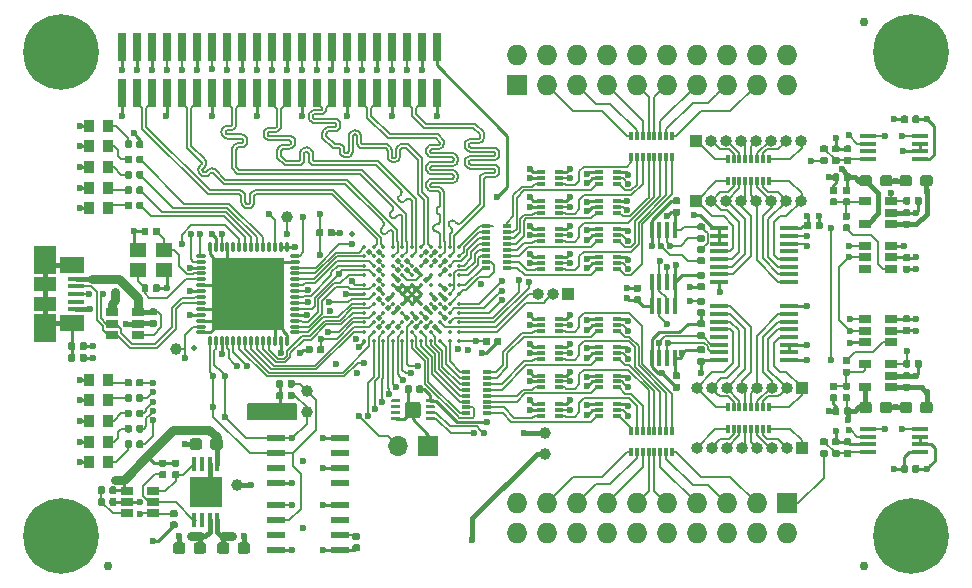
<source format=gtl>
G04 #@! TF.GenerationSoftware,KiCad,Pcbnew,5.0.1*
G04 #@! TF.CreationDate,2019-03-29T02:42:59+09:00*
G04 #@! TF.ProjectId,glasgow,676C6173676F772E6B696361645F7063,rev?*
G04 #@! TF.SameCoordinates,Original*
G04 #@! TF.FileFunction,Copper,L1,Top,Signal*
G04 #@! TF.FilePolarity,Positive*
%FSLAX46Y46*%
G04 Gerber Fmt 4.6, Leading zero omitted, Abs format (unit mm)*
G04 Created by KiCad (PCBNEW 5.0.1) date 2019-03-29T02:42:59 JST*
%MOMM*%
%LPD*%
G01*
G04 APERTURE LIST*
G04 #@! TA.AperFunction,BGAPad,CuDef*
%ADD10C,0.500000*%
G04 #@! TD*
G04 #@! TA.AperFunction,BGAPad,CuDef*
%ADD11C,0.750000*%
G04 #@! TD*
G04 #@! TA.AperFunction,ComponentPad*
%ADD12O,1.727200X1.727200*%
G04 #@! TD*
G04 #@! TA.AperFunction,ComponentPad*
%ADD13R,1.727200X1.727200*%
G04 #@! TD*
G04 #@! TA.AperFunction,SMDPad,CuDef*
%ADD14R,0.800000X0.300000*%
G04 #@! TD*
G04 #@! TA.AperFunction,BGAPad,CuDef*
%ADD15C,0.350000*%
G04 #@! TD*
G04 #@! TA.AperFunction,Conductor*
%ADD16C,0.100000*%
G04 #@! TD*
G04 #@! TA.AperFunction,SMDPad,CuDef*
%ADD17C,0.590000*%
G04 #@! TD*
G04 #@! TA.AperFunction,SMDPad,CuDef*
%ADD18C,0.250000*%
G04 #@! TD*
G04 #@! TA.AperFunction,SMDPad,CuDef*
%ADD19C,1.300000*%
G04 #@! TD*
G04 #@! TA.AperFunction,SMDPad,CuDef*
%ADD20R,1.500000X0.450000*%
G04 #@! TD*
G04 #@! TA.AperFunction,ComponentPad*
%ADD21R,1.000000X1.000000*%
G04 #@! TD*
G04 #@! TA.AperFunction,ComponentPad*
%ADD22O,1.000000X1.000000*%
G04 #@! TD*
G04 #@! TA.AperFunction,SMDPad,CuDef*
%ADD23R,0.450000X1.450000*%
G04 #@! TD*
G04 #@! TA.AperFunction,SMDPad,CuDef*
%ADD24R,0.700000X0.350000*%
G04 #@! TD*
G04 #@! TA.AperFunction,SMDPad,CuDef*
%ADD25C,0.950000*%
G04 #@! TD*
G04 #@! TA.AperFunction,SMDPad,CuDef*
%ADD26R,0.300000X0.800000*%
G04 #@! TD*
G04 #@! TA.AperFunction,SMDPad,CuDef*
%ADD27R,1.450000X0.450000*%
G04 #@! TD*
G04 #@! TA.AperFunction,SMDPad,CuDef*
%ADD28R,1.060000X0.650000*%
G04 #@! TD*
G04 #@! TA.AperFunction,SMDPad,CuDef*
%ADD29R,0.820000X1.000000*%
G04 #@! TD*
G04 #@! TA.AperFunction,SMDPad,CuDef*
%ADD30R,0.740000X2.400000*%
G04 #@! TD*
G04 #@! TA.AperFunction,BGAPad,CuDef*
%ADD31C,1.000000*%
G04 #@! TD*
G04 #@! TA.AperFunction,SMDPad,CuDef*
%ADD32O,1.000000X0.280000*%
G04 #@! TD*
G04 #@! TA.AperFunction,SMDPad,CuDef*
%ADD33O,0.280000X1.000000*%
G04 #@! TD*
G04 #@! TA.AperFunction,Conductor*
%ADD34R,6.220000X6.220000*%
G04 #@! TD*
G04 #@! TA.AperFunction,ViaPad*
%ADD35C,0.600000*%
G04 #@! TD*
G04 #@! TA.AperFunction,ComponentPad*
%ADD36C,0.600000*%
G04 #@! TD*
G04 #@! TA.AperFunction,SMDPad,CuDef*
%ADD37R,0.400000X1.260000*%
G04 #@! TD*
G04 #@! TA.AperFunction,SMDPad,CuDef*
%ADD38R,2.800000X2.540000*%
G04 #@! TD*
G04 #@! TA.AperFunction,SMDPad,CuDef*
%ADD39R,1.400000X1.200000*%
G04 #@! TD*
G04 #@! TA.AperFunction,ComponentPad*
%ADD40O,1.700000X1.700000*%
G04 #@! TD*
G04 #@! TA.AperFunction,ComponentPad*
%ADD41R,1.700000X1.700000*%
G04 #@! TD*
G04 #@! TA.AperFunction,SMDPad,CuDef*
%ADD42R,1.550000X0.600000*%
G04 #@! TD*
G04 #@! TA.AperFunction,SMDPad,CuDef*
%ADD43R,1.380000X0.450000*%
G04 #@! TD*
G04 #@! TA.AperFunction,SMDPad,CuDef*
%ADD44R,2.100000X1.475000*%
G04 #@! TD*
G04 #@! TA.AperFunction,SMDPad,CuDef*
%ADD45R,1.900000X2.375000*%
G04 #@! TD*
G04 #@! TA.AperFunction,SMDPad,CuDef*
%ADD46R,1.900000X1.175000*%
G04 #@! TD*
G04 #@! TA.AperFunction,ComponentPad*
%ADD47C,6.400000*%
G04 #@! TD*
G04 #@! TA.AperFunction,ViaPad*
%ADD48C,0.500000*%
G04 #@! TD*
G04 #@! TA.AperFunction,Conductor*
%ADD49C,0.150000*%
G04 #@! TD*
G04 #@! TA.AperFunction,Conductor*
%ADD50C,0.250000*%
G04 #@! TD*
G04 #@! TA.AperFunction,Conductor*
%ADD51C,0.450000*%
G04 #@! TD*
G04 #@! TA.AperFunction,Conductor*
%ADD52C,0.400000*%
G04 #@! TD*
G04 #@! TA.AperFunction,Conductor*
%ADD53C,0.750000*%
G04 #@! TD*
G04 #@! TA.AperFunction,Conductor*
%ADD54C,0.160000*%
G04 #@! TD*
G04 #@! TA.AperFunction,Conductor*
%ADD55C,0.190000*%
G04 #@! TD*
G04 #@! TA.AperFunction,Conductor*
%ADD56C,0.200000*%
G04 #@! TD*
G04 APERTURE END LIST*
D10*
G04 #@! TO.P,FID8,~*
G04 #@! TO.N,N/C*
X78600000Y-90400000D03*
G04 #@! TD*
G04 #@! TO.P,FID7,~*
G04 #@! TO.N,N/C*
X65300000Y-100050000D03*
G04 #@! TD*
D11*
G04 #@! TO.P,FID3,~*
G04 #@! TO.N,N/C*
X122000000Y-118500000D03*
G04 #@! TD*
D12*
G04 #@! TO.P,J2,20*
G04 #@! TO.N,GND*
X115430000Y-75230000D03*
G04 #@! TO.P,J2,19*
G04 #@! TO.N,Net-(J2-Pad19)*
X115430000Y-77770000D03*
G04 #@! TO.P,J2,18*
G04 #@! TO.N,GND*
X112890000Y-75230000D03*
G04 #@! TO.P,J2,17*
G04 #@! TO.N,/IO_Banks/IO_Buffer_A/Z7*
X112890000Y-77770000D03*
G04 #@! TO.P,J2,16*
G04 #@! TO.N,GND*
X110350000Y-75230000D03*
G04 #@! TO.P,J2,15*
G04 #@! TO.N,/IO_Banks/IO_Buffer_A/Z6*
X110350000Y-77770000D03*
G04 #@! TO.P,J2,14*
G04 #@! TO.N,GND*
X107810000Y-75230000D03*
G04 #@! TO.P,J2,13*
G04 #@! TO.N,/IO_Banks/IO_Buffer_A/Z5*
X107810000Y-77770000D03*
G04 #@! TO.P,J2,12*
G04 #@! TO.N,GND*
X105270000Y-75230000D03*
G04 #@! TO.P,J2,11*
G04 #@! TO.N,/IO_Banks/IO_Buffer_A/Z4*
X105270000Y-77770000D03*
G04 #@! TO.P,J2,10*
G04 #@! TO.N,GND*
X102730000Y-75230000D03*
G04 #@! TO.P,J2,9*
G04 #@! TO.N,/IO_Banks/IO_Buffer_A/Z3*
X102730000Y-77770000D03*
G04 #@! TO.P,J2,8*
G04 #@! TO.N,GND*
X100190000Y-75230000D03*
G04 #@! TO.P,J2,7*
G04 #@! TO.N,/IO_Banks/IO_Buffer_A/Z2*
X100190000Y-77770000D03*
G04 #@! TO.P,J2,6*
G04 #@! TO.N,GND*
X97650000Y-75230000D03*
G04 #@! TO.P,J2,5*
G04 #@! TO.N,/IO_Banks/IO_Buffer_A/Z1*
X97650000Y-77770000D03*
G04 #@! TO.P,J2,4*
G04 #@! TO.N,GND*
X95110000Y-75230000D03*
G04 #@! TO.P,J2,3*
G04 #@! TO.N,/IO_Banks/IO_Buffer_A/Z0*
X95110000Y-77770000D03*
G04 #@! TO.P,J2,2*
G04 #@! TO.N,/IO_Banks/VIOA*
X92570000Y-75230000D03*
D13*
G04 #@! TO.P,J2,1*
G04 #@! TO.N,/IO_Banks/IO_Buffer_A/VSENSE*
X92570000Y-77770000D03*
G04 #@! TD*
G04 #@! TO.P,J3,1*
G04 #@! TO.N,/IO_Banks/IO_Buffer_B/VSENSE*
X115430000Y-113230000D03*
D12*
G04 #@! TO.P,J3,2*
G04 #@! TO.N,/IO_Banks/VIOB*
X115430000Y-115770000D03*
G04 #@! TO.P,J3,3*
G04 #@! TO.N,/IO_Banks/IO_Buffer_B/Z0*
X112890000Y-113230000D03*
G04 #@! TO.P,J3,4*
G04 #@! TO.N,GND*
X112890000Y-115770000D03*
G04 #@! TO.P,J3,5*
G04 #@! TO.N,/IO_Banks/IO_Buffer_B/Z1*
X110350000Y-113230000D03*
G04 #@! TO.P,J3,6*
G04 #@! TO.N,GND*
X110350000Y-115770000D03*
G04 #@! TO.P,J3,7*
G04 #@! TO.N,/IO_Banks/IO_Buffer_B/Z2*
X107810000Y-113230000D03*
G04 #@! TO.P,J3,8*
G04 #@! TO.N,GND*
X107810000Y-115770000D03*
G04 #@! TO.P,J3,9*
G04 #@! TO.N,/IO_Banks/IO_Buffer_B/Z3*
X105270000Y-113230000D03*
G04 #@! TO.P,J3,10*
G04 #@! TO.N,GND*
X105270000Y-115770000D03*
G04 #@! TO.P,J3,11*
G04 #@! TO.N,/IO_Banks/IO_Buffer_B/Z4*
X102730000Y-113230000D03*
G04 #@! TO.P,J3,12*
G04 #@! TO.N,GND*
X102730000Y-115770000D03*
G04 #@! TO.P,J3,13*
G04 #@! TO.N,/IO_Banks/IO_Buffer_B/Z5*
X100190000Y-113230000D03*
G04 #@! TO.P,J3,14*
G04 #@! TO.N,GND*
X100190000Y-115770000D03*
G04 #@! TO.P,J3,15*
G04 #@! TO.N,/IO_Banks/IO_Buffer_B/Z6*
X97650000Y-113230000D03*
G04 #@! TO.P,J3,16*
G04 #@! TO.N,GND*
X97650000Y-115770000D03*
G04 #@! TO.P,J3,17*
G04 #@! TO.N,/IO_Banks/IO_Buffer_B/Z7*
X95110000Y-113230000D03*
G04 #@! TO.P,J3,18*
G04 #@! TO.N,GND*
X95110000Y-115770000D03*
G04 #@! TO.P,J3,19*
G04 #@! TO.N,Net-(J3-Pad19)*
X92570000Y-113230000D03*
G04 #@! TO.P,J3,20*
G04 #@! TO.N,GND*
X92570000Y-115770000D03*
G04 #@! TD*
D14*
G04 #@! TO.P,RN1,1*
G04 #@! TO.N,/IO_Banks/QA0*
X89950000Y-89750000D03*
G04 #@! TO.P,RN1,16*
G04 #@! TO.N,Net-(RN1-Pad16)*
X91750000Y-89750000D03*
G04 #@! TO.P,RN1,8*
G04 #@! TO.N,/IO_Banks/QA7*
X89950000Y-93250000D03*
G04 #@! TO.P,RN1,9*
G04 #@! TO.N,Net-(RN1-Pad9)*
X91750000Y-93250000D03*
G04 #@! TO.P,RN1,2*
G04 #@! TO.N,/IO_Banks/QA1*
X89950000Y-90250000D03*
G04 #@! TO.P,RN1,3*
G04 #@! TO.N,/IO_Banks/QA2*
X89950000Y-90750000D03*
G04 #@! TO.P,RN1,4*
G04 #@! TO.N,/IO_Banks/QA3*
X89950000Y-91250000D03*
G04 #@! TO.P,RN1,5*
G04 #@! TO.N,/IO_Banks/QA4*
X89950000Y-91750000D03*
G04 #@! TO.P,RN1,6*
G04 #@! TO.N,/IO_Banks/QA5*
X89950000Y-92250000D03*
G04 #@! TO.P,RN1,7*
G04 #@! TO.N,/IO_Banks/QA6*
X89950000Y-92750000D03*
G04 #@! TO.P,RN1,15*
G04 #@! TO.N,Net-(RN1-Pad15)*
X91750000Y-90250000D03*
G04 #@! TO.P,RN1,14*
G04 #@! TO.N,Net-(RN1-Pad14)*
X91750000Y-90750000D03*
G04 #@! TO.P,RN1,13*
G04 #@! TO.N,Net-(RN1-Pad13)*
X91750000Y-91250000D03*
G04 #@! TO.P,RN1,11*
G04 #@! TO.N,Net-(RN1-Pad11)*
X91750000Y-92250000D03*
G04 #@! TO.P,RN1,12*
G04 #@! TO.N,Net-(RN1-Pad12)*
X91750000Y-91750000D03*
G04 #@! TO.P,RN1,10*
G04 #@! TO.N,Net-(RN1-Pad10)*
X91750000Y-92750000D03*
G04 #@! TD*
D15*
G04 #@! TO.P,U30,A1*
G04 #@! TO.N,/IO_Banks/QA0*
X87700000Y-91500000D03*
G04 #@! TO.P,U30,B1*
G04 #@! TO.N,/IO_Banks/Z0_P*
X86900000Y-91500000D03*
G04 #@! TO.P,U30,C1*
G04 #@! TO.N,/IO_Banks/Z2_N*
X86100000Y-91500000D03*
G04 #@! TO.P,U30,D1*
G04 #@! TO.N,/IO_Banks/Z3_N*
X85300000Y-91500000D03*
G04 #@! TO.P,U30,E1*
G04 #@! TO.N,/IO_Banks/Z3_P*
X84500000Y-91500000D03*
G04 #@! TO.P,U30,F1*
G04 #@! TO.N,/IO_Banks/Z6_P*
X83700000Y-91500000D03*
G04 #@! TO.P,U30,G1*
G04 #@! TO.N,/IO_Banks/Z8_P*
X82900000Y-91500000D03*
G04 #@! TO.P,U30,H1*
G04 #@! TO.N,/IO_Banks/Z10_P*
X82100000Y-91500000D03*
G04 #@! TO.P,U30,J1*
G04 #@! TO.N,/IO_Banks/Z11_P*
X81300000Y-91500000D03*
G04 #@! TO.P,U30,K1*
G04 #@! TO.N,/IO_Banks/Z11_N*
X80500000Y-91500000D03*
G04 #@! TO.P,U30,L1*
G04 #@! TO.N,/PKTEND*
X79700000Y-91500000D03*
G04 #@! TO.P,U30,A2*
G04 #@! TO.N,/IO_Banks/QA1*
X87700000Y-92300000D03*
G04 #@! TO.P,U30,B2*
G04 #@! TO.N,/IO_Banks/Z0_N*
X86900000Y-92300000D03*
G04 #@! TO.P,U30,C2*
G04 #@! TO.N,/IO_Banks/Z2_P*
X86100000Y-92300000D03*
G04 #@! TO.P,U30,D2*
G04 #@! TO.N,/IO_Banks/Z4_P*
X85300000Y-92300000D03*
G04 #@! TO.P,U30,E2*
G04 #@! TO.N,/IO_Banks/Z5_P*
X84500000Y-92300000D03*
G04 #@! TO.P,U30,F2*
G04 #@! TO.N,/IO_Banks/Z6_N*
X83700000Y-92300000D03*
G04 #@! TO.P,U30,G2*
G04 #@! TO.N,/IO_Banks/Z8_N*
X82900000Y-92300000D03*
G04 #@! TO.P,U30,H2*
G04 #@! TO.N,/IO_Banks/Z10_N*
X82100000Y-92300000D03*
G04 #@! TO.P,U30,J2*
G04 #@! TO.N,/IO_Banks/Z12_N*
X81300000Y-92300000D03*
G04 #@! TO.P,U30,K2*
G04 #@! TO.N,/IO_Banks/Z12_P*
X80500000Y-92300000D03*
G04 #@! TO.P,U30,L2*
G04 #@! TO.N,/A1*
X79700000Y-92300000D03*
G04 #@! TO.P,U30,A3*
G04 #@! TO.N,/IO_Banks/QA3*
X87700000Y-93100000D03*
G04 #@! TO.P,U30,B3*
G04 #@! TO.N,/IO_Banks/QA2*
X86900000Y-93100000D03*
G04 #@! TO.P,U30,C3*
G04 #@! TO.N,/IO_Banks/Z1_N*
X86100000Y-93100000D03*
G04 #@! TO.P,U30,D3*
G04 #@! TO.N,/IO_Banks/Z4_N*
X85300000Y-93100000D03*
G04 #@! TO.P,U30,E3*
G04 #@! TO.N,/IO_Banks/Z5_N*
X84500000Y-93100000D03*
G04 #@! TO.P,U30,F3*
G04 #@! TO.N,/IO_Banks/Z7_N*
X83700000Y-93100000D03*
G04 #@! TO.P,U30,G3*
G04 #@! TO.N,/IO_Banks/Z9_P*
X82900000Y-93100000D03*
G04 #@! TO.P,U30,H3*
G04 #@! TO.N,/IO_Banks/Z9_N*
X82100000Y-93100000D03*
G04 #@! TO.P,U30,J3*
G04 #@! TO.N,/FLAGD*
X81300000Y-93100000D03*
G04 #@! TO.P,U30,K3*
G04 #@! TO.N,/A0*
X80500000Y-93100000D03*
G04 #@! TO.P,U30,L3*
G04 #@! TO.N,/OE*
X79700000Y-93100000D03*
G04 #@! TO.P,U30,A4*
G04 #@! TO.N,/IO_Banks/QA5*
X87700000Y-93900000D03*
G04 #@! TO.P,U30,B4*
G04 #@! TO.N,Net-(U30-PadB4)*
X86900000Y-93900000D03*
G04 #@! TO.P,U30,C4*
G04 #@! TO.N,/IO_Banks/Z1_P*
X86100000Y-93900000D03*
G04 #@! TO.P,U30,D4*
G04 #@! TO.N,+1V2*
X85300000Y-93900000D03*
G04 #@! TO.P,U30,E4*
G04 #@! TO.N,/IO_Banks/VIO_AUX*
X84500000Y-93900000D03*
G04 #@! TO.P,U30,F4*
G04 #@! TO.N,/IO_Banks/Z7_P*
X83700000Y-93900000D03*
G04 #@! TO.P,U30,G4*
G04 #@! TO.N,/IO_Banks/VIO_AUX*
X82900000Y-93900000D03*
G04 #@! TO.P,U30,H4*
G04 #@! TO.N,+1V2*
X82100000Y-93900000D03*
G04 #@! TO.P,U30,J4*
G04 #@! TO.N,/WR*
X81300000Y-93900000D03*
G04 #@! TO.P,U30,K4*
G04 #@! TO.N,/~ALERT*
X80500000Y-93900000D03*
G04 #@! TO.P,U30,L4*
G04 #@! TO.N,/FLAGC*
X79700000Y-93900000D03*
G04 #@! TO.P,U30,A5*
G04 #@! TO.N,/IO_Banks/QA7*
X87700000Y-94700000D03*
G04 #@! TO.P,U30,B5*
G04 #@! TO.N,/IO_Banks/QA4*
X86900000Y-94700000D03*
G04 #@! TO.P,U30,C5*
G04 #@! TO.N,/GNDPLL1*
X86100000Y-94700000D03*
G04 #@! TO.P,U30,D5*
G04 #@! TO.N,Net-(U30-PadD5)*
X85300000Y-94700000D03*
G04 #@! TO.P,U30,E5*
G04 #@! TO.N,GND*
X84500000Y-94700000D03*
G04 #@! TO.P,U30,F5*
X83700000Y-94700000D03*
G04 #@! TO.P,U30,G5*
X82900000Y-94700000D03*
G04 #@! TO.P,U30,H5*
X82100000Y-94700000D03*
G04 #@! TO.P,U30,J5*
G04 #@! TO.N,/RD*
X81300000Y-94700000D03*
G04 #@! TO.P,U30,K5*
G04 #@! TO.N,/FLAGB*
X80500000Y-94700000D03*
G04 #@! TO.P,U30,L5*
G04 #@! TO.N,/CLKREF*
X79700000Y-94700000D03*
G04 #@! TO.P,U30,A6*
G04 #@! TO.N,/IO_Banks/QA6*
X87700000Y-95500000D03*
G04 #@! TO.P,U30,B6*
G04 #@! TO.N,/IO_Banks/QA4*
X86900000Y-95500000D03*
G04 #@! TO.P,U30,C6*
G04 #@! TO.N,/VCCPLL1*
X86100000Y-95500000D03*
G04 #@! TO.P,U30,D6*
G04 #@! TO.N,+3V3*
X85300000Y-95500000D03*
G04 #@! TO.P,U30,E6*
G04 #@! TO.N,GND*
X84500000Y-95500000D03*
G04 #@! TO.P,U30,F6*
X83700000Y-95500000D03*
G04 #@! TO.P,U30,G6*
X82900000Y-95500000D03*
G04 #@! TO.P,U30,H6*
G04 #@! TO.N,+3V3*
X82100000Y-95500000D03*
G04 #@! TO.P,U30,J6*
G04 #@! TO.N,/VCCPLL0*
X81300000Y-95500000D03*
G04 #@! TO.P,U30,K6*
G04 #@! TO.N,/CLKIF*
X80500000Y-95500000D03*
G04 #@! TO.P,U30,L6*
G04 #@! TO.N,/GNDPLL0*
X79700000Y-95500000D03*
G04 #@! TO.P,U30,A7*
G04 #@! TO.N,/IO_Banks/DA3*
X87700000Y-96300000D03*
G04 #@! TO.P,U30,B7*
G04 #@! TO.N,/IO_Banks/QA6*
X86900000Y-96300000D03*
G04 #@! TO.P,U30,C7*
G04 #@! TO.N,/IO_Banks/DA0*
X86100000Y-96300000D03*
G04 #@! TO.P,U30,D7*
G04 #@! TO.N,/IO_Banks/DA2*
X85300000Y-96300000D03*
G04 #@! TO.P,U30,E7*
G04 #@! TO.N,GND*
X84500000Y-96300000D03*
G04 #@! TO.P,U30,F7*
X83700000Y-96300000D03*
G04 #@! TO.P,U30,G7*
X82900000Y-96300000D03*
G04 #@! TO.P,U30,H7*
G04 #@! TO.N,/D0*
X82100000Y-96300000D03*
G04 #@! TO.P,U30,J7*
G04 #@! TO.N,/D1*
X81300000Y-96300000D03*
G04 #@! TO.P,U30,K7*
G04 #@! TO.N,/D7*
X80500000Y-96300000D03*
G04 #@! TO.P,U30,L7*
G04 #@! TO.N,/FLAGA*
X79700000Y-96300000D03*
G04 #@! TO.P,U30,A8*
G04 #@! TO.N,/IO_Banks/DA5*
X87700000Y-97100000D03*
G04 #@! TO.P,U30,B8*
G04 #@! TO.N,/IO_Banks/DA4*
X86900000Y-97100000D03*
G04 #@! TO.P,U30,C8*
G04 #@! TO.N,/IO_Banks/DA1*
X86100000Y-97100000D03*
G04 #@! TO.P,U30,D8*
G04 #@! TO.N,+1V2*
X85300000Y-97100000D03*
G04 #@! TO.P,U30,E8*
G04 #@! TO.N,/IO_Banks/U5*
X84500000Y-97100000D03*
G04 #@! TO.P,U30,F8*
G04 #@! TO.N,+3V3*
X83700000Y-97100000D03*
G04 #@! TO.P,U30,G8*
G04 #@! TO.N,/IO_Banks/U2*
X82900000Y-97100000D03*
G04 #@! TO.P,U30,H8*
G04 #@! TO.N,+1V2*
X82100000Y-97100000D03*
G04 #@! TO.P,U30,J8*
G04 #@! TO.N,/SDA*
X81300000Y-97100000D03*
G04 #@! TO.P,U30,K8*
G04 #@! TO.N,/FPGA_DONE*
X80500000Y-97100000D03*
G04 #@! TO.P,U30,L8*
G04 #@! TO.N,/D6*
X79700000Y-97100000D03*
G04 #@! TO.P,U30,A9*
G04 #@! TO.N,/IO_Banks/DA7*
X87700000Y-97900000D03*
G04 #@! TO.P,U30,B9*
G04 #@! TO.N,/IO_Banks/DA6*
X86900000Y-97900000D03*
G04 #@! TO.P,U30,C9*
G04 #@! TO.N,Net-(J10-Pad3)*
X86100000Y-97900000D03*
G04 #@! TO.P,U30,D9*
G04 #@! TO.N,/IO_Banks/U4*
X85300000Y-97900000D03*
G04 #@! TO.P,U30,E9*
G04 #@! TO.N,/IO_Banks/U3*
X84500000Y-97900000D03*
G04 #@! TO.P,U30,F9*
G04 #@! TO.N,/IO_Banks/DB0*
X83700000Y-97900000D03*
G04 #@! TO.P,U30,G9*
G04 #@! TO.N,/IO_Banks/U1*
X82900000Y-97900000D03*
G04 #@! TO.P,U30,H9*
G04 #@! TO.N,/SCL*
X82100000Y-97900000D03*
G04 #@! TO.P,U30,J9*
G04 #@! TO.N,/D2*
X81300000Y-97900000D03*
G04 #@! TO.P,U30,K9*
G04 #@! TO.N,/D5*
X80500000Y-97900000D03*
G04 #@! TO.P,U30,L9*
G04 #@! TO.N,/~FPGA_RESET*
X79700000Y-97900000D03*
G04 #@! TO.P,U30,A10*
G04 #@! TO.N,Net-(J10-Pad2)*
X87700000Y-98700000D03*
G04 #@! TO.P,U30,B10*
G04 #@! TO.N,Net-(U30-PadB10)*
X86900000Y-98700000D03*
G04 #@! TO.P,U30,C10*
G04 #@! TO.N,+3V3*
X86100000Y-98700000D03*
G04 #@! TO.P,U30,D10*
G04 #@! TO.N,/IO_Banks/QB2*
X85300000Y-98700000D03*
G04 #@! TO.P,U30,E10*
G04 #@! TO.N,/IO_Banks/QB4*
X84500000Y-98700000D03*
G04 #@! TO.P,U30,F10*
G04 #@! TO.N,/IO_Banks/QB7*
X83700000Y-98700000D03*
G04 #@! TO.P,U30,G10*
G04 #@! TO.N,/IO_Banks/DB2*
X82900000Y-98700000D03*
G04 #@! TO.P,U30,H10*
G04 #@! TO.N,/IO_Banks/DB4*
X82100000Y-98700000D03*
G04 #@! TO.P,U30,J10*
G04 #@! TO.N,/IO_Banks/DB6*
X81300000Y-98700000D03*
G04 #@! TO.P,U30,K10*
G04 #@! TO.N,/D3*
X80500000Y-98700000D03*
G04 #@! TO.P,U30,L10*
G04 #@! TO.N,/D4*
X79700000Y-98700000D03*
G04 #@! TO.P,U30,A11*
G04 #@! TO.N,/IO_Banks/~SYNC*
X87700000Y-99500000D03*
G04 #@! TO.P,U30,B11*
G04 #@! TO.N,/IO_Banks/QB0*
X86900000Y-99500000D03*
G04 #@! TO.P,U30,C11*
G04 #@! TO.N,/IO_Banks/QB1*
X86100000Y-99500000D03*
G04 #@! TO.P,U30,D11*
G04 #@! TO.N,/IO_Banks/QB3*
X85300000Y-99500000D03*
G04 #@! TO.P,U30,E11*
G04 #@! TO.N,/IO_Banks/QB5*
X84500000Y-99500000D03*
G04 #@! TO.P,U30,F11*
G04 #@! TO.N,/IO_Banks/QB6*
X83700000Y-99500000D03*
G04 #@! TO.P,U30,G11*
G04 #@! TO.N,/IO_Banks/DB1*
X82900000Y-99500000D03*
G04 #@! TO.P,U30,H11*
G04 #@! TO.N,/IO_Banks/DB3*
X82100000Y-99500000D03*
G04 #@! TO.P,U30,J11*
G04 #@! TO.N,/IO_Banks/DB5*
X81300000Y-99500000D03*
G04 #@! TO.P,U30,K11*
G04 #@! TO.N,/IO_Banks/DB7*
X80500000Y-99500000D03*
G04 #@! TO.P,U30,L11*
G04 #@! TO.N,+3V3*
X79700000Y-99500000D03*
G04 #@! TD*
D16*
G04 #@! TO.N,GND*
G04 #@! TO.C,C16*
G36*
X83576958Y-103230710D02*
X83591276Y-103232834D01*
X83605317Y-103236351D01*
X83618946Y-103241228D01*
X83632031Y-103247417D01*
X83644447Y-103254858D01*
X83656073Y-103263481D01*
X83666798Y-103273202D01*
X83676519Y-103283927D01*
X83685142Y-103295553D01*
X83692583Y-103307969D01*
X83698772Y-103321054D01*
X83703649Y-103334683D01*
X83707166Y-103348724D01*
X83709290Y-103363042D01*
X83710000Y-103377500D01*
X83710000Y-103722500D01*
X83709290Y-103736958D01*
X83707166Y-103751276D01*
X83703649Y-103765317D01*
X83698772Y-103778946D01*
X83692583Y-103792031D01*
X83685142Y-103804447D01*
X83676519Y-103816073D01*
X83666798Y-103826798D01*
X83656073Y-103836519D01*
X83644447Y-103845142D01*
X83632031Y-103852583D01*
X83618946Y-103858772D01*
X83605317Y-103863649D01*
X83591276Y-103867166D01*
X83576958Y-103869290D01*
X83562500Y-103870000D01*
X83267500Y-103870000D01*
X83253042Y-103869290D01*
X83238724Y-103867166D01*
X83224683Y-103863649D01*
X83211054Y-103858772D01*
X83197969Y-103852583D01*
X83185553Y-103845142D01*
X83173927Y-103836519D01*
X83163202Y-103826798D01*
X83153481Y-103816073D01*
X83144858Y-103804447D01*
X83137417Y-103792031D01*
X83131228Y-103778946D01*
X83126351Y-103765317D01*
X83122834Y-103751276D01*
X83120710Y-103736958D01*
X83120000Y-103722500D01*
X83120000Y-103377500D01*
X83120710Y-103363042D01*
X83122834Y-103348724D01*
X83126351Y-103334683D01*
X83131228Y-103321054D01*
X83137417Y-103307969D01*
X83144858Y-103295553D01*
X83153481Y-103283927D01*
X83163202Y-103273202D01*
X83173927Y-103263481D01*
X83185553Y-103254858D01*
X83197969Y-103247417D01*
X83211054Y-103241228D01*
X83224683Y-103236351D01*
X83238724Y-103232834D01*
X83253042Y-103230710D01*
X83267500Y-103230000D01*
X83562500Y-103230000D01*
X83576958Y-103230710D01*
X83576958Y-103230710D01*
G37*
D17*
G04 #@! TD*
G04 #@! TO.P,C16,2*
G04 #@! TO.N,GND*
X83415000Y-103550000D03*
D16*
G04 #@! TO.N,+3V3*
G04 #@! TO.C,C16*
G36*
X84546958Y-103230710D02*
X84561276Y-103232834D01*
X84575317Y-103236351D01*
X84588946Y-103241228D01*
X84602031Y-103247417D01*
X84614447Y-103254858D01*
X84626073Y-103263481D01*
X84636798Y-103273202D01*
X84646519Y-103283927D01*
X84655142Y-103295553D01*
X84662583Y-103307969D01*
X84668772Y-103321054D01*
X84673649Y-103334683D01*
X84677166Y-103348724D01*
X84679290Y-103363042D01*
X84680000Y-103377500D01*
X84680000Y-103722500D01*
X84679290Y-103736958D01*
X84677166Y-103751276D01*
X84673649Y-103765317D01*
X84668772Y-103778946D01*
X84662583Y-103792031D01*
X84655142Y-103804447D01*
X84646519Y-103816073D01*
X84636798Y-103826798D01*
X84626073Y-103836519D01*
X84614447Y-103845142D01*
X84602031Y-103852583D01*
X84588946Y-103858772D01*
X84575317Y-103863649D01*
X84561276Y-103867166D01*
X84546958Y-103869290D01*
X84532500Y-103870000D01*
X84237500Y-103870000D01*
X84223042Y-103869290D01*
X84208724Y-103867166D01*
X84194683Y-103863649D01*
X84181054Y-103858772D01*
X84167969Y-103852583D01*
X84155553Y-103845142D01*
X84143927Y-103836519D01*
X84133202Y-103826798D01*
X84123481Y-103816073D01*
X84114858Y-103804447D01*
X84107417Y-103792031D01*
X84101228Y-103778946D01*
X84096351Y-103765317D01*
X84092834Y-103751276D01*
X84090710Y-103736958D01*
X84090000Y-103722500D01*
X84090000Y-103377500D01*
X84090710Y-103363042D01*
X84092834Y-103348724D01*
X84096351Y-103334683D01*
X84101228Y-103321054D01*
X84107417Y-103307969D01*
X84114858Y-103295553D01*
X84123481Y-103283927D01*
X84133202Y-103273202D01*
X84143927Y-103263481D01*
X84155553Y-103254858D01*
X84167969Y-103247417D01*
X84181054Y-103241228D01*
X84194683Y-103236351D01*
X84208724Y-103232834D01*
X84223042Y-103230710D01*
X84237500Y-103230000D01*
X84532500Y-103230000D01*
X84546958Y-103230710D01*
X84546958Y-103230710D01*
G37*
D17*
G04 #@! TD*
G04 #@! TO.P,C16,1*
G04 #@! TO.N,+3V3*
X84385000Y-103550000D03*
D16*
G04 #@! TO.N,+3V3*
G04 #@! TO.C,U34*
G36*
X85593626Y-104425301D02*
X85599693Y-104426201D01*
X85605643Y-104427691D01*
X85611418Y-104429758D01*
X85616962Y-104432380D01*
X85622223Y-104435533D01*
X85627150Y-104439187D01*
X85631694Y-104443306D01*
X85635813Y-104447850D01*
X85639467Y-104452777D01*
X85642620Y-104458038D01*
X85645242Y-104463582D01*
X85647309Y-104469357D01*
X85648799Y-104475307D01*
X85649699Y-104481374D01*
X85650000Y-104487500D01*
X85650000Y-104612500D01*
X85649699Y-104618626D01*
X85648799Y-104624693D01*
X85647309Y-104630643D01*
X85645242Y-104636418D01*
X85642620Y-104641962D01*
X85639467Y-104647223D01*
X85635813Y-104652150D01*
X85631694Y-104656694D01*
X85627150Y-104660813D01*
X85622223Y-104664467D01*
X85616962Y-104667620D01*
X85611418Y-104670242D01*
X85605643Y-104672309D01*
X85599693Y-104673799D01*
X85593626Y-104674699D01*
X85587500Y-104675000D01*
X84937500Y-104675000D01*
X84931374Y-104674699D01*
X84925307Y-104673799D01*
X84919357Y-104672309D01*
X84913582Y-104670242D01*
X84908038Y-104667620D01*
X84902777Y-104664467D01*
X84897850Y-104660813D01*
X84893306Y-104656694D01*
X84889187Y-104652150D01*
X84885533Y-104647223D01*
X84882380Y-104641962D01*
X84879758Y-104636418D01*
X84877691Y-104630643D01*
X84876201Y-104624693D01*
X84875301Y-104618626D01*
X84875000Y-104612500D01*
X84875000Y-104487500D01*
X84875301Y-104481374D01*
X84876201Y-104475307D01*
X84877691Y-104469357D01*
X84879758Y-104463582D01*
X84882380Y-104458038D01*
X84885533Y-104452777D01*
X84889187Y-104447850D01*
X84893306Y-104443306D01*
X84897850Y-104439187D01*
X84902777Y-104435533D01*
X84908038Y-104432380D01*
X84913582Y-104429758D01*
X84919357Y-104427691D01*
X84925307Y-104426201D01*
X84931374Y-104425301D01*
X84937500Y-104425000D01*
X85587500Y-104425000D01*
X85593626Y-104425301D01*
X85593626Y-104425301D01*
G37*
D18*
G04 #@! TD*
G04 #@! TO.P,U34,8*
G04 #@! TO.N,+3V3*
X85262500Y-104550000D03*
D16*
G04 #@! TO.N,N/C*
G04 #@! TO.C,U34*
G36*
X85593626Y-104925301D02*
X85599693Y-104926201D01*
X85605643Y-104927691D01*
X85611418Y-104929758D01*
X85616962Y-104932380D01*
X85622223Y-104935533D01*
X85627150Y-104939187D01*
X85631694Y-104943306D01*
X85635813Y-104947850D01*
X85639467Y-104952777D01*
X85642620Y-104958038D01*
X85645242Y-104963582D01*
X85647309Y-104969357D01*
X85648799Y-104975307D01*
X85649699Y-104981374D01*
X85650000Y-104987500D01*
X85650000Y-105112500D01*
X85649699Y-105118626D01*
X85648799Y-105124693D01*
X85647309Y-105130643D01*
X85645242Y-105136418D01*
X85642620Y-105141962D01*
X85639467Y-105147223D01*
X85635813Y-105152150D01*
X85631694Y-105156694D01*
X85627150Y-105160813D01*
X85622223Y-105164467D01*
X85616962Y-105167620D01*
X85611418Y-105170242D01*
X85605643Y-105172309D01*
X85599693Y-105173799D01*
X85593626Y-105174699D01*
X85587500Y-105175000D01*
X84937500Y-105175000D01*
X84931374Y-105174699D01*
X84925307Y-105173799D01*
X84919357Y-105172309D01*
X84913582Y-105170242D01*
X84908038Y-105167620D01*
X84902777Y-105164467D01*
X84897850Y-105160813D01*
X84893306Y-105156694D01*
X84889187Y-105152150D01*
X84885533Y-105147223D01*
X84882380Y-105141962D01*
X84879758Y-105136418D01*
X84877691Y-105130643D01*
X84876201Y-105124693D01*
X84875301Y-105118626D01*
X84875000Y-105112500D01*
X84875000Y-104987500D01*
X84875301Y-104981374D01*
X84876201Y-104975307D01*
X84877691Y-104969357D01*
X84879758Y-104963582D01*
X84882380Y-104958038D01*
X84885533Y-104952777D01*
X84889187Y-104947850D01*
X84893306Y-104943306D01*
X84897850Y-104939187D01*
X84902777Y-104935533D01*
X84908038Y-104932380D01*
X84913582Y-104929758D01*
X84919357Y-104927691D01*
X84925307Y-104926201D01*
X84931374Y-104925301D01*
X84937500Y-104925000D01*
X85587500Y-104925000D01*
X85593626Y-104925301D01*
X85593626Y-104925301D01*
G37*
D18*
G04 #@! TD*
G04 #@! TO.P,U34,7*
G04 #@! TO.N,N/C*
X85262500Y-105050000D03*
D16*
G04 #@! TO.N,/SCL*
G04 #@! TO.C,U34*
G36*
X85593626Y-105425301D02*
X85599693Y-105426201D01*
X85605643Y-105427691D01*
X85611418Y-105429758D01*
X85616962Y-105432380D01*
X85622223Y-105435533D01*
X85627150Y-105439187D01*
X85631694Y-105443306D01*
X85635813Y-105447850D01*
X85639467Y-105452777D01*
X85642620Y-105458038D01*
X85645242Y-105463582D01*
X85647309Y-105469357D01*
X85648799Y-105475307D01*
X85649699Y-105481374D01*
X85650000Y-105487500D01*
X85650000Y-105612500D01*
X85649699Y-105618626D01*
X85648799Y-105624693D01*
X85647309Y-105630643D01*
X85645242Y-105636418D01*
X85642620Y-105641962D01*
X85639467Y-105647223D01*
X85635813Y-105652150D01*
X85631694Y-105656694D01*
X85627150Y-105660813D01*
X85622223Y-105664467D01*
X85616962Y-105667620D01*
X85611418Y-105670242D01*
X85605643Y-105672309D01*
X85599693Y-105673799D01*
X85593626Y-105674699D01*
X85587500Y-105675000D01*
X84937500Y-105675000D01*
X84931374Y-105674699D01*
X84925307Y-105673799D01*
X84919357Y-105672309D01*
X84913582Y-105670242D01*
X84908038Y-105667620D01*
X84902777Y-105664467D01*
X84897850Y-105660813D01*
X84893306Y-105656694D01*
X84889187Y-105652150D01*
X84885533Y-105647223D01*
X84882380Y-105641962D01*
X84879758Y-105636418D01*
X84877691Y-105630643D01*
X84876201Y-105624693D01*
X84875301Y-105618626D01*
X84875000Y-105612500D01*
X84875000Y-105487500D01*
X84875301Y-105481374D01*
X84876201Y-105475307D01*
X84877691Y-105469357D01*
X84879758Y-105463582D01*
X84882380Y-105458038D01*
X84885533Y-105452777D01*
X84889187Y-105447850D01*
X84893306Y-105443306D01*
X84897850Y-105439187D01*
X84902777Y-105435533D01*
X84908038Y-105432380D01*
X84913582Y-105429758D01*
X84919357Y-105427691D01*
X84925307Y-105426201D01*
X84931374Y-105425301D01*
X84937500Y-105425000D01*
X85587500Y-105425000D01*
X85593626Y-105425301D01*
X85593626Y-105425301D01*
G37*
D18*
G04 #@! TD*
G04 #@! TO.P,U34,6*
G04 #@! TO.N,/SCL*
X85262500Y-105550000D03*
D16*
G04 #@! TO.N,/SDA*
G04 #@! TO.C,U34*
G36*
X85593626Y-105925301D02*
X85599693Y-105926201D01*
X85605643Y-105927691D01*
X85611418Y-105929758D01*
X85616962Y-105932380D01*
X85622223Y-105935533D01*
X85627150Y-105939187D01*
X85631694Y-105943306D01*
X85635813Y-105947850D01*
X85639467Y-105952777D01*
X85642620Y-105958038D01*
X85645242Y-105963582D01*
X85647309Y-105969357D01*
X85648799Y-105975307D01*
X85649699Y-105981374D01*
X85650000Y-105987500D01*
X85650000Y-106112500D01*
X85649699Y-106118626D01*
X85648799Y-106124693D01*
X85647309Y-106130643D01*
X85645242Y-106136418D01*
X85642620Y-106141962D01*
X85639467Y-106147223D01*
X85635813Y-106152150D01*
X85631694Y-106156694D01*
X85627150Y-106160813D01*
X85622223Y-106164467D01*
X85616962Y-106167620D01*
X85611418Y-106170242D01*
X85605643Y-106172309D01*
X85599693Y-106173799D01*
X85593626Y-106174699D01*
X85587500Y-106175000D01*
X84937500Y-106175000D01*
X84931374Y-106174699D01*
X84925307Y-106173799D01*
X84919357Y-106172309D01*
X84913582Y-106170242D01*
X84908038Y-106167620D01*
X84902777Y-106164467D01*
X84897850Y-106160813D01*
X84893306Y-106156694D01*
X84889187Y-106152150D01*
X84885533Y-106147223D01*
X84882380Y-106141962D01*
X84879758Y-106136418D01*
X84877691Y-106130643D01*
X84876201Y-106124693D01*
X84875301Y-106118626D01*
X84875000Y-106112500D01*
X84875000Y-105987500D01*
X84875301Y-105981374D01*
X84876201Y-105975307D01*
X84877691Y-105969357D01*
X84879758Y-105963582D01*
X84882380Y-105958038D01*
X84885533Y-105952777D01*
X84889187Y-105947850D01*
X84893306Y-105943306D01*
X84897850Y-105939187D01*
X84902777Y-105935533D01*
X84908038Y-105932380D01*
X84913582Y-105929758D01*
X84919357Y-105927691D01*
X84925307Y-105926201D01*
X84931374Y-105925301D01*
X84937500Y-105925000D01*
X85587500Y-105925000D01*
X85593626Y-105925301D01*
X85593626Y-105925301D01*
G37*
D18*
G04 #@! TD*
G04 #@! TO.P,U34,5*
G04 #@! TO.N,/SDA*
X85262500Y-106050000D03*
D16*
G04 #@! TO.N,GND*
G04 #@! TO.C,U34*
G36*
X82668626Y-105925301D02*
X82674693Y-105926201D01*
X82680643Y-105927691D01*
X82686418Y-105929758D01*
X82691962Y-105932380D01*
X82697223Y-105935533D01*
X82702150Y-105939187D01*
X82706694Y-105943306D01*
X82710813Y-105947850D01*
X82714467Y-105952777D01*
X82717620Y-105958038D01*
X82720242Y-105963582D01*
X82722309Y-105969357D01*
X82723799Y-105975307D01*
X82724699Y-105981374D01*
X82725000Y-105987500D01*
X82725000Y-106112500D01*
X82724699Y-106118626D01*
X82723799Y-106124693D01*
X82722309Y-106130643D01*
X82720242Y-106136418D01*
X82717620Y-106141962D01*
X82714467Y-106147223D01*
X82710813Y-106152150D01*
X82706694Y-106156694D01*
X82702150Y-106160813D01*
X82697223Y-106164467D01*
X82691962Y-106167620D01*
X82686418Y-106170242D01*
X82680643Y-106172309D01*
X82674693Y-106173799D01*
X82668626Y-106174699D01*
X82662500Y-106175000D01*
X82012500Y-106175000D01*
X82006374Y-106174699D01*
X82000307Y-106173799D01*
X81994357Y-106172309D01*
X81988582Y-106170242D01*
X81983038Y-106167620D01*
X81977777Y-106164467D01*
X81972850Y-106160813D01*
X81968306Y-106156694D01*
X81964187Y-106152150D01*
X81960533Y-106147223D01*
X81957380Y-106141962D01*
X81954758Y-106136418D01*
X81952691Y-106130643D01*
X81951201Y-106124693D01*
X81950301Y-106118626D01*
X81950000Y-106112500D01*
X81950000Y-105987500D01*
X81950301Y-105981374D01*
X81951201Y-105975307D01*
X81952691Y-105969357D01*
X81954758Y-105963582D01*
X81957380Y-105958038D01*
X81960533Y-105952777D01*
X81964187Y-105947850D01*
X81968306Y-105943306D01*
X81972850Y-105939187D01*
X81977777Y-105935533D01*
X81983038Y-105932380D01*
X81988582Y-105929758D01*
X81994357Y-105927691D01*
X82000307Y-105926201D01*
X82006374Y-105925301D01*
X82012500Y-105925000D01*
X82662500Y-105925000D01*
X82668626Y-105925301D01*
X82668626Y-105925301D01*
G37*
D18*
G04 #@! TD*
G04 #@! TO.P,U34,4*
G04 #@! TO.N,GND*
X82337500Y-106050000D03*
D16*
G04 #@! TO.N,N/C*
G04 #@! TO.C,U34*
G36*
X82668626Y-105425301D02*
X82674693Y-105426201D01*
X82680643Y-105427691D01*
X82686418Y-105429758D01*
X82691962Y-105432380D01*
X82697223Y-105435533D01*
X82702150Y-105439187D01*
X82706694Y-105443306D01*
X82710813Y-105447850D01*
X82714467Y-105452777D01*
X82717620Y-105458038D01*
X82720242Y-105463582D01*
X82722309Y-105469357D01*
X82723799Y-105475307D01*
X82724699Y-105481374D01*
X82725000Y-105487500D01*
X82725000Y-105612500D01*
X82724699Y-105618626D01*
X82723799Y-105624693D01*
X82722309Y-105630643D01*
X82720242Y-105636418D01*
X82717620Y-105641962D01*
X82714467Y-105647223D01*
X82710813Y-105652150D01*
X82706694Y-105656694D01*
X82702150Y-105660813D01*
X82697223Y-105664467D01*
X82691962Y-105667620D01*
X82686418Y-105670242D01*
X82680643Y-105672309D01*
X82674693Y-105673799D01*
X82668626Y-105674699D01*
X82662500Y-105675000D01*
X82012500Y-105675000D01*
X82006374Y-105674699D01*
X82000307Y-105673799D01*
X81994357Y-105672309D01*
X81988582Y-105670242D01*
X81983038Y-105667620D01*
X81977777Y-105664467D01*
X81972850Y-105660813D01*
X81968306Y-105656694D01*
X81964187Y-105652150D01*
X81960533Y-105647223D01*
X81957380Y-105641962D01*
X81954758Y-105636418D01*
X81952691Y-105630643D01*
X81951201Y-105624693D01*
X81950301Y-105618626D01*
X81950000Y-105612500D01*
X81950000Y-105487500D01*
X81950301Y-105481374D01*
X81951201Y-105475307D01*
X81952691Y-105469357D01*
X81954758Y-105463582D01*
X81957380Y-105458038D01*
X81960533Y-105452777D01*
X81964187Y-105447850D01*
X81968306Y-105443306D01*
X81972850Y-105439187D01*
X81977777Y-105435533D01*
X81983038Y-105432380D01*
X81988582Y-105429758D01*
X81994357Y-105427691D01*
X82000307Y-105426201D01*
X82006374Y-105425301D01*
X82012500Y-105425000D01*
X82662500Y-105425000D01*
X82668626Y-105425301D01*
X82668626Y-105425301D01*
G37*
D18*
G04 #@! TD*
G04 #@! TO.P,U34,3*
G04 #@! TO.N,N/C*
X82337500Y-105550000D03*
D16*
G04 #@! TO.N,N/C*
G04 #@! TO.C,U34*
G36*
X82668626Y-104925301D02*
X82674693Y-104926201D01*
X82680643Y-104927691D01*
X82686418Y-104929758D01*
X82691962Y-104932380D01*
X82697223Y-104935533D01*
X82702150Y-104939187D01*
X82706694Y-104943306D01*
X82710813Y-104947850D01*
X82714467Y-104952777D01*
X82717620Y-104958038D01*
X82720242Y-104963582D01*
X82722309Y-104969357D01*
X82723799Y-104975307D01*
X82724699Y-104981374D01*
X82725000Y-104987500D01*
X82725000Y-105112500D01*
X82724699Y-105118626D01*
X82723799Y-105124693D01*
X82722309Y-105130643D01*
X82720242Y-105136418D01*
X82717620Y-105141962D01*
X82714467Y-105147223D01*
X82710813Y-105152150D01*
X82706694Y-105156694D01*
X82702150Y-105160813D01*
X82697223Y-105164467D01*
X82691962Y-105167620D01*
X82686418Y-105170242D01*
X82680643Y-105172309D01*
X82674693Y-105173799D01*
X82668626Y-105174699D01*
X82662500Y-105175000D01*
X82012500Y-105175000D01*
X82006374Y-105174699D01*
X82000307Y-105173799D01*
X81994357Y-105172309D01*
X81988582Y-105170242D01*
X81983038Y-105167620D01*
X81977777Y-105164467D01*
X81972850Y-105160813D01*
X81968306Y-105156694D01*
X81964187Y-105152150D01*
X81960533Y-105147223D01*
X81957380Y-105141962D01*
X81954758Y-105136418D01*
X81952691Y-105130643D01*
X81951201Y-105124693D01*
X81950301Y-105118626D01*
X81950000Y-105112500D01*
X81950000Y-104987500D01*
X81950301Y-104981374D01*
X81951201Y-104975307D01*
X81952691Y-104969357D01*
X81954758Y-104963582D01*
X81957380Y-104958038D01*
X81960533Y-104952777D01*
X81964187Y-104947850D01*
X81968306Y-104943306D01*
X81972850Y-104939187D01*
X81977777Y-104935533D01*
X81983038Y-104932380D01*
X81988582Y-104929758D01*
X81994357Y-104927691D01*
X82000307Y-104926201D01*
X82006374Y-104925301D01*
X82012500Y-104925000D01*
X82662500Y-104925000D01*
X82668626Y-104925301D01*
X82668626Y-104925301D01*
G37*
D18*
G04 #@! TD*
G04 #@! TO.P,U34,2*
G04 #@! TO.N,N/C*
X82337500Y-105050000D03*
D16*
G04 #@! TO.N,N/C*
G04 #@! TO.C,U34*
G36*
X82668626Y-104425301D02*
X82674693Y-104426201D01*
X82680643Y-104427691D01*
X82686418Y-104429758D01*
X82691962Y-104432380D01*
X82697223Y-104435533D01*
X82702150Y-104439187D01*
X82706694Y-104443306D01*
X82710813Y-104447850D01*
X82714467Y-104452777D01*
X82717620Y-104458038D01*
X82720242Y-104463582D01*
X82722309Y-104469357D01*
X82723799Y-104475307D01*
X82724699Y-104481374D01*
X82725000Y-104487500D01*
X82725000Y-104612500D01*
X82724699Y-104618626D01*
X82723799Y-104624693D01*
X82722309Y-104630643D01*
X82720242Y-104636418D01*
X82717620Y-104641962D01*
X82714467Y-104647223D01*
X82710813Y-104652150D01*
X82706694Y-104656694D01*
X82702150Y-104660813D01*
X82697223Y-104664467D01*
X82691962Y-104667620D01*
X82686418Y-104670242D01*
X82680643Y-104672309D01*
X82674693Y-104673799D01*
X82668626Y-104674699D01*
X82662500Y-104675000D01*
X82012500Y-104675000D01*
X82006374Y-104674699D01*
X82000307Y-104673799D01*
X81994357Y-104672309D01*
X81988582Y-104670242D01*
X81983038Y-104667620D01*
X81977777Y-104664467D01*
X81972850Y-104660813D01*
X81968306Y-104656694D01*
X81964187Y-104652150D01*
X81960533Y-104647223D01*
X81957380Y-104641962D01*
X81954758Y-104636418D01*
X81952691Y-104630643D01*
X81951201Y-104624693D01*
X81950301Y-104618626D01*
X81950000Y-104612500D01*
X81950000Y-104487500D01*
X81950301Y-104481374D01*
X81951201Y-104475307D01*
X81952691Y-104469357D01*
X81954758Y-104463582D01*
X81957380Y-104458038D01*
X81960533Y-104452777D01*
X81964187Y-104447850D01*
X81968306Y-104443306D01*
X81972850Y-104439187D01*
X81977777Y-104435533D01*
X81983038Y-104432380D01*
X81988582Y-104429758D01*
X81994357Y-104427691D01*
X82000307Y-104426201D01*
X82006374Y-104425301D01*
X82012500Y-104425000D01*
X82662500Y-104425000D01*
X82668626Y-104425301D01*
X82668626Y-104425301D01*
G37*
D18*
G04 #@! TD*
G04 #@! TO.P,U34,1*
G04 #@! TO.N,N/C*
X82337500Y-104550000D03*
D16*
G04 #@! TO.N,GND*
G04 #@! TO.C,U34*
G36*
X84224504Y-104601204D02*
X84248773Y-104604804D01*
X84272571Y-104610765D01*
X84295671Y-104619030D01*
X84317849Y-104629520D01*
X84338893Y-104642133D01*
X84358598Y-104656747D01*
X84376777Y-104673223D01*
X84393253Y-104691402D01*
X84407867Y-104711107D01*
X84420480Y-104732151D01*
X84430970Y-104754329D01*
X84439235Y-104777429D01*
X84445196Y-104801227D01*
X84448796Y-104825496D01*
X84450000Y-104850000D01*
X84450000Y-105750000D01*
X84448796Y-105774504D01*
X84445196Y-105798773D01*
X84439235Y-105822571D01*
X84430970Y-105845671D01*
X84420480Y-105867849D01*
X84407867Y-105888893D01*
X84393253Y-105908598D01*
X84376777Y-105926777D01*
X84358598Y-105943253D01*
X84338893Y-105957867D01*
X84317849Y-105970480D01*
X84295671Y-105980970D01*
X84272571Y-105989235D01*
X84248773Y-105995196D01*
X84224504Y-105998796D01*
X84200000Y-106000000D01*
X83400000Y-106000000D01*
X83375496Y-105998796D01*
X83351227Y-105995196D01*
X83327429Y-105989235D01*
X83304329Y-105980970D01*
X83282151Y-105970480D01*
X83261107Y-105957867D01*
X83241402Y-105943253D01*
X83223223Y-105926777D01*
X83206747Y-105908598D01*
X83192133Y-105888893D01*
X83179520Y-105867849D01*
X83169030Y-105845671D01*
X83160765Y-105822571D01*
X83154804Y-105798773D01*
X83151204Y-105774504D01*
X83150000Y-105750000D01*
X83150000Y-104850000D01*
X83151204Y-104825496D01*
X83154804Y-104801227D01*
X83160765Y-104777429D01*
X83169030Y-104754329D01*
X83179520Y-104732151D01*
X83192133Y-104711107D01*
X83206747Y-104691402D01*
X83223223Y-104673223D01*
X83241402Y-104656747D01*
X83261107Y-104642133D01*
X83282151Y-104629520D01*
X83304329Y-104619030D01*
X83327429Y-104610765D01*
X83351227Y-104604804D01*
X83375496Y-104601204D01*
X83400000Y-104600000D01*
X84200000Y-104600000D01*
X84224504Y-104601204D01*
X84224504Y-104601204D01*
G37*
D19*
G04 #@! TD*
G04 #@! TO.P,U34,9*
G04 #@! TO.N,GND*
X83800000Y-105300000D03*
D16*
G04 #@! TO.N,Net-(R40-Pad1)*
G04 #@! TO.C,R40*
G36*
X79186958Y-115720710D02*
X79201276Y-115722834D01*
X79215317Y-115726351D01*
X79228946Y-115731228D01*
X79242031Y-115737417D01*
X79254447Y-115744858D01*
X79266073Y-115753481D01*
X79276798Y-115763202D01*
X79286519Y-115773927D01*
X79295142Y-115785553D01*
X79302583Y-115797969D01*
X79308772Y-115811054D01*
X79313649Y-115824683D01*
X79317166Y-115838724D01*
X79319290Y-115853042D01*
X79320000Y-115867500D01*
X79320000Y-116162500D01*
X79319290Y-116176958D01*
X79317166Y-116191276D01*
X79313649Y-116205317D01*
X79308772Y-116218946D01*
X79302583Y-116232031D01*
X79295142Y-116244447D01*
X79286519Y-116256073D01*
X79276798Y-116266798D01*
X79266073Y-116276519D01*
X79254447Y-116285142D01*
X79242031Y-116292583D01*
X79228946Y-116298772D01*
X79215317Y-116303649D01*
X79201276Y-116307166D01*
X79186958Y-116309290D01*
X79172500Y-116310000D01*
X78827500Y-116310000D01*
X78813042Y-116309290D01*
X78798724Y-116307166D01*
X78784683Y-116303649D01*
X78771054Y-116298772D01*
X78757969Y-116292583D01*
X78745553Y-116285142D01*
X78733927Y-116276519D01*
X78723202Y-116266798D01*
X78713481Y-116256073D01*
X78704858Y-116244447D01*
X78697417Y-116232031D01*
X78691228Y-116218946D01*
X78686351Y-116205317D01*
X78682834Y-116191276D01*
X78680710Y-116176958D01*
X78680000Y-116162500D01*
X78680000Y-115867500D01*
X78680710Y-115853042D01*
X78682834Y-115838724D01*
X78686351Y-115824683D01*
X78691228Y-115811054D01*
X78697417Y-115797969D01*
X78704858Y-115785553D01*
X78713481Y-115773927D01*
X78723202Y-115763202D01*
X78733927Y-115753481D01*
X78745553Y-115744858D01*
X78757969Y-115737417D01*
X78771054Y-115731228D01*
X78784683Y-115726351D01*
X78798724Y-115722834D01*
X78813042Y-115720710D01*
X78827500Y-115720000D01*
X79172500Y-115720000D01*
X79186958Y-115720710D01*
X79186958Y-115720710D01*
G37*
D17*
G04 #@! TD*
G04 #@! TO.P,R40,1*
G04 #@! TO.N,Net-(R40-Pad1)*
X79000000Y-116015000D03*
D16*
G04 #@! TO.N,+3V3*
G04 #@! TO.C,R40*
G36*
X79186958Y-116690710D02*
X79201276Y-116692834D01*
X79215317Y-116696351D01*
X79228946Y-116701228D01*
X79242031Y-116707417D01*
X79254447Y-116714858D01*
X79266073Y-116723481D01*
X79276798Y-116733202D01*
X79286519Y-116743927D01*
X79295142Y-116755553D01*
X79302583Y-116767969D01*
X79308772Y-116781054D01*
X79313649Y-116794683D01*
X79317166Y-116808724D01*
X79319290Y-116823042D01*
X79320000Y-116837500D01*
X79320000Y-117132500D01*
X79319290Y-117146958D01*
X79317166Y-117161276D01*
X79313649Y-117175317D01*
X79308772Y-117188946D01*
X79302583Y-117202031D01*
X79295142Y-117214447D01*
X79286519Y-117226073D01*
X79276798Y-117236798D01*
X79266073Y-117246519D01*
X79254447Y-117255142D01*
X79242031Y-117262583D01*
X79228946Y-117268772D01*
X79215317Y-117273649D01*
X79201276Y-117277166D01*
X79186958Y-117279290D01*
X79172500Y-117280000D01*
X78827500Y-117280000D01*
X78813042Y-117279290D01*
X78798724Y-117277166D01*
X78784683Y-117273649D01*
X78771054Y-117268772D01*
X78757969Y-117262583D01*
X78745553Y-117255142D01*
X78733927Y-117246519D01*
X78723202Y-117236798D01*
X78713481Y-117226073D01*
X78704858Y-117214447D01*
X78697417Y-117202031D01*
X78691228Y-117188946D01*
X78686351Y-117175317D01*
X78682834Y-117161276D01*
X78680710Y-117146958D01*
X78680000Y-117132500D01*
X78680000Y-116837500D01*
X78680710Y-116823042D01*
X78682834Y-116808724D01*
X78686351Y-116794683D01*
X78691228Y-116781054D01*
X78697417Y-116767969D01*
X78704858Y-116755553D01*
X78713481Y-116743927D01*
X78723202Y-116733202D01*
X78733927Y-116723481D01*
X78745553Y-116714858D01*
X78757969Y-116707417D01*
X78771054Y-116701228D01*
X78784683Y-116696351D01*
X78798724Y-116692834D01*
X78813042Y-116690710D01*
X78827500Y-116690000D01*
X79172500Y-116690000D01*
X79186958Y-116690710D01*
X79186958Y-116690710D01*
G37*
D17*
G04 #@! TD*
G04 #@! TO.P,R40,2*
G04 #@! TO.N,+3V3*
X79000000Y-116985000D03*
D20*
G04 #@! TO.P,U19,16*
G04 #@! TO.N,/IO_Banks/VIOA*
X115650000Y-89925000D03*
G04 #@! TO.P,U19,15*
G04 #@! TO.N,Net-(R39-Pad2)*
X115650000Y-90575000D03*
G04 #@! TO.P,U19,14*
G04 #@! TO.N,Net-(R38-Pad2)*
X115650000Y-91225000D03*
G04 #@! TO.P,U19,13*
G04 #@! TO.N,Net-(U19-Pad13)*
X115650000Y-91875000D03*
G04 #@! TO.P,U19,12*
G04 #@! TO.N,Net-(J9-Pad8)*
X115650000Y-92525000D03*
G04 #@! TO.P,U19,11*
G04 #@! TO.N,Net-(J9-Pad7)*
X115650000Y-93175000D03*
G04 #@! TO.P,U19,10*
G04 #@! TO.N,Net-(J9-Pad6)*
X115650000Y-93825000D03*
G04 #@! TO.P,U19,9*
G04 #@! TO.N,Net-(J9-Pad5)*
X115650000Y-94475000D03*
G04 #@! TO.P,U19,8*
G04 #@! TO.N,GND*
X109750000Y-94475000D03*
G04 #@! TO.P,U19,7*
G04 #@! TO.N,Net-(J9-Pad4)*
X109750000Y-93825000D03*
G04 #@! TO.P,U19,6*
G04 #@! TO.N,Net-(J9-Pad3)*
X109750000Y-93175000D03*
G04 #@! TO.P,U19,5*
G04 #@! TO.N,Net-(J9-Pad2)*
X109750000Y-92525000D03*
G04 #@! TO.P,U19,4*
G04 #@! TO.N,Net-(J9-Pad1)*
X109750000Y-91875000D03*
G04 #@! TO.P,U19,3*
G04 #@! TO.N,GND*
X109750000Y-91225000D03*
G04 #@! TO.P,U19,2*
X109750000Y-90575000D03*
G04 #@! TO.P,U19,1*
X109750000Y-89925000D03*
G04 #@! TD*
D21*
G04 #@! TO.P,J9,1*
G04 #@! TO.N,Net-(J9-Pad1)*
X107800000Y-87600000D03*
D22*
G04 #@! TO.P,J9,2*
G04 #@! TO.N,Net-(J9-Pad2)*
X109070000Y-87600000D03*
G04 #@! TO.P,J9,3*
G04 #@! TO.N,Net-(J9-Pad3)*
X110340000Y-87600000D03*
G04 #@! TO.P,J9,4*
G04 #@! TO.N,Net-(J9-Pad4)*
X111610000Y-87600000D03*
G04 #@! TO.P,J9,5*
G04 #@! TO.N,Net-(J9-Pad5)*
X112880000Y-87600000D03*
G04 #@! TO.P,J9,6*
G04 #@! TO.N,Net-(J9-Pad6)*
X114150000Y-87600000D03*
G04 #@! TO.P,J9,7*
G04 #@! TO.N,Net-(J9-Pad7)*
X115420000Y-87600000D03*
G04 #@! TO.P,J9,8*
G04 #@! TO.N,Net-(J9-Pad8)*
X116690000Y-87600000D03*
G04 #@! TD*
D20*
G04 #@! TO.P,U5,1*
G04 #@! TO.N,/IO_Banks/VIOB*
X115650000Y-101075000D03*
G04 #@! TO.P,U5,2*
G04 #@! TO.N,GND*
X115650000Y-100425000D03*
G04 #@! TO.P,U5,3*
X115650000Y-99775000D03*
G04 #@! TO.P,U5,4*
G04 #@! TO.N,Net-(J7-Pad1)*
X115650000Y-99125000D03*
G04 #@! TO.P,U5,5*
G04 #@! TO.N,Net-(J7-Pad2)*
X115650000Y-98475000D03*
G04 #@! TO.P,U5,6*
G04 #@! TO.N,Net-(J7-Pad3)*
X115650000Y-97825000D03*
G04 #@! TO.P,U5,7*
G04 #@! TO.N,Net-(J7-Pad4)*
X115650000Y-97175000D03*
G04 #@! TO.P,U5,8*
G04 #@! TO.N,GND*
X115650000Y-96525000D03*
G04 #@! TO.P,U5,9*
G04 #@! TO.N,Net-(J7-Pad5)*
X109750000Y-96525000D03*
G04 #@! TO.P,U5,10*
G04 #@! TO.N,Net-(J7-Pad6)*
X109750000Y-97175000D03*
G04 #@! TO.P,U5,11*
G04 #@! TO.N,Net-(J7-Pad7)*
X109750000Y-97825000D03*
G04 #@! TO.P,U5,12*
G04 #@! TO.N,Net-(J7-Pad8)*
X109750000Y-98475000D03*
G04 #@! TO.P,U5,13*
G04 #@! TO.N,Net-(U5-Pad13)*
X109750000Y-99125000D03*
G04 #@! TO.P,U5,14*
G04 #@! TO.N,Net-(R36-Pad2)*
X109750000Y-99775000D03*
G04 #@! TO.P,U5,15*
G04 #@! TO.N,Net-(R37-Pad2)*
X109750000Y-100425000D03*
G04 #@! TO.P,U5,16*
G04 #@! TO.N,/IO_Banks/VIOB*
X109750000Y-101075000D03*
G04 #@! TD*
D16*
G04 #@! TO.N,GND*
G04 #@! TO.C,C59*
G36*
X125786958Y-88320710D02*
X125801276Y-88322834D01*
X125815317Y-88326351D01*
X125828946Y-88331228D01*
X125842031Y-88337417D01*
X125854447Y-88344858D01*
X125866073Y-88353481D01*
X125876798Y-88363202D01*
X125886519Y-88373927D01*
X125895142Y-88385553D01*
X125902583Y-88397969D01*
X125908772Y-88411054D01*
X125913649Y-88424683D01*
X125917166Y-88438724D01*
X125919290Y-88453042D01*
X125920000Y-88467500D01*
X125920000Y-88762500D01*
X125919290Y-88776958D01*
X125917166Y-88791276D01*
X125913649Y-88805317D01*
X125908772Y-88818946D01*
X125902583Y-88832031D01*
X125895142Y-88844447D01*
X125886519Y-88856073D01*
X125876798Y-88866798D01*
X125866073Y-88876519D01*
X125854447Y-88885142D01*
X125842031Y-88892583D01*
X125828946Y-88898772D01*
X125815317Y-88903649D01*
X125801276Y-88907166D01*
X125786958Y-88909290D01*
X125772500Y-88910000D01*
X125427500Y-88910000D01*
X125413042Y-88909290D01*
X125398724Y-88907166D01*
X125384683Y-88903649D01*
X125371054Y-88898772D01*
X125357969Y-88892583D01*
X125345553Y-88885142D01*
X125333927Y-88876519D01*
X125323202Y-88866798D01*
X125313481Y-88856073D01*
X125304858Y-88844447D01*
X125297417Y-88832031D01*
X125291228Y-88818946D01*
X125286351Y-88805317D01*
X125282834Y-88791276D01*
X125280710Y-88776958D01*
X125280000Y-88762500D01*
X125280000Y-88467500D01*
X125280710Y-88453042D01*
X125282834Y-88438724D01*
X125286351Y-88424683D01*
X125291228Y-88411054D01*
X125297417Y-88397969D01*
X125304858Y-88385553D01*
X125313481Y-88373927D01*
X125323202Y-88363202D01*
X125333927Y-88353481D01*
X125345553Y-88344858D01*
X125357969Y-88337417D01*
X125371054Y-88331228D01*
X125384683Y-88326351D01*
X125398724Y-88322834D01*
X125413042Y-88320710D01*
X125427500Y-88320000D01*
X125772500Y-88320000D01*
X125786958Y-88320710D01*
X125786958Y-88320710D01*
G37*
D17*
G04 #@! TD*
G04 #@! TO.P,C59,2*
G04 #@! TO.N,GND*
X125600000Y-88615000D03*
D16*
G04 #@! TO.N,+5V*
G04 #@! TO.C,C59*
G36*
X125786958Y-89290710D02*
X125801276Y-89292834D01*
X125815317Y-89296351D01*
X125828946Y-89301228D01*
X125842031Y-89307417D01*
X125854447Y-89314858D01*
X125866073Y-89323481D01*
X125876798Y-89333202D01*
X125886519Y-89343927D01*
X125895142Y-89355553D01*
X125902583Y-89367969D01*
X125908772Y-89381054D01*
X125913649Y-89394683D01*
X125917166Y-89408724D01*
X125919290Y-89423042D01*
X125920000Y-89437500D01*
X125920000Y-89732500D01*
X125919290Y-89746958D01*
X125917166Y-89761276D01*
X125913649Y-89775317D01*
X125908772Y-89788946D01*
X125902583Y-89802031D01*
X125895142Y-89814447D01*
X125886519Y-89826073D01*
X125876798Y-89836798D01*
X125866073Y-89846519D01*
X125854447Y-89855142D01*
X125842031Y-89862583D01*
X125828946Y-89868772D01*
X125815317Y-89873649D01*
X125801276Y-89877166D01*
X125786958Y-89879290D01*
X125772500Y-89880000D01*
X125427500Y-89880000D01*
X125413042Y-89879290D01*
X125398724Y-89877166D01*
X125384683Y-89873649D01*
X125371054Y-89868772D01*
X125357969Y-89862583D01*
X125345553Y-89855142D01*
X125333927Y-89846519D01*
X125323202Y-89836798D01*
X125313481Y-89826073D01*
X125304858Y-89814447D01*
X125297417Y-89802031D01*
X125291228Y-89788946D01*
X125286351Y-89775317D01*
X125282834Y-89761276D01*
X125280710Y-89746958D01*
X125280000Y-89732500D01*
X125280000Y-89437500D01*
X125280710Y-89423042D01*
X125282834Y-89408724D01*
X125286351Y-89394683D01*
X125291228Y-89381054D01*
X125297417Y-89367969D01*
X125304858Y-89355553D01*
X125313481Y-89343927D01*
X125323202Y-89333202D01*
X125333927Y-89323481D01*
X125345553Y-89314858D01*
X125357969Y-89307417D01*
X125371054Y-89301228D01*
X125384683Y-89296351D01*
X125398724Y-89292834D01*
X125413042Y-89290710D01*
X125427500Y-89290000D01*
X125772500Y-89290000D01*
X125786958Y-89290710D01*
X125786958Y-89290710D01*
G37*
D17*
G04 #@! TD*
G04 #@! TO.P,C59,1*
G04 #@! TO.N,+5V*
X125600000Y-89585000D03*
D16*
G04 #@! TO.N,/IO_Banks/IO_Buffer_A/VSAMP*
G04 #@! TO.C,R30*
G36*
X119786958Y-83890710D02*
X119801276Y-83892834D01*
X119815317Y-83896351D01*
X119828946Y-83901228D01*
X119842031Y-83907417D01*
X119854447Y-83914858D01*
X119866073Y-83923481D01*
X119876798Y-83933202D01*
X119886519Y-83943927D01*
X119895142Y-83955553D01*
X119902583Y-83967969D01*
X119908772Y-83981054D01*
X119913649Y-83994683D01*
X119917166Y-84008724D01*
X119919290Y-84023042D01*
X119920000Y-84037500D01*
X119920000Y-84332500D01*
X119919290Y-84346958D01*
X119917166Y-84361276D01*
X119913649Y-84375317D01*
X119908772Y-84388946D01*
X119902583Y-84402031D01*
X119895142Y-84414447D01*
X119886519Y-84426073D01*
X119876798Y-84436798D01*
X119866073Y-84446519D01*
X119854447Y-84455142D01*
X119842031Y-84462583D01*
X119828946Y-84468772D01*
X119815317Y-84473649D01*
X119801276Y-84477166D01*
X119786958Y-84479290D01*
X119772500Y-84480000D01*
X119427500Y-84480000D01*
X119413042Y-84479290D01*
X119398724Y-84477166D01*
X119384683Y-84473649D01*
X119371054Y-84468772D01*
X119357969Y-84462583D01*
X119345553Y-84455142D01*
X119333927Y-84446519D01*
X119323202Y-84436798D01*
X119313481Y-84426073D01*
X119304858Y-84414447D01*
X119297417Y-84402031D01*
X119291228Y-84388946D01*
X119286351Y-84375317D01*
X119282834Y-84361276D01*
X119280710Y-84346958D01*
X119280000Y-84332500D01*
X119280000Y-84037500D01*
X119280710Y-84023042D01*
X119282834Y-84008724D01*
X119286351Y-83994683D01*
X119291228Y-83981054D01*
X119297417Y-83967969D01*
X119304858Y-83955553D01*
X119313481Y-83943927D01*
X119323202Y-83933202D01*
X119333927Y-83923481D01*
X119345553Y-83914858D01*
X119357969Y-83907417D01*
X119371054Y-83901228D01*
X119384683Y-83896351D01*
X119398724Y-83892834D01*
X119413042Y-83890710D01*
X119427500Y-83890000D01*
X119772500Y-83890000D01*
X119786958Y-83890710D01*
X119786958Y-83890710D01*
G37*
D17*
G04 #@! TD*
G04 #@! TO.P,R30,2*
G04 #@! TO.N,/IO_Banks/IO_Buffer_A/VSAMP*
X119600000Y-84185000D03*
D16*
G04 #@! TO.N,GND*
G04 #@! TO.C,R30*
G36*
X119786958Y-82920710D02*
X119801276Y-82922834D01*
X119815317Y-82926351D01*
X119828946Y-82931228D01*
X119842031Y-82937417D01*
X119854447Y-82944858D01*
X119866073Y-82953481D01*
X119876798Y-82963202D01*
X119886519Y-82973927D01*
X119895142Y-82985553D01*
X119902583Y-82997969D01*
X119908772Y-83011054D01*
X119913649Y-83024683D01*
X119917166Y-83038724D01*
X119919290Y-83053042D01*
X119920000Y-83067500D01*
X119920000Y-83362500D01*
X119919290Y-83376958D01*
X119917166Y-83391276D01*
X119913649Y-83405317D01*
X119908772Y-83418946D01*
X119902583Y-83432031D01*
X119895142Y-83444447D01*
X119886519Y-83456073D01*
X119876798Y-83466798D01*
X119866073Y-83476519D01*
X119854447Y-83485142D01*
X119842031Y-83492583D01*
X119828946Y-83498772D01*
X119815317Y-83503649D01*
X119801276Y-83507166D01*
X119786958Y-83509290D01*
X119772500Y-83510000D01*
X119427500Y-83510000D01*
X119413042Y-83509290D01*
X119398724Y-83507166D01*
X119384683Y-83503649D01*
X119371054Y-83498772D01*
X119357969Y-83492583D01*
X119345553Y-83485142D01*
X119333927Y-83476519D01*
X119323202Y-83466798D01*
X119313481Y-83456073D01*
X119304858Y-83444447D01*
X119297417Y-83432031D01*
X119291228Y-83418946D01*
X119286351Y-83405317D01*
X119282834Y-83391276D01*
X119280710Y-83376958D01*
X119280000Y-83362500D01*
X119280000Y-83067500D01*
X119280710Y-83053042D01*
X119282834Y-83038724D01*
X119286351Y-83024683D01*
X119291228Y-83011054D01*
X119297417Y-82997969D01*
X119304858Y-82985553D01*
X119313481Y-82973927D01*
X119323202Y-82963202D01*
X119333927Y-82953481D01*
X119345553Y-82944858D01*
X119357969Y-82937417D01*
X119371054Y-82931228D01*
X119384683Y-82926351D01*
X119398724Y-82922834D01*
X119413042Y-82920710D01*
X119427500Y-82920000D01*
X119772500Y-82920000D01*
X119786958Y-82920710D01*
X119786958Y-82920710D01*
G37*
D17*
G04 #@! TD*
G04 #@! TO.P,R30,1*
G04 #@! TO.N,GND*
X119600000Y-83215000D03*
D16*
G04 #@! TO.N,/IO_Banks/IO_Buffer_A/VSAMP*
G04 #@! TO.C,R24*
G36*
X118786958Y-82920710D02*
X118801276Y-82922834D01*
X118815317Y-82926351D01*
X118828946Y-82931228D01*
X118842031Y-82937417D01*
X118854447Y-82944858D01*
X118866073Y-82953481D01*
X118876798Y-82963202D01*
X118886519Y-82973927D01*
X118895142Y-82985553D01*
X118902583Y-82997969D01*
X118908772Y-83011054D01*
X118913649Y-83024683D01*
X118917166Y-83038724D01*
X118919290Y-83053042D01*
X118920000Y-83067500D01*
X118920000Y-83362500D01*
X118919290Y-83376958D01*
X118917166Y-83391276D01*
X118913649Y-83405317D01*
X118908772Y-83418946D01*
X118902583Y-83432031D01*
X118895142Y-83444447D01*
X118886519Y-83456073D01*
X118876798Y-83466798D01*
X118866073Y-83476519D01*
X118854447Y-83485142D01*
X118842031Y-83492583D01*
X118828946Y-83498772D01*
X118815317Y-83503649D01*
X118801276Y-83507166D01*
X118786958Y-83509290D01*
X118772500Y-83510000D01*
X118427500Y-83510000D01*
X118413042Y-83509290D01*
X118398724Y-83507166D01*
X118384683Y-83503649D01*
X118371054Y-83498772D01*
X118357969Y-83492583D01*
X118345553Y-83485142D01*
X118333927Y-83476519D01*
X118323202Y-83466798D01*
X118313481Y-83456073D01*
X118304858Y-83444447D01*
X118297417Y-83432031D01*
X118291228Y-83418946D01*
X118286351Y-83405317D01*
X118282834Y-83391276D01*
X118280710Y-83376958D01*
X118280000Y-83362500D01*
X118280000Y-83067500D01*
X118280710Y-83053042D01*
X118282834Y-83038724D01*
X118286351Y-83024683D01*
X118291228Y-83011054D01*
X118297417Y-82997969D01*
X118304858Y-82985553D01*
X118313481Y-82973927D01*
X118323202Y-82963202D01*
X118333927Y-82953481D01*
X118345553Y-82944858D01*
X118357969Y-82937417D01*
X118371054Y-82931228D01*
X118384683Y-82926351D01*
X118398724Y-82922834D01*
X118413042Y-82920710D01*
X118427500Y-82920000D01*
X118772500Y-82920000D01*
X118786958Y-82920710D01*
X118786958Y-82920710D01*
G37*
D17*
G04 #@! TD*
G04 #@! TO.P,R24,1*
G04 #@! TO.N,/IO_Banks/IO_Buffer_A/VSAMP*
X118600000Y-83215000D03*
D16*
G04 #@! TO.N,/IO_Banks/IO_Buffer_A/VSENSE*
G04 #@! TO.C,R24*
G36*
X118786958Y-83890710D02*
X118801276Y-83892834D01*
X118815317Y-83896351D01*
X118828946Y-83901228D01*
X118842031Y-83907417D01*
X118854447Y-83914858D01*
X118866073Y-83923481D01*
X118876798Y-83933202D01*
X118886519Y-83943927D01*
X118895142Y-83955553D01*
X118902583Y-83967969D01*
X118908772Y-83981054D01*
X118913649Y-83994683D01*
X118917166Y-84008724D01*
X118919290Y-84023042D01*
X118920000Y-84037500D01*
X118920000Y-84332500D01*
X118919290Y-84346958D01*
X118917166Y-84361276D01*
X118913649Y-84375317D01*
X118908772Y-84388946D01*
X118902583Y-84402031D01*
X118895142Y-84414447D01*
X118886519Y-84426073D01*
X118876798Y-84436798D01*
X118866073Y-84446519D01*
X118854447Y-84455142D01*
X118842031Y-84462583D01*
X118828946Y-84468772D01*
X118815317Y-84473649D01*
X118801276Y-84477166D01*
X118786958Y-84479290D01*
X118772500Y-84480000D01*
X118427500Y-84480000D01*
X118413042Y-84479290D01*
X118398724Y-84477166D01*
X118384683Y-84473649D01*
X118371054Y-84468772D01*
X118357969Y-84462583D01*
X118345553Y-84455142D01*
X118333927Y-84446519D01*
X118323202Y-84436798D01*
X118313481Y-84426073D01*
X118304858Y-84414447D01*
X118297417Y-84402031D01*
X118291228Y-84388946D01*
X118286351Y-84375317D01*
X118282834Y-84361276D01*
X118280710Y-84346958D01*
X118280000Y-84332500D01*
X118280000Y-84037500D01*
X118280710Y-84023042D01*
X118282834Y-84008724D01*
X118286351Y-83994683D01*
X118291228Y-83981054D01*
X118297417Y-83967969D01*
X118304858Y-83955553D01*
X118313481Y-83943927D01*
X118323202Y-83933202D01*
X118333927Y-83923481D01*
X118345553Y-83914858D01*
X118357969Y-83907417D01*
X118371054Y-83901228D01*
X118384683Y-83896351D01*
X118398724Y-83892834D01*
X118413042Y-83890710D01*
X118427500Y-83890000D01*
X118772500Y-83890000D01*
X118786958Y-83890710D01*
X118786958Y-83890710D01*
G37*
D17*
G04 #@! TD*
G04 #@! TO.P,R24,2*
G04 #@! TO.N,/IO_Banks/IO_Buffer_A/VSENSE*
X118600000Y-84185000D03*
D16*
G04 #@! TO.N,/IO_Banks/IO_Buffer_A/VSAMP*
G04 #@! TO.C,C58*
G36*
X120786958Y-83890710D02*
X120801276Y-83892834D01*
X120815317Y-83896351D01*
X120828946Y-83901228D01*
X120842031Y-83907417D01*
X120854447Y-83914858D01*
X120866073Y-83923481D01*
X120876798Y-83933202D01*
X120886519Y-83943927D01*
X120895142Y-83955553D01*
X120902583Y-83967969D01*
X120908772Y-83981054D01*
X120913649Y-83994683D01*
X120917166Y-84008724D01*
X120919290Y-84023042D01*
X120920000Y-84037500D01*
X120920000Y-84332500D01*
X120919290Y-84346958D01*
X120917166Y-84361276D01*
X120913649Y-84375317D01*
X120908772Y-84388946D01*
X120902583Y-84402031D01*
X120895142Y-84414447D01*
X120886519Y-84426073D01*
X120876798Y-84436798D01*
X120866073Y-84446519D01*
X120854447Y-84455142D01*
X120842031Y-84462583D01*
X120828946Y-84468772D01*
X120815317Y-84473649D01*
X120801276Y-84477166D01*
X120786958Y-84479290D01*
X120772500Y-84480000D01*
X120427500Y-84480000D01*
X120413042Y-84479290D01*
X120398724Y-84477166D01*
X120384683Y-84473649D01*
X120371054Y-84468772D01*
X120357969Y-84462583D01*
X120345553Y-84455142D01*
X120333927Y-84446519D01*
X120323202Y-84436798D01*
X120313481Y-84426073D01*
X120304858Y-84414447D01*
X120297417Y-84402031D01*
X120291228Y-84388946D01*
X120286351Y-84375317D01*
X120282834Y-84361276D01*
X120280710Y-84346958D01*
X120280000Y-84332500D01*
X120280000Y-84037500D01*
X120280710Y-84023042D01*
X120282834Y-84008724D01*
X120286351Y-83994683D01*
X120291228Y-83981054D01*
X120297417Y-83967969D01*
X120304858Y-83955553D01*
X120313481Y-83943927D01*
X120323202Y-83933202D01*
X120333927Y-83923481D01*
X120345553Y-83914858D01*
X120357969Y-83907417D01*
X120371054Y-83901228D01*
X120384683Y-83896351D01*
X120398724Y-83892834D01*
X120413042Y-83890710D01*
X120427500Y-83890000D01*
X120772500Y-83890000D01*
X120786958Y-83890710D01*
X120786958Y-83890710D01*
G37*
D17*
G04 #@! TD*
G04 #@! TO.P,C58,1*
G04 #@! TO.N,/IO_Banks/IO_Buffer_A/VSAMP*
X120600000Y-84185000D03*
D16*
G04 #@! TO.N,GND*
G04 #@! TO.C,C58*
G36*
X120786958Y-82920710D02*
X120801276Y-82922834D01*
X120815317Y-82926351D01*
X120828946Y-82931228D01*
X120842031Y-82937417D01*
X120854447Y-82944858D01*
X120866073Y-82953481D01*
X120876798Y-82963202D01*
X120886519Y-82973927D01*
X120895142Y-82985553D01*
X120902583Y-82997969D01*
X120908772Y-83011054D01*
X120913649Y-83024683D01*
X120917166Y-83038724D01*
X120919290Y-83053042D01*
X120920000Y-83067500D01*
X120920000Y-83362500D01*
X120919290Y-83376958D01*
X120917166Y-83391276D01*
X120913649Y-83405317D01*
X120908772Y-83418946D01*
X120902583Y-83432031D01*
X120895142Y-83444447D01*
X120886519Y-83456073D01*
X120876798Y-83466798D01*
X120866073Y-83476519D01*
X120854447Y-83485142D01*
X120842031Y-83492583D01*
X120828946Y-83498772D01*
X120815317Y-83503649D01*
X120801276Y-83507166D01*
X120786958Y-83509290D01*
X120772500Y-83510000D01*
X120427500Y-83510000D01*
X120413042Y-83509290D01*
X120398724Y-83507166D01*
X120384683Y-83503649D01*
X120371054Y-83498772D01*
X120357969Y-83492583D01*
X120345553Y-83485142D01*
X120333927Y-83476519D01*
X120323202Y-83466798D01*
X120313481Y-83456073D01*
X120304858Y-83444447D01*
X120297417Y-83432031D01*
X120291228Y-83418946D01*
X120286351Y-83405317D01*
X120282834Y-83391276D01*
X120280710Y-83376958D01*
X120280000Y-83362500D01*
X120280000Y-83067500D01*
X120280710Y-83053042D01*
X120282834Y-83038724D01*
X120286351Y-83024683D01*
X120291228Y-83011054D01*
X120297417Y-82997969D01*
X120304858Y-82985553D01*
X120313481Y-82973927D01*
X120323202Y-82963202D01*
X120333927Y-82953481D01*
X120345553Y-82944858D01*
X120357969Y-82937417D01*
X120371054Y-82931228D01*
X120384683Y-82926351D01*
X120398724Y-82922834D01*
X120413042Y-82920710D01*
X120427500Y-82920000D01*
X120772500Y-82920000D01*
X120786958Y-82920710D01*
X120786958Y-82920710D01*
G37*
D17*
G04 #@! TD*
G04 #@! TO.P,C58,2*
G04 #@! TO.N,GND*
X120600000Y-83215000D03*
D16*
G04 #@! TO.N,+3V3*
G04 #@! TO.C,C55*
G36*
X126546958Y-80380710D02*
X126561276Y-80382834D01*
X126575317Y-80386351D01*
X126588946Y-80391228D01*
X126602031Y-80397417D01*
X126614447Y-80404858D01*
X126626073Y-80413481D01*
X126636798Y-80423202D01*
X126646519Y-80433927D01*
X126655142Y-80445553D01*
X126662583Y-80457969D01*
X126668772Y-80471054D01*
X126673649Y-80484683D01*
X126677166Y-80498724D01*
X126679290Y-80513042D01*
X126680000Y-80527500D01*
X126680000Y-80872500D01*
X126679290Y-80886958D01*
X126677166Y-80901276D01*
X126673649Y-80915317D01*
X126668772Y-80928946D01*
X126662583Y-80942031D01*
X126655142Y-80954447D01*
X126646519Y-80966073D01*
X126636798Y-80976798D01*
X126626073Y-80986519D01*
X126614447Y-80995142D01*
X126602031Y-81002583D01*
X126588946Y-81008772D01*
X126575317Y-81013649D01*
X126561276Y-81017166D01*
X126546958Y-81019290D01*
X126532500Y-81020000D01*
X126237500Y-81020000D01*
X126223042Y-81019290D01*
X126208724Y-81017166D01*
X126194683Y-81013649D01*
X126181054Y-81008772D01*
X126167969Y-81002583D01*
X126155553Y-80995142D01*
X126143927Y-80986519D01*
X126133202Y-80976798D01*
X126123481Y-80966073D01*
X126114858Y-80954447D01*
X126107417Y-80942031D01*
X126101228Y-80928946D01*
X126096351Y-80915317D01*
X126092834Y-80901276D01*
X126090710Y-80886958D01*
X126090000Y-80872500D01*
X126090000Y-80527500D01*
X126090710Y-80513042D01*
X126092834Y-80498724D01*
X126096351Y-80484683D01*
X126101228Y-80471054D01*
X126107417Y-80457969D01*
X126114858Y-80445553D01*
X126123481Y-80433927D01*
X126133202Y-80423202D01*
X126143927Y-80413481D01*
X126155553Y-80404858D01*
X126167969Y-80397417D01*
X126181054Y-80391228D01*
X126194683Y-80386351D01*
X126208724Y-80382834D01*
X126223042Y-80380710D01*
X126237500Y-80380000D01*
X126532500Y-80380000D01*
X126546958Y-80380710D01*
X126546958Y-80380710D01*
G37*
D17*
G04 #@! TD*
G04 #@! TO.P,C55,1*
G04 #@! TO.N,+3V3*
X126385000Y-80700000D03*
D16*
G04 #@! TO.N,GND*
G04 #@! TO.C,C55*
G36*
X125576958Y-80380710D02*
X125591276Y-80382834D01*
X125605317Y-80386351D01*
X125618946Y-80391228D01*
X125632031Y-80397417D01*
X125644447Y-80404858D01*
X125656073Y-80413481D01*
X125666798Y-80423202D01*
X125676519Y-80433927D01*
X125685142Y-80445553D01*
X125692583Y-80457969D01*
X125698772Y-80471054D01*
X125703649Y-80484683D01*
X125707166Y-80498724D01*
X125709290Y-80513042D01*
X125710000Y-80527500D01*
X125710000Y-80872500D01*
X125709290Y-80886958D01*
X125707166Y-80901276D01*
X125703649Y-80915317D01*
X125698772Y-80928946D01*
X125692583Y-80942031D01*
X125685142Y-80954447D01*
X125676519Y-80966073D01*
X125666798Y-80976798D01*
X125656073Y-80986519D01*
X125644447Y-80995142D01*
X125632031Y-81002583D01*
X125618946Y-81008772D01*
X125605317Y-81013649D01*
X125591276Y-81017166D01*
X125576958Y-81019290D01*
X125562500Y-81020000D01*
X125267500Y-81020000D01*
X125253042Y-81019290D01*
X125238724Y-81017166D01*
X125224683Y-81013649D01*
X125211054Y-81008772D01*
X125197969Y-81002583D01*
X125185553Y-80995142D01*
X125173927Y-80986519D01*
X125163202Y-80976798D01*
X125153481Y-80966073D01*
X125144858Y-80954447D01*
X125137417Y-80942031D01*
X125131228Y-80928946D01*
X125126351Y-80915317D01*
X125122834Y-80901276D01*
X125120710Y-80886958D01*
X125120000Y-80872500D01*
X125120000Y-80527500D01*
X125120710Y-80513042D01*
X125122834Y-80498724D01*
X125126351Y-80484683D01*
X125131228Y-80471054D01*
X125137417Y-80457969D01*
X125144858Y-80445553D01*
X125153481Y-80433927D01*
X125163202Y-80423202D01*
X125173927Y-80413481D01*
X125185553Y-80404858D01*
X125197969Y-80397417D01*
X125211054Y-80391228D01*
X125224683Y-80386351D01*
X125238724Y-80382834D01*
X125253042Y-80380710D01*
X125267500Y-80380000D01*
X125562500Y-80380000D01*
X125576958Y-80380710D01*
X125576958Y-80380710D01*
G37*
D17*
G04 #@! TD*
G04 #@! TO.P,C55,2*
G04 #@! TO.N,GND*
X125415000Y-80700000D03*
D22*
G04 #@! TO.P,J6,8*
G04 #@! TO.N,/IO_Banks/IO_Buffer_B/Z7*
X107810000Y-108500000D03*
G04 #@! TO.P,J6,7*
G04 #@! TO.N,/IO_Banks/IO_Buffer_B/Z6*
X109080000Y-108500000D03*
G04 #@! TO.P,J6,6*
G04 #@! TO.N,/IO_Banks/IO_Buffer_B/Z5*
X110350000Y-108500000D03*
G04 #@! TO.P,J6,5*
G04 #@! TO.N,/IO_Banks/IO_Buffer_B/Z4*
X111620000Y-108500000D03*
G04 #@! TO.P,J6,4*
G04 #@! TO.N,/IO_Banks/IO_Buffer_B/Z3*
X112890000Y-108500000D03*
G04 #@! TO.P,J6,3*
G04 #@! TO.N,/IO_Banks/IO_Buffer_B/Z2*
X114160000Y-108500000D03*
G04 #@! TO.P,J6,2*
G04 #@! TO.N,/IO_Banks/IO_Buffer_B/Z1*
X115430000Y-108500000D03*
D21*
G04 #@! TO.P,J6,1*
G04 #@! TO.N,/IO_Banks/IO_Buffer_B/Z0*
X116700000Y-108500000D03*
G04 #@! TD*
G04 #@! TO.P,J7,1*
G04 #@! TO.N,Net-(J7-Pad1)*
X116700000Y-103420000D03*
D22*
G04 #@! TO.P,J7,2*
G04 #@! TO.N,Net-(J7-Pad2)*
X115430000Y-103420000D03*
G04 #@! TO.P,J7,3*
G04 #@! TO.N,Net-(J7-Pad3)*
X114160000Y-103420000D03*
G04 #@! TO.P,J7,4*
G04 #@! TO.N,Net-(J7-Pad4)*
X112890000Y-103420000D03*
G04 #@! TO.P,J7,5*
G04 #@! TO.N,Net-(J7-Pad5)*
X111620000Y-103420000D03*
G04 #@! TO.P,J7,6*
G04 #@! TO.N,Net-(J7-Pad6)*
X110350000Y-103420000D03*
G04 #@! TO.P,J7,7*
G04 #@! TO.N,Net-(J7-Pad7)*
X109080000Y-103420000D03*
G04 #@! TO.P,J7,8*
G04 #@! TO.N,Net-(J7-Pad8)*
X107810000Y-103420000D03*
G04 #@! TD*
G04 #@! TO.P,J8,8*
G04 #@! TO.N,/IO_Banks/IO_Buffer_A/Z7*
X116690000Y-82500000D03*
G04 #@! TO.P,J8,7*
G04 #@! TO.N,/IO_Banks/IO_Buffer_A/Z6*
X115420000Y-82500000D03*
G04 #@! TO.P,J8,6*
G04 #@! TO.N,/IO_Banks/IO_Buffer_A/Z5*
X114150000Y-82500000D03*
G04 #@! TO.P,J8,5*
G04 #@! TO.N,/IO_Banks/IO_Buffer_A/Z4*
X112880000Y-82500000D03*
G04 #@! TO.P,J8,4*
G04 #@! TO.N,/IO_Banks/IO_Buffer_A/Z3*
X111610000Y-82500000D03*
G04 #@! TO.P,J8,3*
G04 #@! TO.N,/IO_Banks/IO_Buffer_A/Z2*
X110340000Y-82500000D03*
G04 #@! TO.P,J8,2*
G04 #@! TO.N,/IO_Banks/IO_Buffer_A/Z1*
X109070000Y-82500000D03*
D21*
G04 #@! TO.P,J8,1*
G04 #@! TO.N,/IO_Banks/IO_Buffer_A/Z0*
X107800000Y-82500000D03*
G04 #@! TD*
G04 #@! TO.P,J10,1*
G04 #@! TO.N,GND*
X96900000Y-95500000D03*
D22*
G04 #@! TO.P,J10,2*
G04 #@! TO.N,Net-(J10-Pad2)*
X95630000Y-95500000D03*
G04 #@! TO.P,J10,3*
G04 #@! TO.N,Net-(J10-Pad3)*
X94360000Y-95500000D03*
G04 #@! TD*
D16*
G04 #@! TO.N,GND*
G04 #@! TO.C,C84*
G36*
X106286958Y-102120710D02*
X106301276Y-102122834D01*
X106315317Y-102126351D01*
X106328946Y-102131228D01*
X106342031Y-102137417D01*
X106354447Y-102144858D01*
X106366073Y-102153481D01*
X106376798Y-102163202D01*
X106386519Y-102173927D01*
X106395142Y-102185553D01*
X106402583Y-102197969D01*
X106408772Y-102211054D01*
X106413649Y-102224683D01*
X106417166Y-102238724D01*
X106419290Y-102253042D01*
X106420000Y-102267500D01*
X106420000Y-102562500D01*
X106419290Y-102576958D01*
X106417166Y-102591276D01*
X106413649Y-102605317D01*
X106408772Y-102618946D01*
X106402583Y-102632031D01*
X106395142Y-102644447D01*
X106386519Y-102656073D01*
X106376798Y-102666798D01*
X106366073Y-102676519D01*
X106354447Y-102685142D01*
X106342031Y-102692583D01*
X106328946Y-102698772D01*
X106315317Y-102703649D01*
X106301276Y-102707166D01*
X106286958Y-102709290D01*
X106272500Y-102710000D01*
X105927500Y-102710000D01*
X105913042Y-102709290D01*
X105898724Y-102707166D01*
X105884683Y-102703649D01*
X105871054Y-102698772D01*
X105857969Y-102692583D01*
X105845553Y-102685142D01*
X105833927Y-102676519D01*
X105823202Y-102666798D01*
X105813481Y-102656073D01*
X105804858Y-102644447D01*
X105797417Y-102632031D01*
X105791228Y-102618946D01*
X105786351Y-102605317D01*
X105782834Y-102591276D01*
X105780710Y-102576958D01*
X105780000Y-102562500D01*
X105780000Y-102267500D01*
X105780710Y-102253042D01*
X105782834Y-102238724D01*
X105786351Y-102224683D01*
X105791228Y-102211054D01*
X105797417Y-102197969D01*
X105804858Y-102185553D01*
X105813481Y-102173927D01*
X105823202Y-102163202D01*
X105833927Y-102153481D01*
X105845553Y-102144858D01*
X105857969Y-102137417D01*
X105871054Y-102131228D01*
X105884683Y-102126351D01*
X105898724Y-102122834D01*
X105913042Y-102120710D01*
X105927500Y-102120000D01*
X106272500Y-102120000D01*
X106286958Y-102120710D01*
X106286958Y-102120710D01*
G37*
D17*
G04 #@! TD*
G04 #@! TO.P,C84,2*
G04 #@! TO.N,GND*
X106100000Y-102415000D03*
D16*
G04 #@! TO.N,/IO_Banks/VIOB*
G04 #@! TO.C,C84*
G36*
X106286958Y-103090710D02*
X106301276Y-103092834D01*
X106315317Y-103096351D01*
X106328946Y-103101228D01*
X106342031Y-103107417D01*
X106354447Y-103114858D01*
X106366073Y-103123481D01*
X106376798Y-103133202D01*
X106386519Y-103143927D01*
X106395142Y-103155553D01*
X106402583Y-103167969D01*
X106408772Y-103181054D01*
X106413649Y-103194683D01*
X106417166Y-103208724D01*
X106419290Y-103223042D01*
X106420000Y-103237500D01*
X106420000Y-103532500D01*
X106419290Y-103546958D01*
X106417166Y-103561276D01*
X106413649Y-103575317D01*
X106408772Y-103588946D01*
X106402583Y-103602031D01*
X106395142Y-103614447D01*
X106386519Y-103626073D01*
X106376798Y-103636798D01*
X106366073Y-103646519D01*
X106354447Y-103655142D01*
X106342031Y-103662583D01*
X106328946Y-103668772D01*
X106315317Y-103673649D01*
X106301276Y-103677166D01*
X106286958Y-103679290D01*
X106272500Y-103680000D01*
X105927500Y-103680000D01*
X105913042Y-103679290D01*
X105898724Y-103677166D01*
X105884683Y-103673649D01*
X105871054Y-103668772D01*
X105857969Y-103662583D01*
X105845553Y-103655142D01*
X105833927Y-103646519D01*
X105823202Y-103636798D01*
X105813481Y-103626073D01*
X105804858Y-103614447D01*
X105797417Y-103602031D01*
X105791228Y-103588946D01*
X105786351Y-103575317D01*
X105782834Y-103561276D01*
X105780710Y-103546958D01*
X105780000Y-103532500D01*
X105780000Y-103237500D01*
X105780710Y-103223042D01*
X105782834Y-103208724D01*
X105786351Y-103194683D01*
X105791228Y-103181054D01*
X105797417Y-103167969D01*
X105804858Y-103155553D01*
X105813481Y-103143927D01*
X105823202Y-103133202D01*
X105833927Y-103123481D01*
X105845553Y-103114858D01*
X105857969Y-103107417D01*
X105871054Y-103101228D01*
X105884683Y-103096351D01*
X105898724Y-103092834D01*
X105913042Y-103090710D01*
X105927500Y-103090000D01*
X106272500Y-103090000D01*
X106286958Y-103090710D01*
X106286958Y-103090710D01*
G37*
D17*
G04 #@! TD*
G04 #@! TO.P,C84,1*
G04 #@! TO.N,/IO_Banks/VIOB*
X106100000Y-103385000D03*
D16*
G04 #@! TO.N,+3V3*
G04 #@! TO.C,C85*
G36*
X102986958Y-95690710D02*
X103001276Y-95692834D01*
X103015317Y-95696351D01*
X103028946Y-95701228D01*
X103042031Y-95707417D01*
X103054447Y-95714858D01*
X103066073Y-95723481D01*
X103076798Y-95733202D01*
X103086519Y-95743927D01*
X103095142Y-95755553D01*
X103102583Y-95767969D01*
X103108772Y-95781054D01*
X103113649Y-95794683D01*
X103117166Y-95808724D01*
X103119290Y-95823042D01*
X103120000Y-95837500D01*
X103120000Y-96132500D01*
X103119290Y-96146958D01*
X103117166Y-96161276D01*
X103113649Y-96175317D01*
X103108772Y-96188946D01*
X103102583Y-96202031D01*
X103095142Y-96214447D01*
X103086519Y-96226073D01*
X103076798Y-96236798D01*
X103066073Y-96246519D01*
X103054447Y-96255142D01*
X103042031Y-96262583D01*
X103028946Y-96268772D01*
X103015317Y-96273649D01*
X103001276Y-96277166D01*
X102986958Y-96279290D01*
X102972500Y-96280000D01*
X102627500Y-96280000D01*
X102613042Y-96279290D01*
X102598724Y-96277166D01*
X102584683Y-96273649D01*
X102571054Y-96268772D01*
X102557969Y-96262583D01*
X102545553Y-96255142D01*
X102533927Y-96246519D01*
X102523202Y-96236798D01*
X102513481Y-96226073D01*
X102504858Y-96214447D01*
X102497417Y-96202031D01*
X102491228Y-96188946D01*
X102486351Y-96175317D01*
X102482834Y-96161276D01*
X102480710Y-96146958D01*
X102480000Y-96132500D01*
X102480000Y-95837500D01*
X102480710Y-95823042D01*
X102482834Y-95808724D01*
X102486351Y-95794683D01*
X102491228Y-95781054D01*
X102497417Y-95767969D01*
X102504858Y-95755553D01*
X102513481Y-95743927D01*
X102523202Y-95733202D01*
X102533927Y-95723481D01*
X102545553Y-95714858D01*
X102557969Y-95707417D01*
X102571054Y-95701228D01*
X102584683Y-95696351D01*
X102598724Y-95692834D01*
X102613042Y-95690710D01*
X102627500Y-95690000D01*
X102972500Y-95690000D01*
X102986958Y-95690710D01*
X102986958Y-95690710D01*
G37*
D17*
G04 #@! TD*
G04 #@! TO.P,C85,1*
G04 #@! TO.N,+3V3*
X102800000Y-95985000D03*
D16*
G04 #@! TO.N,GND*
G04 #@! TO.C,C85*
G36*
X102986958Y-94720710D02*
X103001276Y-94722834D01*
X103015317Y-94726351D01*
X103028946Y-94731228D01*
X103042031Y-94737417D01*
X103054447Y-94744858D01*
X103066073Y-94753481D01*
X103076798Y-94763202D01*
X103086519Y-94773927D01*
X103095142Y-94785553D01*
X103102583Y-94797969D01*
X103108772Y-94811054D01*
X103113649Y-94824683D01*
X103117166Y-94838724D01*
X103119290Y-94853042D01*
X103120000Y-94867500D01*
X103120000Y-95162500D01*
X103119290Y-95176958D01*
X103117166Y-95191276D01*
X103113649Y-95205317D01*
X103108772Y-95218946D01*
X103102583Y-95232031D01*
X103095142Y-95244447D01*
X103086519Y-95256073D01*
X103076798Y-95266798D01*
X103066073Y-95276519D01*
X103054447Y-95285142D01*
X103042031Y-95292583D01*
X103028946Y-95298772D01*
X103015317Y-95303649D01*
X103001276Y-95307166D01*
X102986958Y-95309290D01*
X102972500Y-95310000D01*
X102627500Y-95310000D01*
X102613042Y-95309290D01*
X102598724Y-95307166D01*
X102584683Y-95303649D01*
X102571054Y-95298772D01*
X102557969Y-95292583D01*
X102545553Y-95285142D01*
X102533927Y-95276519D01*
X102523202Y-95266798D01*
X102513481Y-95256073D01*
X102504858Y-95244447D01*
X102497417Y-95232031D01*
X102491228Y-95218946D01*
X102486351Y-95205317D01*
X102482834Y-95191276D01*
X102480710Y-95176958D01*
X102480000Y-95162500D01*
X102480000Y-94867500D01*
X102480710Y-94853042D01*
X102482834Y-94838724D01*
X102486351Y-94824683D01*
X102491228Y-94811054D01*
X102497417Y-94797969D01*
X102504858Y-94785553D01*
X102513481Y-94773927D01*
X102523202Y-94763202D01*
X102533927Y-94753481D01*
X102545553Y-94744858D01*
X102557969Y-94737417D01*
X102571054Y-94731228D01*
X102584683Y-94726351D01*
X102598724Y-94722834D01*
X102613042Y-94720710D01*
X102627500Y-94720000D01*
X102972500Y-94720000D01*
X102986958Y-94720710D01*
X102986958Y-94720710D01*
G37*
D17*
G04 #@! TD*
G04 #@! TO.P,C85,2*
G04 #@! TO.N,GND*
X102800000Y-95015000D03*
D16*
G04 #@! TO.N,GND*
G04 #@! TO.C,C86*
G36*
X106286958Y-87320710D02*
X106301276Y-87322834D01*
X106315317Y-87326351D01*
X106328946Y-87331228D01*
X106342031Y-87337417D01*
X106354447Y-87344858D01*
X106366073Y-87353481D01*
X106376798Y-87363202D01*
X106386519Y-87373927D01*
X106395142Y-87385553D01*
X106402583Y-87397969D01*
X106408772Y-87411054D01*
X106413649Y-87424683D01*
X106417166Y-87438724D01*
X106419290Y-87453042D01*
X106420000Y-87467500D01*
X106420000Y-87762500D01*
X106419290Y-87776958D01*
X106417166Y-87791276D01*
X106413649Y-87805317D01*
X106408772Y-87818946D01*
X106402583Y-87832031D01*
X106395142Y-87844447D01*
X106386519Y-87856073D01*
X106376798Y-87866798D01*
X106366073Y-87876519D01*
X106354447Y-87885142D01*
X106342031Y-87892583D01*
X106328946Y-87898772D01*
X106315317Y-87903649D01*
X106301276Y-87907166D01*
X106286958Y-87909290D01*
X106272500Y-87910000D01*
X105927500Y-87910000D01*
X105913042Y-87909290D01*
X105898724Y-87907166D01*
X105884683Y-87903649D01*
X105871054Y-87898772D01*
X105857969Y-87892583D01*
X105845553Y-87885142D01*
X105833927Y-87876519D01*
X105823202Y-87866798D01*
X105813481Y-87856073D01*
X105804858Y-87844447D01*
X105797417Y-87832031D01*
X105791228Y-87818946D01*
X105786351Y-87805317D01*
X105782834Y-87791276D01*
X105780710Y-87776958D01*
X105780000Y-87762500D01*
X105780000Y-87467500D01*
X105780710Y-87453042D01*
X105782834Y-87438724D01*
X105786351Y-87424683D01*
X105791228Y-87411054D01*
X105797417Y-87397969D01*
X105804858Y-87385553D01*
X105813481Y-87373927D01*
X105823202Y-87363202D01*
X105833927Y-87353481D01*
X105845553Y-87344858D01*
X105857969Y-87337417D01*
X105871054Y-87331228D01*
X105884683Y-87326351D01*
X105898724Y-87322834D01*
X105913042Y-87320710D01*
X105927500Y-87320000D01*
X106272500Y-87320000D01*
X106286958Y-87320710D01*
X106286958Y-87320710D01*
G37*
D17*
G04 #@! TD*
G04 #@! TO.P,C86,2*
G04 #@! TO.N,GND*
X106100000Y-87615000D03*
D16*
G04 #@! TO.N,/IO_Banks/VIOA*
G04 #@! TO.C,C86*
G36*
X106286958Y-88290710D02*
X106301276Y-88292834D01*
X106315317Y-88296351D01*
X106328946Y-88301228D01*
X106342031Y-88307417D01*
X106354447Y-88314858D01*
X106366073Y-88323481D01*
X106376798Y-88333202D01*
X106386519Y-88343927D01*
X106395142Y-88355553D01*
X106402583Y-88367969D01*
X106408772Y-88381054D01*
X106413649Y-88394683D01*
X106417166Y-88408724D01*
X106419290Y-88423042D01*
X106420000Y-88437500D01*
X106420000Y-88732500D01*
X106419290Y-88746958D01*
X106417166Y-88761276D01*
X106413649Y-88775317D01*
X106408772Y-88788946D01*
X106402583Y-88802031D01*
X106395142Y-88814447D01*
X106386519Y-88826073D01*
X106376798Y-88836798D01*
X106366073Y-88846519D01*
X106354447Y-88855142D01*
X106342031Y-88862583D01*
X106328946Y-88868772D01*
X106315317Y-88873649D01*
X106301276Y-88877166D01*
X106286958Y-88879290D01*
X106272500Y-88880000D01*
X105927500Y-88880000D01*
X105913042Y-88879290D01*
X105898724Y-88877166D01*
X105884683Y-88873649D01*
X105871054Y-88868772D01*
X105857969Y-88862583D01*
X105845553Y-88855142D01*
X105833927Y-88846519D01*
X105823202Y-88836798D01*
X105813481Y-88826073D01*
X105804858Y-88814447D01*
X105797417Y-88802031D01*
X105791228Y-88788946D01*
X105786351Y-88775317D01*
X105782834Y-88761276D01*
X105780710Y-88746958D01*
X105780000Y-88732500D01*
X105780000Y-88437500D01*
X105780710Y-88423042D01*
X105782834Y-88408724D01*
X105786351Y-88394683D01*
X105791228Y-88381054D01*
X105797417Y-88367969D01*
X105804858Y-88355553D01*
X105813481Y-88343927D01*
X105823202Y-88333202D01*
X105833927Y-88323481D01*
X105845553Y-88314858D01*
X105857969Y-88307417D01*
X105871054Y-88301228D01*
X105884683Y-88296351D01*
X105898724Y-88292834D01*
X105913042Y-88290710D01*
X105927500Y-88290000D01*
X106272500Y-88290000D01*
X106286958Y-88290710D01*
X106286958Y-88290710D01*
G37*
D17*
G04 #@! TD*
G04 #@! TO.P,C86,1*
G04 #@! TO.N,/IO_Banks/VIOA*
X106100000Y-88585000D03*
D16*
G04 #@! TO.N,+3V3*
G04 #@! TO.C,C87*
G36*
X108386958Y-93620710D02*
X108401276Y-93622834D01*
X108415317Y-93626351D01*
X108428946Y-93631228D01*
X108442031Y-93637417D01*
X108454447Y-93644858D01*
X108466073Y-93653481D01*
X108476798Y-93663202D01*
X108486519Y-93673927D01*
X108495142Y-93685553D01*
X108502583Y-93697969D01*
X108508772Y-93711054D01*
X108513649Y-93724683D01*
X108517166Y-93738724D01*
X108519290Y-93753042D01*
X108520000Y-93767500D01*
X108520000Y-94062500D01*
X108519290Y-94076958D01*
X108517166Y-94091276D01*
X108513649Y-94105317D01*
X108508772Y-94118946D01*
X108502583Y-94132031D01*
X108495142Y-94144447D01*
X108486519Y-94156073D01*
X108476798Y-94166798D01*
X108466073Y-94176519D01*
X108454447Y-94185142D01*
X108442031Y-94192583D01*
X108428946Y-94198772D01*
X108415317Y-94203649D01*
X108401276Y-94207166D01*
X108386958Y-94209290D01*
X108372500Y-94210000D01*
X108027500Y-94210000D01*
X108013042Y-94209290D01*
X107998724Y-94207166D01*
X107984683Y-94203649D01*
X107971054Y-94198772D01*
X107957969Y-94192583D01*
X107945553Y-94185142D01*
X107933927Y-94176519D01*
X107923202Y-94166798D01*
X107913481Y-94156073D01*
X107904858Y-94144447D01*
X107897417Y-94132031D01*
X107891228Y-94118946D01*
X107886351Y-94105317D01*
X107882834Y-94091276D01*
X107880710Y-94076958D01*
X107880000Y-94062500D01*
X107880000Y-93767500D01*
X107880710Y-93753042D01*
X107882834Y-93738724D01*
X107886351Y-93724683D01*
X107891228Y-93711054D01*
X107897417Y-93697969D01*
X107904858Y-93685553D01*
X107913481Y-93673927D01*
X107923202Y-93663202D01*
X107933927Y-93653481D01*
X107945553Y-93644858D01*
X107957969Y-93637417D01*
X107971054Y-93631228D01*
X107984683Y-93626351D01*
X107998724Y-93622834D01*
X108013042Y-93620710D01*
X108027500Y-93620000D01*
X108372500Y-93620000D01*
X108386958Y-93620710D01*
X108386958Y-93620710D01*
G37*
D17*
G04 #@! TD*
G04 #@! TO.P,C87,1*
G04 #@! TO.N,+3V3*
X108200000Y-93915000D03*
D16*
G04 #@! TO.N,GND*
G04 #@! TO.C,C87*
G36*
X108386958Y-94590710D02*
X108401276Y-94592834D01*
X108415317Y-94596351D01*
X108428946Y-94601228D01*
X108442031Y-94607417D01*
X108454447Y-94614858D01*
X108466073Y-94623481D01*
X108476798Y-94633202D01*
X108486519Y-94643927D01*
X108495142Y-94655553D01*
X108502583Y-94667969D01*
X108508772Y-94681054D01*
X108513649Y-94694683D01*
X108517166Y-94708724D01*
X108519290Y-94723042D01*
X108520000Y-94737500D01*
X108520000Y-95032500D01*
X108519290Y-95046958D01*
X108517166Y-95061276D01*
X108513649Y-95075317D01*
X108508772Y-95088946D01*
X108502583Y-95102031D01*
X108495142Y-95114447D01*
X108486519Y-95126073D01*
X108476798Y-95136798D01*
X108466073Y-95146519D01*
X108454447Y-95155142D01*
X108442031Y-95162583D01*
X108428946Y-95168772D01*
X108415317Y-95173649D01*
X108401276Y-95177166D01*
X108386958Y-95179290D01*
X108372500Y-95180000D01*
X108027500Y-95180000D01*
X108013042Y-95179290D01*
X107998724Y-95177166D01*
X107984683Y-95173649D01*
X107971054Y-95168772D01*
X107957969Y-95162583D01*
X107945553Y-95155142D01*
X107933927Y-95146519D01*
X107923202Y-95136798D01*
X107913481Y-95126073D01*
X107904858Y-95114447D01*
X107897417Y-95102031D01*
X107891228Y-95088946D01*
X107886351Y-95075317D01*
X107882834Y-95061276D01*
X107880710Y-95046958D01*
X107880000Y-95032500D01*
X107880000Y-94737500D01*
X107880710Y-94723042D01*
X107882834Y-94708724D01*
X107886351Y-94694683D01*
X107891228Y-94681054D01*
X107897417Y-94667969D01*
X107904858Y-94655553D01*
X107913481Y-94643927D01*
X107923202Y-94633202D01*
X107933927Y-94623481D01*
X107945553Y-94614858D01*
X107957969Y-94607417D01*
X107971054Y-94601228D01*
X107984683Y-94596351D01*
X107998724Y-94592834D01*
X108013042Y-94590710D01*
X108027500Y-94590000D01*
X108372500Y-94590000D01*
X108386958Y-94590710D01*
X108386958Y-94590710D01*
G37*
D17*
G04 #@! TD*
G04 #@! TO.P,C87,2*
G04 #@! TO.N,GND*
X108200000Y-94885000D03*
D23*
G04 #@! TO.P,U33,8*
G04 #@! TO.N,+3V3*
X105975000Y-94500000D03*
G04 #@! TO.P,U33,7*
G04 #@! TO.N,/SCL*
X105325000Y-94500000D03*
G04 #@! TO.P,U33,6*
G04 #@! TO.N,/SDA*
X104675000Y-94500000D03*
G04 #@! TO.P,U33,5*
G04 #@! TO.N,+3V3*
X104025000Y-94500000D03*
G04 #@! TO.P,U33,4*
G04 #@! TO.N,GND*
X104025000Y-90100000D03*
G04 #@! TO.P,U33,3*
G04 #@! TO.N,Net-(R39-Pad2)*
X104675000Y-90100000D03*
G04 #@! TO.P,U33,2*
G04 #@! TO.N,Net-(R38-Pad2)*
X105325000Y-90100000D03*
G04 #@! TO.P,U33,1*
G04 #@! TO.N,/IO_Banks/VIOA*
X105975000Y-90100000D03*
G04 #@! TD*
G04 #@! TO.P,U32,1*
G04 #@! TO.N,/IO_Banks/VIOB*
X104025000Y-100900000D03*
G04 #@! TO.P,U32,2*
G04 #@! TO.N,Net-(R36-Pad2)*
X104675000Y-100900000D03*
G04 #@! TO.P,U32,3*
G04 #@! TO.N,Net-(R37-Pad2)*
X105325000Y-100900000D03*
G04 #@! TO.P,U32,4*
G04 #@! TO.N,GND*
X105975000Y-100900000D03*
G04 #@! TO.P,U32,5*
G04 #@! TO.N,+3V3*
X105975000Y-96500000D03*
G04 #@! TO.P,U32,6*
G04 #@! TO.N,/SDA*
X105325000Y-96500000D03*
G04 #@! TO.P,U32,7*
G04 #@! TO.N,/SCL*
X104675000Y-96500000D03*
G04 #@! TO.P,U32,8*
G04 #@! TO.N,+3V3*
X104025000Y-96500000D03*
G04 #@! TD*
D16*
G04 #@! TO.N,Net-(R36-Pad2)*
G04 #@! TO.C,R36*
G36*
X108386958Y-98690710D02*
X108401276Y-98692834D01*
X108415317Y-98696351D01*
X108428946Y-98701228D01*
X108442031Y-98707417D01*
X108454447Y-98714858D01*
X108466073Y-98723481D01*
X108476798Y-98733202D01*
X108486519Y-98743927D01*
X108495142Y-98755553D01*
X108502583Y-98767969D01*
X108508772Y-98781054D01*
X108513649Y-98794683D01*
X108517166Y-98808724D01*
X108519290Y-98823042D01*
X108520000Y-98837500D01*
X108520000Y-99132500D01*
X108519290Y-99146958D01*
X108517166Y-99161276D01*
X108513649Y-99175317D01*
X108508772Y-99188946D01*
X108502583Y-99202031D01*
X108495142Y-99214447D01*
X108486519Y-99226073D01*
X108476798Y-99236798D01*
X108466073Y-99246519D01*
X108454447Y-99255142D01*
X108442031Y-99262583D01*
X108428946Y-99268772D01*
X108415317Y-99273649D01*
X108401276Y-99277166D01*
X108386958Y-99279290D01*
X108372500Y-99280000D01*
X108027500Y-99280000D01*
X108013042Y-99279290D01*
X107998724Y-99277166D01*
X107984683Y-99273649D01*
X107971054Y-99268772D01*
X107957969Y-99262583D01*
X107945553Y-99255142D01*
X107933927Y-99246519D01*
X107923202Y-99236798D01*
X107913481Y-99226073D01*
X107904858Y-99214447D01*
X107897417Y-99202031D01*
X107891228Y-99188946D01*
X107886351Y-99175317D01*
X107882834Y-99161276D01*
X107880710Y-99146958D01*
X107880000Y-99132500D01*
X107880000Y-98837500D01*
X107880710Y-98823042D01*
X107882834Y-98808724D01*
X107886351Y-98794683D01*
X107891228Y-98781054D01*
X107897417Y-98767969D01*
X107904858Y-98755553D01*
X107913481Y-98743927D01*
X107923202Y-98733202D01*
X107933927Y-98723481D01*
X107945553Y-98714858D01*
X107957969Y-98707417D01*
X107971054Y-98701228D01*
X107984683Y-98696351D01*
X107998724Y-98692834D01*
X108013042Y-98690710D01*
X108027500Y-98690000D01*
X108372500Y-98690000D01*
X108386958Y-98690710D01*
X108386958Y-98690710D01*
G37*
D17*
G04 #@! TD*
G04 #@! TO.P,R36,2*
G04 #@! TO.N,Net-(R36-Pad2)*
X108200000Y-98985000D03*
D16*
G04 #@! TO.N,/IO_Banks/VIOB*
G04 #@! TO.C,R36*
G36*
X108386958Y-97720710D02*
X108401276Y-97722834D01*
X108415317Y-97726351D01*
X108428946Y-97731228D01*
X108442031Y-97737417D01*
X108454447Y-97744858D01*
X108466073Y-97753481D01*
X108476798Y-97763202D01*
X108486519Y-97773927D01*
X108495142Y-97785553D01*
X108502583Y-97797969D01*
X108508772Y-97811054D01*
X108513649Y-97824683D01*
X108517166Y-97838724D01*
X108519290Y-97853042D01*
X108520000Y-97867500D01*
X108520000Y-98162500D01*
X108519290Y-98176958D01*
X108517166Y-98191276D01*
X108513649Y-98205317D01*
X108508772Y-98218946D01*
X108502583Y-98232031D01*
X108495142Y-98244447D01*
X108486519Y-98256073D01*
X108476798Y-98266798D01*
X108466073Y-98276519D01*
X108454447Y-98285142D01*
X108442031Y-98292583D01*
X108428946Y-98298772D01*
X108415317Y-98303649D01*
X108401276Y-98307166D01*
X108386958Y-98309290D01*
X108372500Y-98310000D01*
X108027500Y-98310000D01*
X108013042Y-98309290D01*
X107998724Y-98307166D01*
X107984683Y-98303649D01*
X107971054Y-98298772D01*
X107957969Y-98292583D01*
X107945553Y-98285142D01*
X107933927Y-98276519D01*
X107923202Y-98266798D01*
X107913481Y-98256073D01*
X107904858Y-98244447D01*
X107897417Y-98232031D01*
X107891228Y-98218946D01*
X107886351Y-98205317D01*
X107882834Y-98191276D01*
X107880710Y-98176958D01*
X107880000Y-98162500D01*
X107880000Y-97867500D01*
X107880710Y-97853042D01*
X107882834Y-97838724D01*
X107886351Y-97824683D01*
X107891228Y-97811054D01*
X107897417Y-97797969D01*
X107904858Y-97785553D01*
X107913481Y-97773927D01*
X107923202Y-97763202D01*
X107933927Y-97753481D01*
X107945553Y-97744858D01*
X107957969Y-97737417D01*
X107971054Y-97731228D01*
X107984683Y-97726351D01*
X107998724Y-97722834D01*
X108013042Y-97720710D01*
X108027500Y-97720000D01*
X108372500Y-97720000D01*
X108386958Y-97720710D01*
X108386958Y-97720710D01*
G37*
D17*
G04 #@! TD*
G04 #@! TO.P,R36,1*
G04 #@! TO.N,/IO_Banks/VIOB*
X108200000Y-98015000D03*
D16*
G04 #@! TO.N,/IO_Banks/VIOB*
G04 #@! TO.C,R37*
G36*
X108386958Y-96790710D02*
X108401276Y-96792834D01*
X108415317Y-96796351D01*
X108428946Y-96801228D01*
X108442031Y-96807417D01*
X108454447Y-96814858D01*
X108466073Y-96823481D01*
X108476798Y-96833202D01*
X108486519Y-96843927D01*
X108495142Y-96855553D01*
X108502583Y-96867969D01*
X108508772Y-96881054D01*
X108513649Y-96894683D01*
X108517166Y-96908724D01*
X108519290Y-96923042D01*
X108520000Y-96937500D01*
X108520000Y-97232500D01*
X108519290Y-97246958D01*
X108517166Y-97261276D01*
X108513649Y-97275317D01*
X108508772Y-97288946D01*
X108502583Y-97302031D01*
X108495142Y-97314447D01*
X108486519Y-97326073D01*
X108476798Y-97336798D01*
X108466073Y-97346519D01*
X108454447Y-97355142D01*
X108442031Y-97362583D01*
X108428946Y-97368772D01*
X108415317Y-97373649D01*
X108401276Y-97377166D01*
X108386958Y-97379290D01*
X108372500Y-97380000D01*
X108027500Y-97380000D01*
X108013042Y-97379290D01*
X107998724Y-97377166D01*
X107984683Y-97373649D01*
X107971054Y-97368772D01*
X107957969Y-97362583D01*
X107945553Y-97355142D01*
X107933927Y-97346519D01*
X107923202Y-97336798D01*
X107913481Y-97326073D01*
X107904858Y-97314447D01*
X107897417Y-97302031D01*
X107891228Y-97288946D01*
X107886351Y-97275317D01*
X107882834Y-97261276D01*
X107880710Y-97246958D01*
X107880000Y-97232500D01*
X107880000Y-96937500D01*
X107880710Y-96923042D01*
X107882834Y-96908724D01*
X107886351Y-96894683D01*
X107891228Y-96881054D01*
X107897417Y-96867969D01*
X107904858Y-96855553D01*
X107913481Y-96843927D01*
X107923202Y-96833202D01*
X107933927Y-96823481D01*
X107945553Y-96814858D01*
X107957969Y-96807417D01*
X107971054Y-96801228D01*
X107984683Y-96796351D01*
X107998724Y-96792834D01*
X108013042Y-96790710D01*
X108027500Y-96790000D01*
X108372500Y-96790000D01*
X108386958Y-96790710D01*
X108386958Y-96790710D01*
G37*
D17*
G04 #@! TD*
G04 #@! TO.P,R37,1*
G04 #@! TO.N,/IO_Banks/VIOB*
X108200000Y-97085000D03*
D16*
G04 #@! TO.N,Net-(R37-Pad2)*
G04 #@! TO.C,R37*
G36*
X108386958Y-95820710D02*
X108401276Y-95822834D01*
X108415317Y-95826351D01*
X108428946Y-95831228D01*
X108442031Y-95837417D01*
X108454447Y-95844858D01*
X108466073Y-95853481D01*
X108476798Y-95863202D01*
X108486519Y-95873927D01*
X108495142Y-95885553D01*
X108502583Y-95897969D01*
X108508772Y-95911054D01*
X108513649Y-95924683D01*
X108517166Y-95938724D01*
X108519290Y-95953042D01*
X108520000Y-95967500D01*
X108520000Y-96262500D01*
X108519290Y-96276958D01*
X108517166Y-96291276D01*
X108513649Y-96305317D01*
X108508772Y-96318946D01*
X108502583Y-96332031D01*
X108495142Y-96344447D01*
X108486519Y-96356073D01*
X108476798Y-96366798D01*
X108466073Y-96376519D01*
X108454447Y-96385142D01*
X108442031Y-96392583D01*
X108428946Y-96398772D01*
X108415317Y-96403649D01*
X108401276Y-96407166D01*
X108386958Y-96409290D01*
X108372500Y-96410000D01*
X108027500Y-96410000D01*
X108013042Y-96409290D01*
X107998724Y-96407166D01*
X107984683Y-96403649D01*
X107971054Y-96398772D01*
X107957969Y-96392583D01*
X107945553Y-96385142D01*
X107933927Y-96376519D01*
X107923202Y-96366798D01*
X107913481Y-96356073D01*
X107904858Y-96344447D01*
X107897417Y-96332031D01*
X107891228Y-96318946D01*
X107886351Y-96305317D01*
X107882834Y-96291276D01*
X107880710Y-96276958D01*
X107880000Y-96262500D01*
X107880000Y-95967500D01*
X107880710Y-95953042D01*
X107882834Y-95938724D01*
X107886351Y-95924683D01*
X107891228Y-95911054D01*
X107897417Y-95897969D01*
X107904858Y-95885553D01*
X107913481Y-95873927D01*
X107923202Y-95863202D01*
X107933927Y-95853481D01*
X107945553Y-95844858D01*
X107957969Y-95837417D01*
X107971054Y-95831228D01*
X107984683Y-95826351D01*
X107998724Y-95822834D01*
X108013042Y-95820710D01*
X108027500Y-95820000D01*
X108372500Y-95820000D01*
X108386958Y-95820710D01*
X108386958Y-95820710D01*
G37*
D17*
G04 #@! TD*
G04 #@! TO.P,R37,2*
G04 #@! TO.N,Net-(R37-Pad2)*
X108200000Y-96115000D03*
D16*
G04 #@! TO.N,Net-(R38-Pad2)*
G04 #@! TO.C,R38*
G36*
X108386958Y-90490710D02*
X108401276Y-90492834D01*
X108415317Y-90496351D01*
X108428946Y-90501228D01*
X108442031Y-90507417D01*
X108454447Y-90514858D01*
X108466073Y-90523481D01*
X108476798Y-90533202D01*
X108486519Y-90543927D01*
X108495142Y-90555553D01*
X108502583Y-90567969D01*
X108508772Y-90581054D01*
X108513649Y-90594683D01*
X108517166Y-90608724D01*
X108519290Y-90623042D01*
X108520000Y-90637500D01*
X108520000Y-90932500D01*
X108519290Y-90946958D01*
X108517166Y-90961276D01*
X108513649Y-90975317D01*
X108508772Y-90988946D01*
X108502583Y-91002031D01*
X108495142Y-91014447D01*
X108486519Y-91026073D01*
X108476798Y-91036798D01*
X108466073Y-91046519D01*
X108454447Y-91055142D01*
X108442031Y-91062583D01*
X108428946Y-91068772D01*
X108415317Y-91073649D01*
X108401276Y-91077166D01*
X108386958Y-91079290D01*
X108372500Y-91080000D01*
X108027500Y-91080000D01*
X108013042Y-91079290D01*
X107998724Y-91077166D01*
X107984683Y-91073649D01*
X107971054Y-91068772D01*
X107957969Y-91062583D01*
X107945553Y-91055142D01*
X107933927Y-91046519D01*
X107923202Y-91036798D01*
X107913481Y-91026073D01*
X107904858Y-91014447D01*
X107897417Y-91002031D01*
X107891228Y-90988946D01*
X107886351Y-90975317D01*
X107882834Y-90961276D01*
X107880710Y-90946958D01*
X107880000Y-90932500D01*
X107880000Y-90637500D01*
X107880710Y-90623042D01*
X107882834Y-90608724D01*
X107886351Y-90594683D01*
X107891228Y-90581054D01*
X107897417Y-90567969D01*
X107904858Y-90555553D01*
X107913481Y-90543927D01*
X107923202Y-90533202D01*
X107933927Y-90523481D01*
X107945553Y-90514858D01*
X107957969Y-90507417D01*
X107971054Y-90501228D01*
X107984683Y-90496351D01*
X107998724Y-90492834D01*
X108013042Y-90490710D01*
X108027500Y-90490000D01*
X108372500Y-90490000D01*
X108386958Y-90490710D01*
X108386958Y-90490710D01*
G37*
D17*
G04 #@! TD*
G04 #@! TO.P,R38,2*
G04 #@! TO.N,Net-(R38-Pad2)*
X108200000Y-90785000D03*
D16*
G04 #@! TO.N,/IO_Banks/VIOA*
G04 #@! TO.C,R38*
G36*
X108386958Y-89520710D02*
X108401276Y-89522834D01*
X108415317Y-89526351D01*
X108428946Y-89531228D01*
X108442031Y-89537417D01*
X108454447Y-89544858D01*
X108466073Y-89553481D01*
X108476798Y-89563202D01*
X108486519Y-89573927D01*
X108495142Y-89585553D01*
X108502583Y-89597969D01*
X108508772Y-89611054D01*
X108513649Y-89624683D01*
X108517166Y-89638724D01*
X108519290Y-89653042D01*
X108520000Y-89667500D01*
X108520000Y-89962500D01*
X108519290Y-89976958D01*
X108517166Y-89991276D01*
X108513649Y-90005317D01*
X108508772Y-90018946D01*
X108502583Y-90032031D01*
X108495142Y-90044447D01*
X108486519Y-90056073D01*
X108476798Y-90066798D01*
X108466073Y-90076519D01*
X108454447Y-90085142D01*
X108442031Y-90092583D01*
X108428946Y-90098772D01*
X108415317Y-90103649D01*
X108401276Y-90107166D01*
X108386958Y-90109290D01*
X108372500Y-90110000D01*
X108027500Y-90110000D01*
X108013042Y-90109290D01*
X107998724Y-90107166D01*
X107984683Y-90103649D01*
X107971054Y-90098772D01*
X107957969Y-90092583D01*
X107945553Y-90085142D01*
X107933927Y-90076519D01*
X107923202Y-90066798D01*
X107913481Y-90056073D01*
X107904858Y-90044447D01*
X107897417Y-90032031D01*
X107891228Y-90018946D01*
X107886351Y-90005317D01*
X107882834Y-89991276D01*
X107880710Y-89976958D01*
X107880000Y-89962500D01*
X107880000Y-89667500D01*
X107880710Y-89653042D01*
X107882834Y-89638724D01*
X107886351Y-89624683D01*
X107891228Y-89611054D01*
X107897417Y-89597969D01*
X107904858Y-89585553D01*
X107913481Y-89573927D01*
X107923202Y-89563202D01*
X107933927Y-89553481D01*
X107945553Y-89544858D01*
X107957969Y-89537417D01*
X107971054Y-89531228D01*
X107984683Y-89526351D01*
X107998724Y-89522834D01*
X108013042Y-89520710D01*
X108027500Y-89520000D01*
X108372500Y-89520000D01*
X108386958Y-89520710D01*
X108386958Y-89520710D01*
G37*
D17*
G04 #@! TD*
G04 #@! TO.P,R38,1*
G04 #@! TO.N,/IO_Banks/VIOA*
X108200000Y-89815000D03*
D16*
G04 #@! TO.N,/IO_Banks/VIOA*
G04 #@! TO.C,R39*
G36*
X108386958Y-91420710D02*
X108401276Y-91422834D01*
X108415317Y-91426351D01*
X108428946Y-91431228D01*
X108442031Y-91437417D01*
X108454447Y-91444858D01*
X108466073Y-91453481D01*
X108476798Y-91463202D01*
X108486519Y-91473927D01*
X108495142Y-91485553D01*
X108502583Y-91497969D01*
X108508772Y-91511054D01*
X108513649Y-91524683D01*
X108517166Y-91538724D01*
X108519290Y-91553042D01*
X108520000Y-91567500D01*
X108520000Y-91862500D01*
X108519290Y-91876958D01*
X108517166Y-91891276D01*
X108513649Y-91905317D01*
X108508772Y-91918946D01*
X108502583Y-91932031D01*
X108495142Y-91944447D01*
X108486519Y-91956073D01*
X108476798Y-91966798D01*
X108466073Y-91976519D01*
X108454447Y-91985142D01*
X108442031Y-91992583D01*
X108428946Y-91998772D01*
X108415317Y-92003649D01*
X108401276Y-92007166D01*
X108386958Y-92009290D01*
X108372500Y-92010000D01*
X108027500Y-92010000D01*
X108013042Y-92009290D01*
X107998724Y-92007166D01*
X107984683Y-92003649D01*
X107971054Y-91998772D01*
X107957969Y-91992583D01*
X107945553Y-91985142D01*
X107933927Y-91976519D01*
X107923202Y-91966798D01*
X107913481Y-91956073D01*
X107904858Y-91944447D01*
X107897417Y-91932031D01*
X107891228Y-91918946D01*
X107886351Y-91905317D01*
X107882834Y-91891276D01*
X107880710Y-91876958D01*
X107880000Y-91862500D01*
X107880000Y-91567500D01*
X107880710Y-91553042D01*
X107882834Y-91538724D01*
X107886351Y-91524683D01*
X107891228Y-91511054D01*
X107897417Y-91497969D01*
X107904858Y-91485553D01*
X107913481Y-91473927D01*
X107923202Y-91463202D01*
X107933927Y-91453481D01*
X107945553Y-91444858D01*
X107957969Y-91437417D01*
X107971054Y-91431228D01*
X107984683Y-91426351D01*
X107998724Y-91422834D01*
X108013042Y-91420710D01*
X108027500Y-91420000D01*
X108372500Y-91420000D01*
X108386958Y-91420710D01*
X108386958Y-91420710D01*
G37*
D17*
G04 #@! TD*
G04 #@! TO.P,R39,1*
G04 #@! TO.N,/IO_Banks/VIOA*
X108200000Y-91715000D03*
D16*
G04 #@! TO.N,Net-(R39-Pad2)*
G04 #@! TO.C,R39*
G36*
X108386958Y-92390710D02*
X108401276Y-92392834D01*
X108415317Y-92396351D01*
X108428946Y-92401228D01*
X108442031Y-92407417D01*
X108454447Y-92414858D01*
X108466073Y-92423481D01*
X108476798Y-92433202D01*
X108486519Y-92443927D01*
X108495142Y-92455553D01*
X108502583Y-92467969D01*
X108508772Y-92481054D01*
X108513649Y-92494683D01*
X108517166Y-92508724D01*
X108519290Y-92523042D01*
X108520000Y-92537500D01*
X108520000Y-92832500D01*
X108519290Y-92846958D01*
X108517166Y-92861276D01*
X108513649Y-92875317D01*
X108508772Y-92888946D01*
X108502583Y-92902031D01*
X108495142Y-92914447D01*
X108486519Y-92926073D01*
X108476798Y-92936798D01*
X108466073Y-92946519D01*
X108454447Y-92955142D01*
X108442031Y-92962583D01*
X108428946Y-92968772D01*
X108415317Y-92973649D01*
X108401276Y-92977166D01*
X108386958Y-92979290D01*
X108372500Y-92980000D01*
X108027500Y-92980000D01*
X108013042Y-92979290D01*
X107998724Y-92977166D01*
X107984683Y-92973649D01*
X107971054Y-92968772D01*
X107957969Y-92962583D01*
X107945553Y-92955142D01*
X107933927Y-92946519D01*
X107923202Y-92936798D01*
X107913481Y-92926073D01*
X107904858Y-92914447D01*
X107897417Y-92902031D01*
X107891228Y-92888946D01*
X107886351Y-92875317D01*
X107882834Y-92861276D01*
X107880710Y-92846958D01*
X107880000Y-92832500D01*
X107880000Y-92537500D01*
X107880710Y-92523042D01*
X107882834Y-92508724D01*
X107886351Y-92494683D01*
X107891228Y-92481054D01*
X107897417Y-92467969D01*
X107904858Y-92455553D01*
X107913481Y-92443927D01*
X107923202Y-92433202D01*
X107933927Y-92423481D01*
X107945553Y-92414858D01*
X107957969Y-92407417D01*
X107971054Y-92401228D01*
X107984683Y-92396351D01*
X107998724Y-92392834D01*
X108013042Y-92390710D01*
X108027500Y-92390000D01*
X108372500Y-92390000D01*
X108386958Y-92390710D01*
X108386958Y-92390710D01*
G37*
D17*
G04 #@! TD*
G04 #@! TO.P,R39,2*
G04 #@! TO.N,Net-(R39-Pad2)*
X108200000Y-92685000D03*
D16*
G04 #@! TO.N,GND*
G04 #@! TO.C,R18*
G36*
X126746958Y-87280710D02*
X126761276Y-87282834D01*
X126775317Y-87286351D01*
X126788946Y-87291228D01*
X126802031Y-87297417D01*
X126814447Y-87304858D01*
X126826073Y-87313481D01*
X126836798Y-87323202D01*
X126846519Y-87333927D01*
X126855142Y-87345553D01*
X126862583Y-87357969D01*
X126868772Y-87371054D01*
X126873649Y-87384683D01*
X126877166Y-87398724D01*
X126879290Y-87413042D01*
X126880000Y-87427500D01*
X126880000Y-87772500D01*
X126879290Y-87786958D01*
X126877166Y-87801276D01*
X126873649Y-87815317D01*
X126868772Y-87828946D01*
X126862583Y-87842031D01*
X126855142Y-87854447D01*
X126846519Y-87866073D01*
X126836798Y-87876798D01*
X126826073Y-87886519D01*
X126814447Y-87895142D01*
X126802031Y-87902583D01*
X126788946Y-87908772D01*
X126775317Y-87913649D01*
X126761276Y-87917166D01*
X126746958Y-87919290D01*
X126732500Y-87920000D01*
X126437500Y-87920000D01*
X126423042Y-87919290D01*
X126408724Y-87917166D01*
X126394683Y-87913649D01*
X126381054Y-87908772D01*
X126367969Y-87902583D01*
X126355553Y-87895142D01*
X126343927Y-87886519D01*
X126333202Y-87876798D01*
X126323481Y-87866073D01*
X126314858Y-87854447D01*
X126307417Y-87842031D01*
X126301228Y-87828946D01*
X126296351Y-87815317D01*
X126292834Y-87801276D01*
X126290710Y-87786958D01*
X126290000Y-87772500D01*
X126290000Y-87427500D01*
X126290710Y-87413042D01*
X126292834Y-87398724D01*
X126296351Y-87384683D01*
X126301228Y-87371054D01*
X126307417Y-87357969D01*
X126314858Y-87345553D01*
X126323481Y-87333927D01*
X126333202Y-87323202D01*
X126343927Y-87313481D01*
X126355553Y-87304858D01*
X126367969Y-87297417D01*
X126381054Y-87291228D01*
X126394683Y-87286351D01*
X126408724Y-87282834D01*
X126423042Y-87280710D01*
X126437500Y-87280000D01*
X126732500Y-87280000D01*
X126746958Y-87280710D01*
X126746958Y-87280710D01*
G37*
D17*
G04 #@! TD*
G04 #@! TO.P,R18,2*
G04 #@! TO.N,GND*
X126585000Y-87600000D03*
D16*
G04 #@! TO.N,/ENVA*
G04 #@! TO.C,R18*
G36*
X125776958Y-87280710D02*
X125791276Y-87282834D01*
X125805317Y-87286351D01*
X125818946Y-87291228D01*
X125832031Y-87297417D01*
X125844447Y-87304858D01*
X125856073Y-87313481D01*
X125866798Y-87323202D01*
X125876519Y-87333927D01*
X125885142Y-87345553D01*
X125892583Y-87357969D01*
X125898772Y-87371054D01*
X125903649Y-87384683D01*
X125907166Y-87398724D01*
X125909290Y-87413042D01*
X125910000Y-87427500D01*
X125910000Y-87772500D01*
X125909290Y-87786958D01*
X125907166Y-87801276D01*
X125903649Y-87815317D01*
X125898772Y-87828946D01*
X125892583Y-87842031D01*
X125885142Y-87854447D01*
X125876519Y-87866073D01*
X125866798Y-87876798D01*
X125856073Y-87886519D01*
X125844447Y-87895142D01*
X125832031Y-87902583D01*
X125818946Y-87908772D01*
X125805317Y-87913649D01*
X125791276Y-87917166D01*
X125776958Y-87919290D01*
X125762500Y-87920000D01*
X125467500Y-87920000D01*
X125453042Y-87919290D01*
X125438724Y-87917166D01*
X125424683Y-87913649D01*
X125411054Y-87908772D01*
X125397969Y-87902583D01*
X125385553Y-87895142D01*
X125373927Y-87886519D01*
X125363202Y-87876798D01*
X125353481Y-87866073D01*
X125344858Y-87854447D01*
X125337417Y-87842031D01*
X125331228Y-87828946D01*
X125326351Y-87815317D01*
X125322834Y-87801276D01*
X125320710Y-87786958D01*
X125320000Y-87772500D01*
X125320000Y-87427500D01*
X125320710Y-87413042D01*
X125322834Y-87398724D01*
X125326351Y-87384683D01*
X125331228Y-87371054D01*
X125337417Y-87357969D01*
X125344858Y-87345553D01*
X125353481Y-87333927D01*
X125363202Y-87323202D01*
X125373927Y-87313481D01*
X125385553Y-87304858D01*
X125397969Y-87297417D01*
X125411054Y-87291228D01*
X125424683Y-87286351D01*
X125438724Y-87282834D01*
X125453042Y-87280710D01*
X125467500Y-87280000D01*
X125762500Y-87280000D01*
X125776958Y-87280710D01*
X125776958Y-87280710D01*
G37*
D17*
G04 #@! TD*
G04 #@! TO.P,R18,1*
G04 #@! TO.N,/ENVA*
X125615000Y-87600000D03*
D24*
G04 #@! TO.P,U16,5*
G04 #@! TO.N,/IO_Banks/DA3*
X101050000Y-88100000D03*
G04 #@! TO.P,U16,4*
G04 #@! TO.N,/IO_Banks/IO_Buffer_A/Y3*
X101050000Y-88600000D03*
G04 #@! TO.P,U16,2*
G04 #@! TO.N,GND*
X99550000Y-88100000D03*
G04 #@! TO.P,U16,6*
G04 #@! TO.N,/IO_Banks/VIOA*
X101050000Y-87600000D03*
G04 #@! TO.P,U16,3*
G04 #@! TO.N,Net-(RN1-Pad13)*
X99550000Y-88600000D03*
G04 #@! TO.P,U16,1*
G04 #@! TO.N,+3V3*
X99550000Y-87600000D03*
G04 #@! TD*
G04 #@! TO.P,U4,5*
G04 #@! TO.N,/IO_Banks/DA0*
X96150000Y-85700000D03*
G04 #@! TO.P,U4,4*
G04 #@! TO.N,/IO_Banks/IO_Buffer_A/Y0*
X96150000Y-86200000D03*
G04 #@! TO.P,U4,2*
G04 #@! TO.N,GND*
X94650000Y-85700000D03*
G04 #@! TO.P,U4,6*
G04 #@! TO.N,/IO_Banks/VIOA*
X96150000Y-85200000D03*
G04 #@! TO.P,U4,3*
G04 #@! TO.N,Net-(RN1-Pad16)*
X94650000Y-86200000D03*
G04 #@! TO.P,U4,1*
G04 #@! TO.N,+3V3*
X94650000Y-85200000D03*
G04 #@! TD*
G04 #@! TO.P,U6,5*
G04 #@! TO.N,/IO_Banks/DA2*
X96150000Y-88100000D03*
G04 #@! TO.P,U6,4*
G04 #@! TO.N,/IO_Banks/IO_Buffer_A/Y2*
X96150000Y-88600000D03*
G04 #@! TO.P,U6,2*
G04 #@! TO.N,GND*
X94650000Y-88100000D03*
G04 #@! TO.P,U6,6*
G04 #@! TO.N,/IO_Banks/VIOA*
X96150000Y-87600000D03*
G04 #@! TO.P,U6,3*
G04 #@! TO.N,Net-(RN1-Pad14)*
X94650000Y-88600000D03*
G04 #@! TO.P,U6,1*
G04 #@! TO.N,+3V3*
X94650000Y-87600000D03*
G04 #@! TD*
G04 #@! TO.P,U9,1*
G04 #@! TO.N,+3V3*
X94650000Y-90000000D03*
G04 #@! TO.P,U9,3*
G04 #@! TO.N,Net-(RN1-Pad12)*
X94650000Y-91000000D03*
G04 #@! TO.P,U9,6*
G04 #@! TO.N,/IO_Banks/VIOA*
X96150000Y-90000000D03*
G04 #@! TO.P,U9,2*
G04 #@! TO.N,GND*
X94650000Y-90500000D03*
G04 #@! TO.P,U9,4*
G04 #@! TO.N,/IO_Banks/IO_Buffer_A/Y4*
X96150000Y-91000000D03*
G04 #@! TO.P,U9,5*
G04 #@! TO.N,/IO_Banks/DA4*
X96150000Y-90500000D03*
G04 #@! TD*
G04 #@! TO.P,U10,5*
G04 #@! TO.N,/IO_Banks/DA6*
X96150000Y-92900000D03*
G04 #@! TO.P,U10,4*
G04 #@! TO.N,/IO_Banks/IO_Buffer_A/Y6*
X96150000Y-93400000D03*
G04 #@! TO.P,U10,2*
G04 #@! TO.N,GND*
X94650000Y-92900000D03*
G04 #@! TO.P,U10,6*
G04 #@! TO.N,/IO_Banks/VIOA*
X96150000Y-92400000D03*
G04 #@! TO.P,U10,3*
G04 #@! TO.N,Net-(RN1-Pad10)*
X94650000Y-93400000D03*
G04 #@! TO.P,U10,1*
G04 #@! TO.N,+3V3*
X94650000Y-92400000D03*
G04 #@! TD*
G04 #@! TO.P,U11,1*
G04 #@! TO.N,+3V3*
X99550000Y-85200000D03*
G04 #@! TO.P,U11,3*
G04 #@! TO.N,Net-(RN1-Pad15)*
X99550000Y-86200000D03*
G04 #@! TO.P,U11,6*
G04 #@! TO.N,/IO_Banks/VIOA*
X101050000Y-85200000D03*
G04 #@! TO.P,U11,2*
G04 #@! TO.N,GND*
X99550000Y-85700000D03*
G04 #@! TO.P,U11,4*
G04 #@! TO.N,/IO_Banks/IO_Buffer_A/Y1*
X101050000Y-86200000D03*
G04 #@! TO.P,U11,5*
G04 #@! TO.N,/IO_Banks/DA1*
X101050000Y-85700000D03*
G04 #@! TD*
G04 #@! TO.P,U17,1*
G04 #@! TO.N,+3V3*
X99550000Y-90000000D03*
G04 #@! TO.P,U17,3*
G04 #@! TO.N,Net-(RN1-Pad11)*
X99550000Y-91000000D03*
G04 #@! TO.P,U17,6*
G04 #@! TO.N,/IO_Banks/VIOA*
X101050000Y-90000000D03*
G04 #@! TO.P,U17,2*
G04 #@! TO.N,GND*
X99550000Y-90500000D03*
G04 #@! TO.P,U17,4*
G04 #@! TO.N,/IO_Banks/IO_Buffer_A/Y5*
X101050000Y-91000000D03*
G04 #@! TO.P,U17,5*
G04 #@! TO.N,/IO_Banks/DA5*
X101050000Y-90500000D03*
G04 #@! TD*
D16*
G04 #@! TO.N,GND*
G04 #@! TO.C,C29*
G36*
X108386958Y-99920710D02*
X108401276Y-99922834D01*
X108415317Y-99926351D01*
X108428946Y-99931228D01*
X108442031Y-99937417D01*
X108454447Y-99944858D01*
X108466073Y-99953481D01*
X108476798Y-99963202D01*
X108486519Y-99973927D01*
X108495142Y-99985553D01*
X108502583Y-99997969D01*
X108508772Y-100011054D01*
X108513649Y-100024683D01*
X108517166Y-100038724D01*
X108519290Y-100053042D01*
X108520000Y-100067500D01*
X108520000Y-100362500D01*
X108519290Y-100376958D01*
X108517166Y-100391276D01*
X108513649Y-100405317D01*
X108508772Y-100418946D01*
X108502583Y-100432031D01*
X108495142Y-100444447D01*
X108486519Y-100456073D01*
X108476798Y-100466798D01*
X108466073Y-100476519D01*
X108454447Y-100485142D01*
X108442031Y-100492583D01*
X108428946Y-100498772D01*
X108415317Y-100503649D01*
X108401276Y-100507166D01*
X108386958Y-100509290D01*
X108372500Y-100510000D01*
X108027500Y-100510000D01*
X108013042Y-100509290D01*
X107998724Y-100507166D01*
X107984683Y-100503649D01*
X107971054Y-100498772D01*
X107957969Y-100492583D01*
X107945553Y-100485142D01*
X107933927Y-100476519D01*
X107923202Y-100466798D01*
X107913481Y-100456073D01*
X107904858Y-100444447D01*
X107897417Y-100432031D01*
X107891228Y-100418946D01*
X107886351Y-100405317D01*
X107882834Y-100391276D01*
X107880710Y-100376958D01*
X107880000Y-100362500D01*
X107880000Y-100067500D01*
X107880710Y-100053042D01*
X107882834Y-100038724D01*
X107886351Y-100024683D01*
X107891228Y-100011054D01*
X107897417Y-99997969D01*
X107904858Y-99985553D01*
X107913481Y-99973927D01*
X107923202Y-99963202D01*
X107933927Y-99953481D01*
X107945553Y-99944858D01*
X107957969Y-99937417D01*
X107971054Y-99931228D01*
X107984683Y-99926351D01*
X107998724Y-99922834D01*
X108013042Y-99920710D01*
X108027500Y-99920000D01*
X108372500Y-99920000D01*
X108386958Y-99920710D01*
X108386958Y-99920710D01*
G37*
D17*
G04 #@! TD*
G04 #@! TO.P,C29,2*
G04 #@! TO.N,GND*
X108200000Y-100215000D03*
D16*
G04 #@! TO.N,/IO_Banks/VIOB*
G04 #@! TO.C,C29*
G36*
X108386958Y-100890710D02*
X108401276Y-100892834D01*
X108415317Y-100896351D01*
X108428946Y-100901228D01*
X108442031Y-100907417D01*
X108454447Y-100914858D01*
X108466073Y-100923481D01*
X108476798Y-100933202D01*
X108486519Y-100943927D01*
X108495142Y-100955553D01*
X108502583Y-100967969D01*
X108508772Y-100981054D01*
X108513649Y-100994683D01*
X108517166Y-101008724D01*
X108519290Y-101023042D01*
X108520000Y-101037500D01*
X108520000Y-101332500D01*
X108519290Y-101346958D01*
X108517166Y-101361276D01*
X108513649Y-101375317D01*
X108508772Y-101388946D01*
X108502583Y-101402031D01*
X108495142Y-101414447D01*
X108486519Y-101426073D01*
X108476798Y-101436798D01*
X108466073Y-101446519D01*
X108454447Y-101455142D01*
X108442031Y-101462583D01*
X108428946Y-101468772D01*
X108415317Y-101473649D01*
X108401276Y-101477166D01*
X108386958Y-101479290D01*
X108372500Y-101480000D01*
X108027500Y-101480000D01*
X108013042Y-101479290D01*
X107998724Y-101477166D01*
X107984683Y-101473649D01*
X107971054Y-101468772D01*
X107957969Y-101462583D01*
X107945553Y-101455142D01*
X107933927Y-101446519D01*
X107923202Y-101436798D01*
X107913481Y-101426073D01*
X107904858Y-101414447D01*
X107897417Y-101402031D01*
X107891228Y-101388946D01*
X107886351Y-101375317D01*
X107882834Y-101361276D01*
X107880710Y-101346958D01*
X107880000Y-101332500D01*
X107880000Y-101037500D01*
X107880710Y-101023042D01*
X107882834Y-101008724D01*
X107886351Y-100994683D01*
X107891228Y-100981054D01*
X107897417Y-100967969D01*
X107904858Y-100955553D01*
X107913481Y-100943927D01*
X107923202Y-100933202D01*
X107933927Y-100923481D01*
X107945553Y-100914858D01*
X107957969Y-100907417D01*
X107971054Y-100901228D01*
X107984683Y-100896351D01*
X107998724Y-100892834D01*
X108013042Y-100890710D01*
X108027500Y-100890000D01*
X108372500Y-100890000D01*
X108386958Y-100890710D01*
X108386958Y-100890710D01*
G37*
D17*
G04 #@! TD*
G04 #@! TO.P,C29,1*
G04 #@! TO.N,/IO_Banks/VIOB*
X108200000Y-101185000D03*
D16*
G04 #@! TO.N,/IO_Banks/VIOB*
G04 #@! TO.C,C46*
G36*
X120746958Y-105080710D02*
X120761276Y-105082834D01*
X120775317Y-105086351D01*
X120788946Y-105091228D01*
X120802031Y-105097417D01*
X120814447Y-105104858D01*
X120826073Y-105113481D01*
X120836798Y-105123202D01*
X120846519Y-105133927D01*
X120855142Y-105145553D01*
X120862583Y-105157969D01*
X120868772Y-105171054D01*
X120873649Y-105184683D01*
X120877166Y-105198724D01*
X120879290Y-105213042D01*
X120880000Y-105227500D01*
X120880000Y-105572500D01*
X120879290Y-105586958D01*
X120877166Y-105601276D01*
X120873649Y-105615317D01*
X120868772Y-105628946D01*
X120862583Y-105642031D01*
X120855142Y-105654447D01*
X120846519Y-105666073D01*
X120836798Y-105676798D01*
X120826073Y-105686519D01*
X120814447Y-105695142D01*
X120802031Y-105702583D01*
X120788946Y-105708772D01*
X120775317Y-105713649D01*
X120761276Y-105717166D01*
X120746958Y-105719290D01*
X120732500Y-105720000D01*
X120437500Y-105720000D01*
X120423042Y-105719290D01*
X120408724Y-105717166D01*
X120394683Y-105713649D01*
X120381054Y-105708772D01*
X120367969Y-105702583D01*
X120355553Y-105695142D01*
X120343927Y-105686519D01*
X120333202Y-105676798D01*
X120323481Y-105666073D01*
X120314858Y-105654447D01*
X120307417Y-105642031D01*
X120301228Y-105628946D01*
X120296351Y-105615317D01*
X120292834Y-105601276D01*
X120290710Y-105586958D01*
X120290000Y-105572500D01*
X120290000Y-105227500D01*
X120290710Y-105213042D01*
X120292834Y-105198724D01*
X120296351Y-105184683D01*
X120301228Y-105171054D01*
X120307417Y-105157969D01*
X120314858Y-105145553D01*
X120323481Y-105133927D01*
X120333202Y-105123202D01*
X120343927Y-105113481D01*
X120355553Y-105104858D01*
X120367969Y-105097417D01*
X120381054Y-105091228D01*
X120394683Y-105086351D01*
X120408724Y-105082834D01*
X120423042Y-105080710D01*
X120437500Y-105080000D01*
X120732500Y-105080000D01*
X120746958Y-105080710D01*
X120746958Y-105080710D01*
G37*
D17*
G04 #@! TD*
G04 #@! TO.P,C46,1*
G04 #@! TO.N,/IO_Banks/VIOB*
X120585000Y-105400000D03*
D16*
G04 #@! TO.N,GND*
G04 #@! TO.C,C46*
G36*
X119776958Y-105080710D02*
X119791276Y-105082834D01*
X119805317Y-105086351D01*
X119818946Y-105091228D01*
X119832031Y-105097417D01*
X119844447Y-105104858D01*
X119856073Y-105113481D01*
X119866798Y-105123202D01*
X119876519Y-105133927D01*
X119885142Y-105145553D01*
X119892583Y-105157969D01*
X119898772Y-105171054D01*
X119903649Y-105184683D01*
X119907166Y-105198724D01*
X119909290Y-105213042D01*
X119910000Y-105227500D01*
X119910000Y-105572500D01*
X119909290Y-105586958D01*
X119907166Y-105601276D01*
X119903649Y-105615317D01*
X119898772Y-105628946D01*
X119892583Y-105642031D01*
X119885142Y-105654447D01*
X119876519Y-105666073D01*
X119866798Y-105676798D01*
X119856073Y-105686519D01*
X119844447Y-105695142D01*
X119832031Y-105702583D01*
X119818946Y-105708772D01*
X119805317Y-105713649D01*
X119791276Y-105717166D01*
X119776958Y-105719290D01*
X119762500Y-105720000D01*
X119467500Y-105720000D01*
X119453042Y-105719290D01*
X119438724Y-105717166D01*
X119424683Y-105713649D01*
X119411054Y-105708772D01*
X119397969Y-105702583D01*
X119385553Y-105695142D01*
X119373927Y-105686519D01*
X119363202Y-105676798D01*
X119353481Y-105666073D01*
X119344858Y-105654447D01*
X119337417Y-105642031D01*
X119331228Y-105628946D01*
X119326351Y-105615317D01*
X119322834Y-105601276D01*
X119320710Y-105586958D01*
X119320000Y-105572500D01*
X119320000Y-105227500D01*
X119320710Y-105213042D01*
X119322834Y-105198724D01*
X119326351Y-105184683D01*
X119331228Y-105171054D01*
X119337417Y-105157969D01*
X119344858Y-105145553D01*
X119353481Y-105133927D01*
X119363202Y-105123202D01*
X119373927Y-105113481D01*
X119385553Y-105104858D01*
X119397969Y-105097417D01*
X119411054Y-105091228D01*
X119424683Y-105086351D01*
X119438724Y-105082834D01*
X119453042Y-105080710D01*
X119467500Y-105080000D01*
X119762500Y-105080000D01*
X119776958Y-105080710D01*
X119776958Y-105080710D01*
G37*
D17*
G04 #@! TD*
G04 #@! TO.P,C46,2*
G04 #@! TO.N,GND*
X119615000Y-105400000D03*
D16*
G04 #@! TO.N,GND*
G04 #@! TO.C,C54*
G36*
X118346958Y-89380710D02*
X118361276Y-89382834D01*
X118375317Y-89386351D01*
X118388946Y-89391228D01*
X118402031Y-89397417D01*
X118414447Y-89404858D01*
X118426073Y-89413481D01*
X118436798Y-89423202D01*
X118446519Y-89433927D01*
X118455142Y-89445553D01*
X118462583Y-89457969D01*
X118468772Y-89471054D01*
X118473649Y-89484683D01*
X118477166Y-89498724D01*
X118479290Y-89513042D01*
X118480000Y-89527500D01*
X118480000Y-89872500D01*
X118479290Y-89886958D01*
X118477166Y-89901276D01*
X118473649Y-89915317D01*
X118468772Y-89928946D01*
X118462583Y-89942031D01*
X118455142Y-89954447D01*
X118446519Y-89966073D01*
X118436798Y-89976798D01*
X118426073Y-89986519D01*
X118414447Y-89995142D01*
X118402031Y-90002583D01*
X118388946Y-90008772D01*
X118375317Y-90013649D01*
X118361276Y-90017166D01*
X118346958Y-90019290D01*
X118332500Y-90020000D01*
X118037500Y-90020000D01*
X118023042Y-90019290D01*
X118008724Y-90017166D01*
X117994683Y-90013649D01*
X117981054Y-90008772D01*
X117967969Y-90002583D01*
X117955553Y-89995142D01*
X117943927Y-89986519D01*
X117933202Y-89976798D01*
X117923481Y-89966073D01*
X117914858Y-89954447D01*
X117907417Y-89942031D01*
X117901228Y-89928946D01*
X117896351Y-89915317D01*
X117892834Y-89901276D01*
X117890710Y-89886958D01*
X117890000Y-89872500D01*
X117890000Y-89527500D01*
X117890710Y-89513042D01*
X117892834Y-89498724D01*
X117896351Y-89484683D01*
X117901228Y-89471054D01*
X117907417Y-89457969D01*
X117914858Y-89445553D01*
X117923481Y-89433927D01*
X117933202Y-89423202D01*
X117943927Y-89413481D01*
X117955553Y-89404858D01*
X117967969Y-89397417D01*
X117981054Y-89391228D01*
X117994683Y-89386351D01*
X118008724Y-89382834D01*
X118023042Y-89380710D01*
X118037500Y-89380000D01*
X118332500Y-89380000D01*
X118346958Y-89380710D01*
X118346958Y-89380710D01*
G37*
D17*
G04 #@! TD*
G04 #@! TO.P,C54,2*
G04 #@! TO.N,GND*
X118185000Y-89700000D03*
D16*
G04 #@! TO.N,/IO_Banks/VIOA*
G04 #@! TO.C,C54*
G36*
X117376958Y-89380710D02*
X117391276Y-89382834D01*
X117405317Y-89386351D01*
X117418946Y-89391228D01*
X117432031Y-89397417D01*
X117444447Y-89404858D01*
X117456073Y-89413481D01*
X117466798Y-89423202D01*
X117476519Y-89433927D01*
X117485142Y-89445553D01*
X117492583Y-89457969D01*
X117498772Y-89471054D01*
X117503649Y-89484683D01*
X117507166Y-89498724D01*
X117509290Y-89513042D01*
X117510000Y-89527500D01*
X117510000Y-89872500D01*
X117509290Y-89886958D01*
X117507166Y-89901276D01*
X117503649Y-89915317D01*
X117498772Y-89928946D01*
X117492583Y-89942031D01*
X117485142Y-89954447D01*
X117476519Y-89966073D01*
X117466798Y-89976798D01*
X117456073Y-89986519D01*
X117444447Y-89995142D01*
X117432031Y-90002583D01*
X117418946Y-90008772D01*
X117405317Y-90013649D01*
X117391276Y-90017166D01*
X117376958Y-90019290D01*
X117362500Y-90020000D01*
X117067500Y-90020000D01*
X117053042Y-90019290D01*
X117038724Y-90017166D01*
X117024683Y-90013649D01*
X117011054Y-90008772D01*
X116997969Y-90002583D01*
X116985553Y-89995142D01*
X116973927Y-89986519D01*
X116963202Y-89976798D01*
X116953481Y-89966073D01*
X116944858Y-89954447D01*
X116937417Y-89942031D01*
X116931228Y-89928946D01*
X116926351Y-89915317D01*
X116922834Y-89901276D01*
X116920710Y-89886958D01*
X116920000Y-89872500D01*
X116920000Y-89527500D01*
X116920710Y-89513042D01*
X116922834Y-89498724D01*
X116926351Y-89484683D01*
X116931228Y-89471054D01*
X116937417Y-89457969D01*
X116944858Y-89445553D01*
X116953481Y-89433927D01*
X116963202Y-89423202D01*
X116973927Y-89413481D01*
X116985553Y-89404858D01*
X116997969Y-89397417D01*
X117011054Y-89391228D01*
X117024683Y-89386351D01*
X117038724Y-89382834D01*
X117053042Y-89380710D01*
X117067500Y-89380000D01*
X117362500Y-89380000D01*
X117376958Y-89380710D01*
X117376958Y-89380710D01*
G37*
D17*
G04 #@! TD*
G04 #@! TO.P,C54,1*
G04 #@! TO.N,/IO_Banks/VIOA*
X117215000Y-89700000D03*
D16*
G04 #@! TO.N,/IO_Banks/VIOA*
G04 #@! TO.C,C57*
G36*
X120746958Y-85280710D02*
X120761276Y-85282834D01*
X120775317Y-85286351D01*
X120788946Y-85291228D01*
X120802031Y-85297417D01*
X120814447Y-85304858D01*
X120826073Y-85313481D01*
X120836798Y-85323202D01*
X120846519Y-85333927D01*
X120855142Y-85345553D01*
X120862583Y-85357969D01*
X120868772Y-85371054D01*
X120873649Y-85384683D01*
X120877166Y-85398724D01*
X120879290Y-85413042D01*
X120880000Y-85427500D01*
X120880000Y-85772500D01*
X120879290Y-85786958D01*
X120877166Y-85801276D01*
X120873649Y-85815317D01*
X120868772Y-85828946D01*
X120862583Y-85842031D01*
X120855142Y-85854447D01*
X120846519Y-85866073D01*
X120836798Y-85876798D01*
X120826073Y-85886519D01*
X120814447Y-85895142D01*
X120802031Y-85902583D01*
X120788946Y-85908772D01*
X120775317Y-85913649D01*
X120761276Y-85917166D01*
X120746958Y-85919290D01*
X120732500Y-85920000D01*
X120437500Y-85920000D01*
X120423042Y-85919290D01*
X120408724Y-85917166D01*
X120394683Y-85913649D01*
X120381054Y-85908772D01*
X120367969Y-85902583D01*
X120355553Y-85895142D01*
X120343927Y-85886519D01*
X120333202Y-85876798D01*
X120323481Y-85866073D01*
X120314858Y-85854447D01*
X120307417Y-85842031D01*
X120301228Y-85828946D01*
X120296351Y-85815317D01*
X120292834Y-85801276D01*
X120290710Y-85786958D01*
X120290000Y-85772500D01*
X120290000Y-85427500D01*
X120290710Y-85413042D01*
X120292834Y-85398724D01*
X120296351Y-85384683D01*
X120301228Y-85371054D01*
X120307417Y-85357969D01*
X120314858Y-85345553D01*
X120323481Y-85333927D01*
X120333202Y-85323202D01*
X120343927Y-85313481D01*
X120355553Y-85304858D01*
X120367969Y-85297417D01*
X120381054Y-85291228D01*
X120394683Y-85286351D01*
X120408724Y-85282834D01*
X120423042Y-85280710D01*
X120437500Y-85280000D01*
X120732500Y-85280000D01*
X120746958Y-85280710D01*
X120746958Y-85280710D01*
G37*
D17*
G04 #@! TD*
G04 #@! TO.P,C57,1*
G04 #@! TO.N,/IO_Banks/VIOA*
X120585000Y-85600000D03*
D16*
G04 #@! TO.N,GND*
G04 #@! TO.C,C57*
G36*
X119776958Y-85280710D02*
X119791276Y-85282834D01*
X119805317Y-85286351D01*
X119818946Y-85291228D01*
X119832031Y-85297417D01*
X119844447Y-85304858D01*
X119856073Y-85313481D01*
X119866798Y-85323202D01*
X119876519Y-85333927D01*
X119885142Y-85345553D01*
X119892583Y-85357969D01*
X119898772Y-85371054D01*
X119903649Y-85384683D01*
X119907166Y-85398724D01*
X119909290Y-85413042D01*
X119910000Y-85427500D01*
X119910000Y-85772500D01*
X119909290Y-85786958D01*
X119907166Y-85801276D01*
X119903649Y-85815317D01*
X119898772Y-85828946D01*
X119892583Y-85842031D01*
X119885142Y-85854447D01*
X119876519Y-85866073D01*
X119866798Y-85876798D01*
X119856073Y-85886519D01*
X119844447Y-85895142D01*
X119832031Y-85902583D01*
X119818946Y-85908772D01*
X119805317Y-85913649D01*
X119791276Y-85917166D01*
X119776958Y-85919290D01*
X119762500Y-85920000D01*
X119467500Y-85920000D01*
X119453042Y-85919290D01*
X119438724Y-85917166D01*
X119424683Y-85913649D01*
X119411054Y-85908772D01*
X119397969Y-85902583D01*
X119385553Y-85895142D01*
X119373927Y-85886519D01*
X119363202Y-85876798D01*
X119353481Y-85866073D01*
X119344858Y-85854447D01*
X119337417Y-85842031D01*
X119331228Y-85828946D01*
X119326351Y-85815317D01*
X119322834Y-85801276D01*
X119320710Y-85786958D01*
X119320000Y-85772500D01*
X119320000Y-85427500D01*
X119320710Y-85413042D01*
X119322834Y-85398724D01*
X119326351Y-85384683D01*
X119331228Y-85371054D01*
X119337417Y-85357969D01*
X119344858Y-85345553D01*
X119353481Y-85333927D01*
X119363202Y-85323202D01*
X119373927Y-85313481D01*
X119385553Y-85304858D01*
X119397969Y-85297417D01*
X119411054Y-85291228D01*
X119424683Y-85286351D01*
X119438724Y-85282834D01*
X119453042Y-85280710D01*
X119467500Y-85280000D01*
X119762500Y-85280000D01*
X119776958Y-85280710D01*
X119776958Y-85280710D01*
G37*
D17*
G04 #@! TD*
G04 #@! TO.P,C57,2*
G04 #@! TO.N,GND*
X119615000Y-85600000D03*
D16*
G04 #@! TO.N,GND*
G04 #@! TO.C,C82*
G36*
X125835779Y-85426144D02*
X125858834Y-85429563D01*
X125881443Y-85435227D01*
X125903387Y-85443079D01*
X125924457Y-85453044D01*
X125944448Y-85465026D01*
X125963168Y-85478910D01*
X125980438Y-85494562D01*
X125996090Y-85511832D01*
X126009974Y-85530552D01*
X126021956Y-85550543D01*
X126031921Y-85571613D01*
X126039773Y-85593557D01*
X126045437Y-85616166D01*
X126048856Y-85639221D01*
X126050000Y-85662500D01*
X126050000Y-86137500D01*
X126048856Y-86160779D01*
X126045437Y-86183834D01*
X126039773Y-86206443D01*
X126031921Y-86228387D01*
X126021956Y-86249457D01*
X126009974Y-86269448D01*
X125996090Y-86288168D01*
X125980438Y-86305438D01*
X125963168Y-86321090D01*
X125944448Y-86334974D01*
X125924457Y-86346956D01*
X125903387Y-86356921D01*
X125881443Y-86364773D01*
X125858834Y-86370437D01*
X125835779Y-86373856D01*
X125812500Y-86375000D01*
X125237500Y-86375000D01*
X125214221Y-86373856D01*
X125191166Y-86370437D01*
X125168557Y-86364773D01*
X125146613Y-86356921D01*
X125125543Y-86346956D01*
X125105552Y-86334974D01*
X125086832Y-86321090D01*
X125069562Y-86305438D01*
X125053910Y-86288168D01*
X125040026Y-86269448D01*
X125028044Y-86249457D01*
X125018079Y-86228387D01*
X125010227Y-86206443D01*
X125004563Y-86183834D01*
X125001144Y-86160779D01*
X125000000Y-86137500D01*
X125000000Y-85662500D01*
X125001144Y-85639221D01*
X125004563Y-85616166D01*
X125010227Y-85593557D01*
X125018079Y-85571613D01*
X125028044Y-85550543D01*
X125040026Y-85530552D01*
X125053910Y-85511832D01*
X125069562Y-85494562D01*
X125086832Y-85478910D01*
X125105552Y-85465026D01*
X125125543Y-85453044D01*
X125146613Y-85443079D01*
X125168557Y-85435227D01*
X125191166Y-85429563D01*
X125214221Y-85426144D01*
X125237500Y-85425000D01*
X125812500Y-85425000D01*
X125835779Y-85426144D01*
X125835779Y-85426144D01*
G37*
D25*
G04 #@! TD*
G04 #@! TO.P,C82,2*
G04 #@! TO.N,GND*
X125525000Y-85900000D03*
D16*
G04 #@! TO.N,+5V*
G04 #@! TO.C,C82*
G36*
X127585779Y-85426144D02*
X127608834Y-85429563D01*
X127631443Y-85435227D01*
X127653387Y-85443079D01*
X127674457Y-85453044D01*
X127694448Y-85465026D01*
X127713168Y-85478910D01*
X127730438Y-85494562D01*
X127746090Y-85511832D01*
X127759974Y-85530552D01*
X127771956Y-85550543D01*
X127781921Y-85571613D01*
X127789773Y-85593557D01*
X127795437Y-85616166D01*
X127798856Y-85639221D01*
X127800000Y-85662500D01*
X127800000Y-86137500D01*
X127798856Y-86160779D01*
X127795437Y-86183834D01*
X127789773Y-86206443D01*
X127781921Y-86228387D01*
X127771956Y-86249457D01*
X127759974Y-86269448D01*
X127746090Y-86288168D01*
X127730438Y-86305438D01*
X127713168Y-86321090D01*
X127694448Y-86334974D01*
X127674457Y-86346956D01*
X127653387Y-86356921D01*
X127631443Y-86364773D01*
X127608834Y-86370437D01*
X127585779Y-86373856D01*
X127562500Y-86375000D01*
X126987500Y-86375000D01*
X126964221Y-86373856D01*
X126941166Y-86370437D01*
X126918557Y-86364773D01*
X126896613Y-86356921D01*
X126875543Y-86346956D01*
X126855552Y-86334974D01*
X126836832Y-86321090D01*
X126819562Y-86305438D01*
X126803910Y-86288168D01*
X126790026Y-86269448D01*
X126778044Y-86249457D01*
X126768079Y-86228387D01*
X126760227Y-86206443D01*
X126754563Y-86183834D01*
X126751144Y-86160779D01*
X126750000Y-86137500D01*
X126750000Y-85662500D01*
X126751144Y-85639221D01*
X126754563Y-85616166D01*
X126760227Y-85593557D01*
X126768079Y-85571613D01*
X126778044Y-85550543D01*
X126790026Y-85530552D01*
X126803910Y-85511832D01*
X126819562Y-85494562D01*
X126836832Y-85478910D01*
X126855552Y-85465026D01*
X126875543Y-85453044D01*
X126896613Y-85443079D01*
X126918557Y-85435227D01*
X126941166Y-85429563D01*
X126964221Y-85426144D01*
X126987500Y-85425000D01*
X127562500Y-85425000D01*
X127585779Y-85426144D01*
X127585779Y-85426144D01*
G37*
D25*
G04 #@! TD*
G04 #@! TO.P,C82,1*
G04 #@! TO.N,+5V*
X127275000Y-85900000D03*
D16*
G04 #@! TO.N,/IO_Banks/VIOA*
G04 #@! TO.C,C83*
G36*
X122435779Y-85426144D02*
X122458834Y-85429563D01*
X122481443Y-85435227D01*
X122503387Y-85443079D01*
X122524457Y-85453044D01*
X122544448Y-85465026D01*
X122563168Y-85478910D01*
X122580438Y-85494562D01*
X122596090Y-85511832D01*
X122609974Y-85530552D01*
X122621956Y-85550543D01*
X122631921Y-85571613D01*
X122639773Y-85593557D01*
X122645437Y-85616166D01*
X122648856Y-85639221D01*
X122650000Y-85662500D01*
X122650000Y-86137500D01*
X122648856Y-86160779D01*
X122645437Y-86183834D01*
X122639773Y-86206443D01*
X122631921Y-86228387D01*
X122621956Y-86249457D01*
X122609974Y-86269448D01*
X122596090Y-86288168D01*
X122580438Y-86305438D01*
X122563168Y-86321090D01*
X122544448Y-86334974D01*
X122524457Y-86346956D01*
X122503387Y-86356921D01*
X122481443Y-86364773D01*
X122458834Y-86370437D01*
X122435779Y-86373856D01*
X122412500Y-86375000D01*
X121837500Y-86375000D01*
X121814221Y-86373856D01*
X121791166Y-86370437D01*
X121768557Y-86364773D01*
X121746613Y-86356921D01*
X121725543Y-86346956D01*
X121705552Y-86334974D01*
X121686832Y-86321090D01*
X121669562Y-86305438D01*
X121653910Y-86288168D01*
X121640026Y-86269448D01*
X121628044Y-86249457D01*
X121618079Y-86228387D01*
X121610227Y-86206443D01*
X121604563Y-86183834D01*
X121601144Y-86160779D01*
X121600000Y-86137500D01*
X121600000Y-85662500D01*
X121601144Y-85639221D01*
X121604563Y-85616166D01*
X121610227Y-85593557D01*
X121618079Y-85571613D01*
X121628044Y-85550543D01*
X121640026Y-85530552D01*
X121653910Y-85511832D01*
X121669562Y-85494562D01*
X121686832Y-85478910D01*
X121705552Y-85465026D01*
X121725543Y-85453044D01*
X121746613Y-85443079D01*
X121768557Y-85435227D01*
X121791166Y-85429563D01*
X121814221Y-85426144D01*
X121837500Y-85425000D01*
X122412500Y-85425000D01*
X122435779Y-85426144D01*
X122435779Y-85426144D01*
G37*
D25*
G04 #@! TD*
G04 #@! TO.P,C83,1*
G04 #@! TO.N,/IO_Banks/VIOA*
X122125000Y-85900000D03*
D16*
G04 #@! TO.N,GND*
G04 #@! TO.C,C83*
G36*
X124185779Y-85426144D02*
X124208834Y-85429563D01*
X124231443Y-85435227D01*
X124253387Y-85443079D01*
X124274457Y-85453044D01*
X124294448Y-85465026D01*
X124313168Y-85478910D01*
X124330438Y-85494562D01*
X124346090Y-85511832D01*
X124359974Y-85530552D01*
X124371956Y-85550543D01*
X124381921Y-85571613D01*
X124389773Y-85593557D01*
X124395437Y-85616166D01*
X124398856Y-85639221D01*
X124400000Y-85662500D01*
X124400000Y-86137500D01*
X124398856Y-86160779D01*
X124395437Y-86183834D01*
X124389773Y-86206443D01*
X124381921Y-86228387D01*
X124371956Y-86249457D01*
X124359974Y-86269448D01*
X124346090Y-86288168D01*
X124330438Y-86305438D01*
X124313168Y-86321090D01*
X124294448Y-86334974D01*
X124274457Y-86346956D01*
X124253387Y-86356921D01*
X124231443Y-86364773D01*
X124208834Y-86370437D01*
X124185779Y-86373856D01*
X124162500Y-86375000D01*
X123587500Y-86375000D01*
X123564221Y-86373856D01*
X123541166Y-86370437D01*
X123518557Y-86364773D01*
X123496613Y-86356921D01*
X123475543Y-86346956D01*
X123455552Y-86334974D01*
X123436832Y-86321090D01*
X123419562Y-86305438D01*
X123403910Y-86288168D01*
X123390026Y-86269448D01*
X123378044Y-86249457D01*
X123368079Y-86228387D01*
X123360227Y-86206443D01*
X123354563Y-86183834D01*
X123351144Y-86160779D01*
X123350000Y-86137500D01*
X123350000Y-85662500D01*
X123351144Y-85639221D01*
X123354563Y-85616166D01*
X123360227Y-85593557D01*
X123368079Y-85571613D01*
X123378044Y-85550543D01*
X123390026Y-85530552D01*
X123403910Y-85511832D01*
X123419562Y-85494562D01*
X123436832Y-85478910D01*
X123455552Y-85465026D01*
X123475543Y-85453044D01*
X123496613Y-85443079D01*
X123518557Y-85435227D01*
X123541166Y-85429563D01*
X123564221Y-85426144D01*
X123587500Y-85425000D01*
X124162500Y-85425000D01*
X124185779Y-85426144D01*
X124185779Y-85426144D01*
G37*
D25*
G04 #@! TD*
G04 #@! TO.P,C83,2*
G04 #@! TO.N,GND*
X123875000Y-85900000D03*
D26*
G04 #@! TO.P,RN2,10*
G04 #@! TO.N,Net-(J7-Pad2)*
X113450000Y-105100000D03*
G04 #@! TO.P,RN2,12*
G04 #@! TO.N,Net-(J7-Pad4)*
X112450000Y-105100000D03*
G04 #@! TO.P,RN2,11*
G04 #@! TO.N,Net-(J7-Pad3)*
X112950000Y-105100000D03*
G04 #@! TO.P,RN2,13*
G04 #@! TO.N,Net-(J7-Pad5)*
X111950000Y-105100000D03*
G04 #@! TO.P,RN2,14*
G04 #@! TO.N,Net-(J7-Pad6)*
X111450000Y-105100000D03*
G04 #@! TO.P,RN2,15*
G04 #@! TO.N,Net-(J7-Pad7)*
X110950000Y-105100000D03*
G04 #@! TO.P,RN2,7*
G04 #@! TO.N,/IO_Banks/IO_Buffer_B/Z1*
X113450000Y-106900000D03*
G04 #@! TO.P,RN2,6*
G04 #@! TO.N,/IO_Banks/IO_Buffer_B/Z2*
X112950000Y-106900000D03*
G04 #@! TO.P,RN2,5*
G04 #@! TO.N,/IO_Banks/IO_Buffer_B/Z3*
X112450000Y-106900000D03*
G04 #@! TO.P,RN2,4*
G04 #@! TO.N,/IO_Banks/IO_Buffer_B/Z4*
X111950000Y-106900000D03*
G04 #@! TO.P,RN2,3*
G04 #@! TO.N,/IO_Banks/IO_Buffer_B/Z5*
X111450000Y-106900000D03*
G04 #@! TO.P,RN2,2*
G04 #@! TO.N,/IO_Banks/IO_Buffer_B/Z6*
X110950000Y-106900000D03*
G04 #@! TO.P,RN2,9*
G04 #@! TO.N,Net-(J7-Pad1)*
X113950000Y-105100000D03*
G04 #@! TO.P,RN2,8*
G04 #@! TO.N,/IO_Banks/IO_Buffer_B/Z0*
X113950000Y-106900000D03*
G04 #@! TO.P,RN2,16*
G04 #@! TO.N,Net-(J7-Pad8)*
X110450000Y-105100000D03*
G04 #@! TO.P,RN2,1*
G04 #@! TO.N,/IO_Banks/IO_Buffer_B/Z7*
X110450000Y-106900000D03*
G04 #@! TD*
D16*
G04 #@! TO.N,/IO_Banks/VIOB*
G04 #@! TO.C,C53*
G36*
X122435779Y-104626144D02*
X122458834Y-104629563D01*
X122481443Y-104635227D01*
X122503387Y-104643079D01*
X122524457Y-104653044D01*
X122544448Y-104665026D01*
X122563168Y-104678910D01*
X122580438Y-104694562D01*
X122596090Y-104711832D01*
X122609974Y-104730552D01*
X122621956Y-104750543D01*
X122631921Y-104771613D01*
X122639773Y-104793557D01*
X122645437Y-104816166D01*
X122648856Y-104839221D01*
X122650000Y-104862500D01*
X122650000Y-105337500D01*
X122648856Y-105360779D01*
X122645437Y-105383834D01*
X122639773Y-105406443D01*
X122631921Y-105428387D01*
X122621956Y-105449457D01*
X122609974Y-105469448D01*
X122596090Y-105488168D01*
X122580438Y-105505438D01*
X122563168Y-105521090D01*
X122544448Y-105534974D01*
X122524457Y-105546956D01*
X122503387Y-105556921D01*
X122481443Y-105564773D01*
X122458834Y-105570437D01*
X122435779Y-105573856D01*
X122412500Y-105575000D01*
X121837500Y-105575000D01*
X121814221Y-105573856D01*
X121791166Y-105570437D01*
X121768557Y-105564773D01*
X121746613Y-105556921D01*
X121725543Y-105546956D01*
X121705552Y-105534974D01*
X121686832Y-105521090D01*
X121669562Y-105505438D01*
X121653910Y-105488168D01*
X121640026Y-105469448D01*
X121628044Y-105449457D01*
X121618079Y-105428387D01*
X121610227Y-105406443D01*
X121604563Y-105383834D01*
X121601144Y-105360779D01*
X121600000Y-105337500D01*
X121600000Y-104862500D01*
X121601144Y-104839221D01*
X121604563Y-104816166D01*
X121610227Y-104793557D01*
X121618079Y-104771613D01*
X121628044Y-104750543D01*
X121640026Y-104730552D01*
X121653910Y-104711832D01*
X121669562Y-104694562D01*
X121686832Y-104678910D01*
X121705552Y-104665026D01*
X121725543Y-104653044D01*
X121746613Y-104643079D01*
X121768557Y-104635227D01*
X121791166Y-104629563D01*
X121814221Y-104626144D01*
X121837500Y-104625000D01*
X122412500Y-104625000D01*
X122435779Y-104626144D01*
X122435779Y-104626144D01*
G37*
D25*
G04 #@! TD*
G04 #@! TO.P,C53,1*
G04 #@! TO.N,/IO_Banks/VIOB*
X122125000Y-105100000D03*
D16*
G04 #@! TO.N,GND*
G04 #@! TO.C,C53*
G36*
X124185779Y-104626144D02*
X124208834Y-104629563D01*
X124231443Y-104635227D01*
X124253387Y-104643079D01*
X124274457Y-104653044D01*
X124294448Y-104665026D01*
X124313168Y-104678910D01*
X124330438Y-104694562D01*
X124346090Y-104711832D01*
X124359974Y-104730552D01*
X124371956Y-104750543D01*
X124381921Y-104771613D01*
X124389773Y-104793557D01*
X124395437Y-104816166D01*
X124398856Y-104839221D01*
X124400000Y-104862500D01*
X124400000Y-105337500D01*
X124398856Y-105360779D01*
X124395437Y-105383834D01*
X124389773Y-105406443D01*
X124381921Y-105428387D01*
X124371956Y-105449457D01*
X124359974Y-105469448D01*
X124346090Y-105488168D01*
X124330438Y-105505438D01*
X124313168Y-105521090D01*
X124294448Y-105534974D01*
X124274457Y-105546956D01*
X124253387Y-105556921D01*
X124231443Y-105564773D01*
X124208834Y-105570437D01*
X124185779Y-105573856D01*
X124162500Y-105575000D01*
X123587500Y-105575000D01*
X123564221Y-105573856D01*
X123541166Y-105570437D01*
X123518557Y-105564773D01*
X123496613Y-105556921D01*
X123475543Y-105546956D01*
X123455552Y-105534974D01*
X123436832Y-105521090D01*
X123419562Y-105505438D01*
X123403910Y-105488168D01*
X123390026Y-105469448D01*
X123378044Y-105449457D01*
X123368079Y-105428387D01*
X123360227Y-105406443D01*
X123354563Y-105383834D01*
X123351144Y-105360779D01*
X123350000Y-105337500D01*
X123350000Y-104862500D01*
X123351144Y-104839221D01*
X123354563Y-104816166D01*
X123360227Y-104793557D01*
X123368079Y-104771613D01*
X123378044Y-104750543D01*
X123390026Y-104730552D01*
X123403910Y-104711832D01*
X123419562Y-104694562D01*
X123436832Y-104678910D01*
X123455552Y-104665026D01*
X123475543Y-104653044D01*
X123496613Y-104643079D01*
X123518557Y-104635227D01*
X123541166Y-104629563D01*
X123564221Y-104626144D01*
X123587500Y-104625000D01*
X124162500Y-104625000D01*
X124185779Y-104626144D01*
X124185779Y-104626144D01*
G37*
D25*
G04 #@! TD*
G04 #@! TO.P,C53,2*
G04 #@! TO.N,GND*
X123875000Y-105100000D03*
D27*
G04 #@! TO.P,U21,8*
G04 #@! TO.N,/SDA*
X126700000Y-82125000D03*
G04 #@! TO.P,U21,7*
G04 #@! TO.N,GND*
X126700000Y-82775000D03*
G04 #@! TO.P,U21,6*
X126700000Y-83425000D03*
G04 #@! TO.P,U21,5*
G04 #@! TO.N,+3V3*
X126700000Y-84075000D03*
G04 #@! TO.P,U21,4*
G04 #@! TO.N,/IO_Banks/IO_Buffer_A/VSAMP*
X122300000Y-84075000D03*
G04 #@! TO.P,U21,3*
G04 #@! TO.N,/IO_Banks/IO_Buffer_A/ADRADC*
X122300000Y-83425000D03*
G04 #@! TO.P,U21,2*
G04 #@! TO.N,/~ALERT*
X122300000Y-82775000D03*
G04 #@! TO.P,U21,1*
G04 #@! TO.N,/SCL*
X122300000Y-82125000D03*
G04 #@! TD*
D28*
G04 #@! TO.P,U31,1*
G04 #@! TO.N,+5V*
X124300000Y-89550000D03*
G04 #@! TO.P,U31,2*
G04 #@! TO.N,GND*
X124300000Y-88600000D03*
G04 #@! TO.P,U31,3*
G04 #@! TO.N,/ENVA*
X124300000Y-87650000D03*
G04 #@! TO.P,U31,4*
G04 #@! TO.N,/IO_Banks/IO_Buffer_A/VFB*
X122100000Y-87650000D03*
G04 #@! TO.P,U31,5*
G04 #@! TO.N,/IO_Banks/VIOA*
X122100000Y-89550000D03*
G04 #@! TD*
G04 #@! TO.P,U20,1*
G04 #@! TO.N,Net-(R33-Pad1)*
X124300000Y-93350000D03*
G04 #@! TO.P,U20,2*
G04 #@! TO.N,+3V3*
X124300000Y-92400000D03*
G04 #@! TO.P,U20,3*
G04 #@! TO.N,GND*
X124300000Y-91450000D03*
G04 #@! TO.P,U20,4*
G04 #@! TO.N,/SDA*
X122100000Y-91450000D03*
G04 #@! TO.P,U20,6*
G04 #@! TO.N,/IO_Banks/IO_Buffer_A/ADRDAC*
X122100000Y-93350000D03*
G04 #@! TO.P,U20,5*
G04 #@! TO.N,/SCL*
X122100000Y-92400000D03*
G04 #@! TD*
D26*
G04 #@! TO.P,RN6,10*
G04 #@! TO.N,Net-(J9-Pad2)*
X110950000Y-85900000D03*
G04 #@! TO.P,RN6,12*
G04 #@! TO.N,Net-(J9-Pad4)*
X111950000Y-85900000D03*
G04 #@! TO.P,RN6,11*
G04 #@! TO.N,Net-(J9-Pad3)*
X111450000Y-85900000D03*
G04 #@! TO.P,RN6,13*
G04 #@! TO.N,Net-(J9-Pad5)*
X112450000Y-85900000D03*
G04 #@! TO.P,RN6,14*
G04 #@! TO.N,Net-(J9-Pad6)*
X112950000Y-85900000D03*
G04 #@! TO.P,RN6,15*
G04 #@! TO.N,Net-(J9-Pad7)*
X113450000Y-85900000D03*
G04 #@! TO.P,RN6,7*
G04 #@! TO.N,/IO_Banks/IO_Buffer_A/Z1*
X110950000Y-84100000D03*
G04 #@! TO.P,RN6,6*
G04 #@! TO.N,/IO_Banks/IO_Buffer_A/Z2*
X111450000Y-84100000D03*
G04 #@! TO.P,RN6,5*
G04 #@! TO.N,/IO_Banks/IO_Buffer_A/Z3*
X111950000Y-84100000D03*
G04 #@! TO.P,RN6,4*
G04 #@! TO.N,/IO_Banks/IO_Buffer_A/Z4*
X112450000Y-84100000D03*
G04 #@! TO.P,RN6,3*
G04 #@! TO.N,/IO_Banks/IO_Buffer_A/Z5*
X112950000Y-84100000D03*
G04 #@! TO.P,RN6,2*
G04 #@! TO.N,/IO_Banks/IO_Buffer_A/Z6*
X113450000Y-84100000D03*
G04 #@! TO.P,RN6,9*
G04 #@! TO.N,Net-(J9-Pad1)*
X110450000Y-85900000D03*
G04 #@! TO.P,RN6,8*
G04 #@! TO.N,/IO_Banks/IO_Buffer_A/Z0*
X110450000Y-84100000D03*
G04 #@! TO.P,RN6,16*
G04 #@! TO.N,Net-(J9-Pad8)*
X113950000Y-85900000D03*
G04 #@! TO.P,RN6,1*
G04 #@! TO.N,/IO_Banks/IO_Buffer_A/Z7*
X113950000Y-84100000D03*
G04 #@! TD*
G04 #@! TO.P,RN5,1*
G04 #@! TO.N,/IO_Banks/IO_Buffer_A/Y0*
X102250000Y-83900000D03*
G04 #@! TO.P,RN5,16*
G04 #@! TO.N,/IO_Banks/IO_Buffer_A/Z0*
X102250000Y-82100000D03*
G04 #@! TO.P,RN5,8*
G04 #@! TO.N,/IO_Banks/IO_Buffer_A/Y7*
X105750000Y-83900000D03*
G04 #@! TO.P,RN5,9*
G04 #@! TO.N,/IO_Banks/IO_Buffer_A/Z7*
X105750000Y-82100000D03*
G04 #@! TO.P,RN5,2*
G04 #@! TO.N,/IO_Banks/IO_Buffer_A/Y1*
X102750000Y-83900000D03*
G04 #@! TO.P,RN5,3*
G04 #@! TO.N,/IO_Banks/IO_Buffer_A/Y2*
X103250000Y-83900000D03*
G04 #@! TO.P,RN5,4*
G04 #@! TO.N,/IO_Banks/IO_Buffer_A/Y3*
X103750000Y-83900000D03*
G04 #@! TO.P,RN5,5*
G04 #@! TO.N,/IO_Banks/IO_Buffer_A/Y4*
X104250000Y-83900000D03*
G04 #@! TO.P,RN5,6*
G04 #@! TO.N,/IO_Banks/IO_Buffer_A/Y5*
X104750000Y-83900000D03*
G04 #@! TO.P,RN5,7*
G04 #@! TO.N,/IO_Banks/IO_Buffer_A/Y6*
X105250000Y-83900000D03*
G04 #@! TO.P,RN5,15*
G04 #@! TO.N,/IO_Banks/IO_Buffer_A/Z1*
X102750000Y-82100000D03*
G04 #@! TO.P,RN5,14*
G04 #@! TO.N,/IO_Banks/IO_Buffer_A/Z2*
X103250000Y-82100000D03*
G04 #@! TO.P,RN5,13*
G04 #@! TO.N,/IO_Banks/IO_Buffer_A/Z3*
X103750000Y-82100000D03*
G04 #@! TO.P,RN5,11*
G04 #@! TO.N,/IO_Banks/IO_Buffer_A/Z5*
X104750000Y-82100000D03*
G04 #@! TO.P,RN5,12*
G04 #@! TO.N,/IO_Banks/IO_Buffer_A/Z4*
X104250000Y-82100000D03*
G04 #@! TO.P,RN5,10*
G04 #@! TO.N,/IO_Banks/IO_Buffer_A/Z6*
X105250000Y-82100000D03*
G04 #@! TD*
D16*
G04 #@! TO.N,/LED_ERR*
G04 #@! TO.C,R16*
G36*
X60846958Y-87680710D02*
X60861276Y-87682834D01*
X60875317Y-87686351D01*
X60888946Y-87691228D01*
X60902031Y-87697417D01*
X60914447Y-87704858D01*
X60926073Y-87713481D01*
X60936798Y-87723202D01*
X60946519Y-87733927D01*
X60955142Y-87745553D01*
X60962583Y-87757969D01*
X60968772Y-87771054D01*
X60973649Y-87784683D01*
X60977166Y-87798724D01*
X60979290Y-87813042D01*
X60980000Y-87827500D01*
X60980000Y-88172500D01*
X60979290Y-88186958D01*
X60977166Y-88201276D01*
X60973649Y-88215317D01*
X60968772Y-88228946D01*
X60962583Y-88242031D01*
X60955142Y-88254447D01*
X60946519Y-88266073D01*
X60936798Y-88276798D01*
X60926073Y-88286519D01*
X60914447Y-88295142D01*
X60902031Y-88302583D01*
X60888946Y-88308772D01*
X60875317Y-88313649D01*
X60861276Y-88317166D01*
X60846958Y-88319290D01*
X60832500Y-88320000D01*
X60537500Y-88320000D01*
X60523042Y-88319290D01*
X60508724Y-88317166D01*
X60494683Y-88313649D01*
X60481054Y-88308772D01*
X60467969Y-88302583D01*
X60455553Y-88295142D01*
X60443927Y-88286519D01*
X60433202Y-88276798D01*
X60423481Y-88266073D01*
X60414858Y-88254447D01*
X60407417Y-88242031D01*
X60401228Y-88228946D01*
X60396351Y-88215317D01*
X60392834Y-88201276D01*
X60390710Y-88186958D01*
X60390000Y-88172500D01*
X60390000Y-87827500D01*
X60390710Y-87813042D01*
X60392834Y-87798724D01*
X60396351Y-87784683D01*
X60401228Y-87771054D01*
X60407417Y-87757969D01*
X60414858Y-87745553D01*
X60423481Y-87733927D01*
X60433202Y-87723202D01*
X60443927Y-87713481D01*
X60455553Y-87704858D01*
X60467969Y-87697417D01*
X60481054Y-87691228D01*
X60494683Y-87686351D01*
X60508724Y-87682834D01*
X60523042Y-87680710D01*
X60537500Y-87680000D01*
X60832500Y-87680000D01*
X60846958Y-87680710D01*
X60846958Y-87680710D01*
G37*
D17*
G04 #@! TD*
G04 #@! TO.P,R16,1*
G04 #@! TO.N,/LED_ERR*
X60685000Y-88000000D03*
D16*
G04 #@! TO.N,Net-(D5-Pad2)*
G04 #@! TO.C,R16*
G36*
X59876958Y-87680710D02*
X59891276Y-87682834D01*
X59905317Y-87686351D01*
X59918946Y-87691228D01*
X59932031Y-87697417D01*
X59944447Y-87704858D01*
X59956073Y-87713481D01*
X59966798Y-87723202D01*
X59976519Y-87733927D01*
X59985142Y-87745553D01*
X59992583Y-87757969D01*
X59998772Y-87771054D01*
X60003649Y-87784683D01*
X60007166Y-87798724D01*
X60009290Y-87813042D01*
X60010000Y-87827500D01*
X60010000Y-88172500D01*
X60009290Y-88186958D01*
X60007166Y-88201276D01*
X60003649Y-88215317D01*
X59998772Y-88228946D01*
X59992583Y-88242031D01*
X59985142Y-88254447D01*
X59976519Y-88266073D01*
X59966798Y-88276798D01*
X59956073Y-88286519D01*
X59944447Y-88295142D01*
X59932031Y-88302583D01*
X59918946Y-88308772D01*
X59905317Y-88313649D01*
X59891276Y-88317166D01*
X59876958Y-88319290D01*
X59862500Y-88320000D01*
X59567500Y-88320000D01*
X59553042Y-88319290D01*
X59538724Y-88317166D01*
X59524683Y-88313649D01*
X59511054Y-88308772D01*
X59497969Y-88302583D01*
X59485553Y-88295142D01*
X59473927Y-88286519D01*
X59463202Y-88276798D01*
X59453481Y-88266073D01*
X59444858Y-88254447D01*
X59437417Y-88242031D01*
X59431228Y-88228946D01*
X59426351Y-88215317D01*
X59422834Y-88201276D01*
X59420710Y-88186958D01*
X59420000Y-88172500D01*
X59420000Y-87827500D01*
X59420710Y-87813042D01*
X59422834Y-87798724D01*
X59426351Y-87784683D01*
X59431228Y-87771054D01*
X59437417Y-87757969D01*
X59444858Y-87745553D01*
X59453481Y-87733927D01*
X59463202Y-87723202D01*
X59473927Y-87713481D01*
X59485553Y-87704858D01*
X59497969Y-87697417D01*
X59511054Y-87691228D01*
X59524683Y-87686351D01*
X59538724Y-87682834D01*
X59553042Y-87680710D01*
X59567500Y-87680000D01*
X59862500Y-87680000D01*
X59876958Y-87680710D01*
X59876958Y-87680710D01*
G37*
D17*
G04 #@! TD*
G04 #@! TO.P,R16,2*
G04 #@! TO.N,Net-(D5-Pad2)*
X59715000Y-88000000D03*
D16*
G04 #@! TO.N,Net-(D1-Pad2)*
G04 #@! TO.C,R12*
G36*
X59876958Y-82480710D02*
X59891276Y-82482834D01*
X59905317Y-82486351D01*
X59918946Y-82491228D01*
X59932031Y-82497417D01*
X59944447Y-82504858D01*
X59956073Y-82513481D01*
X59966798Y-82523202D01*
X59976519Y-82533927D01*
X59985142Y-82545553D01*
X59992583Y-82557969D01*
X59998772Y-82571054D01*
X60003649Y-82584683D01*
X60007166Y-82598724D01*
X60009290Y-82613042D01*
X60010000Y-82627500D01*
X60010000Y-82972500D01*
X60009290Y-82986958D01*
X60007166Y-83001276D01*
X60003649Y-83015317D01*
X59998772Y-83028946D01*
X59992583Y-83042031D01*
X59985142Y-83054447D01*
X59976519Y-83066073D01*
X59966798Y-83076798D01*
X59956073Y-83086519D01*
X59944447Y-83095142D01*
X59932031Y-83102583D01*
X59918946Y-83108772D01*
X59905317Y-83113649D01*
X59891276Y-83117166D01*
X59876958Y-83119290D01*
X59862500Y-83120000D01*
X59567500Y-83120000D01*
X59553042Y-83119290D01*
X59538724Y-83117166D01*
X59524683Y-83113649D01*
X59511054Y-83108772D01*
X59497969Y-83102583D01*
X59485553Y-83095142D01*
X59473927Y-83086519D01*
X59463202Y-83076798D01*
X59453481Y-83066073D01*
X59444858Y-83054447D01*
X59437417Y-83042031D01*
X59431228Y-83028946D01*
X59426351Y-83015317D01*
X59422834Y-83001276D01*
X59420710Y-82986958D01*
X59420000Y-82972500D01*
X59420000Y-82627500D01*
X59420710Y-82613042D01*
X59422834Y-82598724D01*
X59426351Y-82584683D01*
X59431228Y-82571054D01*
X59437417Y-82557969D01*
X59444858Y-82545553D01*
X59453481Y-82533927D01*
X59463202Y-82523202D01*
X59473927Y-82513481D01*
X59485553Y-82504858D01*
X59497969Y-82497417D01*
X59511054Y-82491228D01*
X59524683Y-82486351D01*
X59538724Y-82482834D01*
X59553042Y-82480710D01*
X59567500Y-82480000D01*
X59862500Y-82480000D01*
X59876958Y-82480710D01*
X59876958Y-82480710D01*
G37*
D17*
G04 #@! TD*
G04 #@! TO.P,R12,2*
G04 #@! TO.N,Net-(D1-Pad2)*
X59715000Y-82800000D03*
D16*
G04 #@! TO.N,+3V3*
G04 #@! TO.C,R12*
G36*
X60846958Y-82480710D02*
X60861276Y-82482834D01*
X60875317Y-82486351D01*
X60888946Y-82491228D01*
X60902031Y-82497417D01*
X60914447Y-82504858D01*
X60926073Y-82513481D01*
X60936798Y-82523202D01*
X60946519Y-82533927D01*
X60955142Y-82545553D01*
X60962583Y-82557969D01*
X60968772Y-82571054D01*
X60973649Y-82584683D01*
X60977166Y-82598724D01*
X60979290Y-82613042D01*
X60980000Y-82627500D01*
X60980000Y-82972500D01*
X60979290Y-82986958D01*
X60977166Y-83001276D01*
X60973649Y-83015317D01*
X60968772Y-83028946D01*
X60962583Y-83042031D01*
X60955142Y-83054447D01*
X60946519Y-83066073D01*
X60936798Y-83076798D01*
X60926073Y-83086519D01*
X60914447Y-83095142D01*
X60902031Y-83102583D01*
X60888946Y-83108772D01*
X60875317Y-83113649D01*
X60861276Y-83117166D01*
X60846958Y-83119290D01*
X60832500Y-83120000D01*
X60537500Y-83120000D01*
X60523042Y-83119290D01*
X60508724Y-83117166D01*
X60494683Y-83113649D01*
X60481054Y-83108772D01*
X60467969Y-83102583D01*
X60455553Y-83095142D01*
X60443927Y-83086519D01*
X60433202Y-83076798D01*
X60423481Y-83066073D01*
X60414858Y-83054447D01*
X60407417Y-83042031D01*
X60401228Y-83028946D01*
X60396351Y-83015317D01*
X60392834Y-83001276D01*
X60390710Y-82986958D01*
X60390000Y-82972500D01*
X60390000Y-82627500D01*
X60390710Y-82613042D01*
X60392834Y-82598724D01*
X60396351Y-82584683D01*
X60401228Y-82571054D01*
X60407417Y-82557969D01*
X60414858Y-82545553D01*
X60423481Y-82533927D01*
X60433202Y-82523202D01*
X60443927Y-82513481D01*
X60455553Y-82504858D01*
X60467969Y-82497417D01*
X60481054Y-82491228D01*
X60494683Y-82486351D01*
X60508724Y-82482834D01*
X60523042Y-82480710D01*
X60537500Y-82480000D01*
X60832500Y-82480000D01*
X60846958Y-82480710D01*
X60846958Y-82480710D01*
G37*
D17*
G04 #@! TD*
G04 #@! TO.P,R12,1*
G04 #@! TO.N,+3V3*
X60685000Y-82800000D03*
D16*
G04 #@! TO.N,Net-(D4-Pad2)*
G04 #@! TO.C,R15*
G36*
X59876958Y-86380710D02*
X59891276Y-86382834D01*
X59905317Y-86386351D01*
X59918946Y-86391228D01*
X59932031Y-86397417D01*
X59944447Y-86404858D01*
X59956073Y-86413481D01*
X59966798Y-86423202D01*
X59976519Y-86433927D01*
X59985142Y-86445553D01*
X59992583Y-86457969D01*
X59998772Y-86471054D01*
X60003649Y-86484683D01*
X60007166Y-86498724D01*
X60009290Y-86513042D01*
X60010000Y-86527500D01*
X60010000Y-86872500D01*
X60009290Y-86886958D01*
X60007166Y-86901276D01*
X60003649Y-86915317D01*
X59998772Y-86928946D01*
X59992583Y-86942031D01*
X59985142Y-86954447D01*
X59976519Y-86966073D01*
X59966798Y-86976798D01*
X59956073Y-86986519D01*
X59944447Y-86995142D01*
X59932031Y-87002583D01*
X59918946Y-87008772D01*
X59905317Y-87013649D01*
X59891276Y-87017166D01*
X59876958Y-87019290D01*
X59862500Y-87020000D01*
X59567500Y-87020000D01*
X59553042Y-87019290D01*
X59538724Y-87017166D01*
X59524683Y-87013649D01*
X59511054Y-87008772D01*
X59497969Y-87002583D01*
X59485553Y-86995142D01*
X59473927Y-86986519D01*
X59463202Y-86976798D01*
X59453481Y-86966073D01*
X59444858Y-86954447D01*
X59437417Y-86942031D01*
X59431228Y-86928946D01*
X59426351Y-86915317D01*
X59422834Y-86901276D01*
X59420710Y-86886958D01*
X59420000Y-86872500D01*
X59420000Y-86527500D01*
X59420710Y-86513042D01*
X59422834Y-86498724D01*
X59426351Y-86484683D01*
X59431228Y-86471054D01*
X59437417Y-86457969D01*
X59444858Y-86445553D01*
X59453481Y-86433927D01*
X59463202Y-86423202D01*
X59473927Y-86413481D01*
X59485553Y-86404858D01*
X59497969Y-86397417D01*
X59511054Y-86391228D01*
X59524683Y-86386351D01*
X59538724Y-86382834D01*
X59553042Y-86380710D01*
X59567500Y-86380000D01*
X59862500Y-86380000D01*
X59876958Y-86380710D01*
X59876958Y-86380710D01*
G37*
D17*
G04 #@! TD*
G04 #@! TO.P,R15,2*
G04 #@! TO.N,Net-(D4-Pad2)*
X59715000Y-86700000D03*
D16*
G04 #@! TO.N,/LED_ACT*
G04 #@! TO.C,R15*
G36*
X60846958Y-86380710D02*
X60861276Y-86382834D01*
X60875317Y-86386351D01*
X60888946Y-86391228D01*
X60902031Y-86397417D01*
X60914447Y-86404858D01*
X60926073Y-86413481D01*
X60936798Y-86423202D01*
X60946519Y-86433927D01*
X60955142Y-86445553D01*
X60962583Y-86457969D01*
X60968772Y-86471054D01*
X60973649Y-86484683D01*
X60977166Y-86498724D01*
X60979290Y-86513042D01*
X60980000Y-86527500D01*
X60980000Y-86872500D01*
X60979290Y-86886958D01*
X60977166Y-86901276D01*
X60973649Y-86915317D01*
X60968772Y-86928946D01*
X60962583Y-86942031D01*
X60955142Y-86954447D01*
X60946519Y-86966073D01*
X60936798Y-86976798D01*
X60926073Y-86986519D01*
X60914447Y-86995142D01*
X60902031Y-87002583D01*
X60888946Y-87008772D01*
X60875317Y-87013649D01*
X60861276Y-87017166D01*
X60846958Y-87019290D01*
X60832500Y-87020000D01*
X60537500Y-87020000D01*
X60523042Y-87019290D01*
X60508724Y-87017166D01*
X60494683Y-87013649D01*
X60481054Y-87008772D01*
X60467969Y-87002583D01*
X60455553Y-86995142D01*
X60443927Y-86986519D01*
X60433202Y-86976798D01*
X60423481Y-86966073D01*
X60414858Y-86954447D01*
X60407417Y-86942031D01*
X60401228Y-86928946D01*
X60396351Y-86915317D01*
X60392834Y-86901276D01*
X60390710Y-86886958D01*
X60390000Y-86872500D01*
X60390000Y-86527500D01*
X60390710Y-86513042D01*
X60392834Y-86498724D01*
X60396351Y-86484683D01*
X60401228Y-86471054D01*
X60407417Y-86457969D01*
X60414858Y-86445553D01*
X60423481Y-86433927D01*
X60433202Y-86423202D01*
X60443927Y-86413481D01*
X60455553Y-86404858D01*
X60467969Y-86397417D01*
X60481054Y-86391228D01*
X60494683Y-86386351D01*
X60508724Y-86382834D01*
X60523042Y-86380710D01*
X60537500Y-86380000D01*
X60832500Y-86380000D01*
X60846958Y-86380710D01*
X60846958Y-86380710D01*
G37*
D17*
G04 #@! TD*
G04 #@! TO.P,R15,1*
G04 #@! TO.N,/LED_ACT*
X60685000Y-86700000D03*
D16*
G04 #@! TO.N,/LED_FPGA*
G04 #@! TO.C,R14*
G36*
X60846958Y-85080710D02*
X60861276Y-85082834D01*
X60875317Y-85086351D01*
X60888946Y-85091228D01*
X60902031Y-85097417D01*
X60914447Y-85104858D01*
X60926073Y-85113481D01*
X60936798Y-85123202D01*
X60946519Y-85133927D01*
X60955142Y-85145553D01*
X60962583Y-85157969D01*
X60968772Y-85171054D01*
X60973649Y-85184683D01*
X60977166Y-85198724D01*
X60979290Y-85213042D01*
X60980000Y-85227500D01*
X60980000Y-85572500D01*
X60979290Y-85586958D01*
X60977166Y-85601276D01*
X60973649Y-85615317D01*
X60968772Y-85628946D01*
X60962583Y-85642031D01*
X60955142Y-85654447D01*
X60946519Y-85666073D01*
X60936798Y-85676798D01*
X60926073Y-85686519D01*
X60914447Y-85695142D01*
X60902031Y-85702583D01*
X60888946Y-85708772D01*
X60875317Y-85713649D01*
X60861276Y-85717166D01*
X60846958Y-85719290D01*
X60832500Y-85720000D01*
X60537500Y-85720000D01*
X60523042Y-85719290D01*
X60508724Y-85717166D01*
X60494683Y-85713649D01*
X60481054Y-85708772D01*
X60467969Y-85702583D01*
X60455553Y-85695142D01*
X60443927Y-85686519D01*
X60433202Y-85676798D01*
X60423481Y-85666073D01*
X60414858Y-85654447D01*
X60407417Y-85642031D01*
X60401228Y-85628946D01*
X60396351Y-85615317D01*
X60392834Y-85601276D01*
X60390710Y-85586958D01*
X60390000Y-85572500D01*
X60390000Y-85227500D01*
X60390710Y-85213042D01*
X60392834Y-85198724D01*
X60396351Y-85184683D01*
X60401228Y-85171054D01*
X60407417Y-85157969D01*
X60414858Y-85145553D01*
X60423481Y-85133927D01*
X60433202Y-85123202D01*
X60443927Y-85113481D01*
X60455553Y-85104858D01*
X60467969Y-85097417D01*
X60481054Y-85091228D01*
X60494683Y-85086351D01*
X60508724Y-85082834D01*
X60523042Y-85080710D01*
X60537500Y-85080000D01*
X60832500Y-85080000D01*
X60846958Y-85080710D01*
X60846958Y-85080710D01*
G37*
D17*
G04 #@! TD*
G04 #@! TO.P,R14,1*
G04 #@! TO.N,/LED_FPGA*
X60685000Y-85400000D03*
D16*
G04 #@! TO.N,Net-(D3-Pad2)*
G04 #@! TO.C,R14*
G36*
X59876958Y-85080710D02*
X59891276Y-85082834D01*
X59905317Y-85086351D01*
X59918946Y-85091228D01*
X59932031Y-85097417D01*
X59944447Y-85104858D01*
X59956073Y-85113481D01*
X59966798Y-85123202D01*
X59976519Y-85133927D01*
X59985142Y-85145553D01*
X59992583Y-85157969D01*
X59998772Y-85171054D01*
X60003649Y-85184683D01*
X60007166Y-85198724D01*
X60009290Y-85213042D01*
X60010000Y-85227500D01*
X60010000Y-85572500D01*
X60009290Y-85586958D01*
X60007166Y-85601276D01*
X60003649Y-85615317D01*
X59998772Y-85628946D01*
X59992583Y-85642031D01*
X59985142Y-85654447D01*
X59976519Y-85666073D01*
X59966798Y-85676798D01*
X59956073Y-85686519D01*
X59944447Y-85695142D01*
X59932031Y-85702583D01*
X59918946Y-85708772D01*
X59905317Y-85713649D01*
X59891276Y-85717166D01*
X59876958Y-85719290D01*
X59862500Y-85720000D01*
X59567500Y-85720000D01*
X59553042Y-85719290D01*
X59538724Y-85717166D01*
X59524683Y-85713649D01*
X59511054Y-85708772D01*
X59497969Y-85702583D01*
X59485553Y-85695142D01*
X59473927Y-85686519D01*
X59463202Y-85676798D01*
X59453481Y-85666073D01*
X59444858Y-85654447D01*
X59437417Y-85642031D01*
X59431228Y-85628946D01*
X59426351Y-85615317D01*
X59422834Y-85601276D01*
X59420710Y-85586958D01*
X59420000Y-85572500D01*
X59420000Y-85227500D01*
X59420710Y-85213042D01*
X59422834Y-85198724D01*
X59426351Y-85184683D01*
X59431228Y-85171054D01*
X59437417Y-85157969D01*
X59444858Y-85145553D01*
X59453481Y-85133927D01*
X59463202Y-85123202D01*
X59473927Y-85113481D01*
X59485553Y-85104858D01*
X59497969Y-85097417D01*
X59511054Y-85091228D01*
X59524683Y-85086351D01*
X59538724Y-85082834D01*
X59553042Y-85080710D01*
X59567500Y-85080000D01*
X59862500Y-85080000D01*
X59876958Y-85080710D01*
X59876958Y-85080710D01*
G37*
D17*
G04 #@! TD*
G04 #@! TO.P,R14,2*
G04 #@! TO.N,Net-(D3-Pad2)*
X59715000Y-85400000D03*
D16*
G04 #@! TO.N,/LED_CY*
G04 #@! TO.C,R13*
G36*
X60846958Y-83780710D02*
X60861276Y-83782834D01*
X60875317Y-83786351D01*
X60888946Y-83791228D01*
X60902031Y-83797417D01*
X60914447Y-83804858D01*
X60926073Y-83813481D01*
X60936798Y-83823202D01*
X60946519Y-83833927D01*
X60955142Y-83845553D01*
X60962583Y-83857969D01*
X60968772Y-83871054D01*
X60973649Y-83884683D01*
X60977166Y-83898724D01*
X60979290Y-83913042D01*
X60980000Y-83927500D01*
X60980000Y-84272500D01*
X60979290Y-84286958D01*
X60977166Y-84301276D01*
X60973649Y-84315317D01*
X60968772Y-84328946D01*
X60962583Y-84342031D01*
X60955142Y-84354447D01*
X60946519Y-84366073D01*
X60936798Y-84376798D01*
X60926073Y-84386519D01*
X60914447Y-84395142D01*
X60902031Y-84402583D01*
X60888946Y-84408772D01*
X60875317Y-84413649D01*
X60861276Y-84417166D01*
X60846958Y-84419290D01*
X60832500Y-84420000D01*
X60537500Y-84420000D01*
X60523042Y-84419290D01*
X60508724Y-84417166D01*
X60494683Y-84413649D01*
X60481054Y-84408772D01*
X60467969Y-84402583D01*
X60455553Y-84395142D01*
X60443927Y-84386519D01*
X60433202Y-84376798D01*
X60423481Y-84366073D01*
X60414858Y-84354447D01*
X60407417Y-84342031D01*
X60401228Y-84328946D01*
X60396351Y-84315317D01*
X60392834Y-84301276D01*
X60390710Y-84286958D01*
X60390000Y-84272500D01*
X60390000Y-83927500D01*
X60390710Y-83913042D01*
X60392834Y-83898724D01*
X60396351Y-83884683D01*
X60401228Y-83871054D01*
X60407417Y-83857969D01*
X60414858Y-83845553D01*
X60423481Y-83833927D01*
X60433202Y-83823202D01*
X60443927Y-83813481D01*
X60455553Y-83804858D01*
X60467969Y-83797417D01*
X60481054Y-83791228D01*
X60494683Y-83786351D01*
X60508724Y-83782834D01*
X60523042Y-83780710D01*
X60537500Y-83780000D01*
X60832500Y-83780000D01*
X60846958Y-83780710D01*
X60846958Y-83780710D01*
G37*
D17*
G04 #@! TD*
G04 #@! TO.P,R13,1*
G04 #@! TO.N,/LED_CY*
X60685000Y-84100000D03*
D16*
G04 #@! TO.N,Net-(D2-Pad2)*
G04 #@! TO.C,R13*
G36*
X59876958Y-83780710D02*
X59891276Y-83782834D01*
X59905317Y-83786351D01*
X59918946Y-83791228D01*
X59932031Y-83797417D01*
X59944447Y-83804858D01*
X59956073Y-83813481D01*
X59966798Y-83823202D01*
X59976519Y-83833927D01*
X59985142Y-83845553D01*
X59992583Y-83857969D01*
X59998772Y-83871054D01*
X60003649Y-83884683D01*
X60007166Y-83898724D01*
X60009290Y-83913042D01*
X60010000Y-83927500D01*
X60010000Y-84272500D01*
X60009290Y-84286958D01*
X60007166Y-84301276D01*
X60003649Y-84315317D01*
X59998772Y-84328946D01*
X59992583Y-84342031D01*
X59985142Y-84354447D01*
X59976519Y-84366073D01*
X59966798Y-84376798D01*
X59956073Y-84386519D01*
X59944447Y-84395142D01*
X59932031Y-84402583D01*
X59918946Y-84408772D01*
X59905317Y-84413649D01*
X59891276Y-84417166D01*
X59876958Y-84419290D01*
X59862500Y-84420000D01*
X59567500Y-84420000D01*
X59553042Y-84419290D01*
X59538724Y-84417166D01*
X59524683Y-84413649D01*
X59511054Y-84408772D01*
X59497969Y-84402583D01*
X59485553Y-84395142D01*
X59473927Y-84386519D01*
X59463202Y-84376798D01*
X59453481Y-84366073D01*
X59444858Y-84354447D01*
X59437417Y-84342031D01*
X59431228Y-84328946D01*
X59426351Y-84315317D01*
X59422834Y-84301276D01*
X59420710Y-84286958D01*
X59420000Y-84272500D01*
X59420000Y-83927500D01*
X59420710Y-83913042D01*
X59422834Y-83898724D01*
X59426351Y-83884683D01*
X59431228Y-83871054D01*
X59437417Y-83857969D01*
X59444858Y-83845553D01*
X59453481Y-83833927D01*
X59463202Y-83823202D01*
X59473927Y-83813481D01*
X59485553Y-83804858D01*
X59497969Y-83797417D01*
X59511054Y-83791228D01*
X59524683Y-83786351D01*
X59538724Y-83782834D01*
X59553042Y-83780710D01*
X59567500Y-83780000D01*
X59862500Y-83780000D01*
X59876958Y-83780710D01*
X59876958Y-83780710D01*
G37*
D17*
G04 #@! TD*
G04 #@! TO.P,R13,2*
G04 #@! TO.N,Net-(D2-Pad2)*
X59715000Y-84100000D03*
D29*
G04 #@! TO.P,D1,1*
G04 #@! TO.N,GND*
X56350000Y-81250000D03*
G04 #@! TO.P,D1,2*
G04 #@! TO.N,Net-(D1-Pad2)*
X57950000Y-81250000D03*
G04 #@! TD*
G04 #@! TO.P,D2,1*
G04 #@! TO.N,GND*
X56350000Y-83000000D03*
G04 #@! TO.P,D2,2*
G04 #@! TO.N,Net-(D2-Pad2)*
X57950000Y-83000000D03*
G04 #@! TD*
G04 #@! TO.P,D3,1*
G04 #@! TO.N,GND*
X56350000Y-84750000D03*
G04 #@! TO.P,D3,2*
G04 #@! TO.N,Net-(D3-Pad2)*
X57950000Y-84750000D03*
G04 #@! TD*
G04 #@! TO.P,D4,1*
G04 #@! TO.N,GND*
X56350000Y-86500000D03*
G04 #@! TO.P,D4,2*
G04 #@! TO.N,Net-(D4-Pad2)*
X57950000Y-86500000D03*
G04 #@! TD*
G04 #@! TO.P,D5,1*
G04 #@! TO.N,GND*
X56350000Y-88250000D03*
G04 #@! TO.P,D5,2*
G04 #@! TO.N,Net-(D5-Pad2)*
X57950000Y-88250000D03*
G04 #@! TD*
D30*
G04 #@! TO.P,J5,1*
G04 #@! TO.N,GND*
X59165000Y-78450000D03*
G04 #@! TO.P,J5,2*
G04 #@! TO.N,+3V3*
X59165000Y-74550000D03*
G04 #@! TO.P,J5,3*
G04 #@! TO.N,/IO_Banks/Z11_N*
X60435000Y-78450000D03*
G04 #@! TO.P,J5,4*
G04 #@! TO.N,GND*
X60435000Y-74550000D03*
G04 #@! TO.P,J5,5*
G04 #@! TO.N,/IO_Banks/Z11_P*
X61705000Y-78450000D03*
G04 #@! TO.P,J5,6*
G04 #@! TO.N,GND*
X61705000Y-74550000D03*
G04 #@! TO.P,J5,7*
X62975000Y-78450000D03*
G04 #@! TO.P,J5,8*
G04 #@! TO.N,/IO_Banks/Z12_P*
X62975000Y-74550000D03*
G04 #@! TO.P,J5,9*
G04 #@! TO.N,/IO_Banks/Z10_P*
X64245000Y-78450000D03*
G04 #@! TO.P,J5,10*
G04 #@! TO.N,/IO_Banks/Z12_N*
X64245000Y-74550000D03*
G04 #@! TO.P,J5,11*
G04 #@! TO.N,/IO_Banks/Z10_N*
X65515000Y-78450000D03*
G04 #@! TO.P,J5,12*
G04 #@! TO.N,GND*
X65515000Y-74550000D03*
G04 #@! TO.P,J5,13*
X66785000Y-78450000D03*
G04 #@! TO.P,J5,14*
G04 #@! TO.N,/IO_Banks/Z9_N*
X66785000Y-74550000D03*
G04 #@! TO.P,J5,15*
G04 #@! TO.N,/IO_Banks/Z8_P*
X68055000Y-78450000D03*
G04 #@! TO.P,J5,16*
G04 #@! TO.N,/IO_Banks/Z9_P*
X68055000Y-74550000D03*
G04 #@! TO.P,J5,17*
G04 #@! TO.N,/IO_Banks/Z8_N*
X69325000Y-78450000D03*
G04 #@! TO.P,J5,18*
G04 #@! TO.N,GND*
X69325000Y-74550000D03*
G04 #@! TO.P,J5,19*
X70595000Y-78450000D03*
G04 #@! TO.P,J5,20*
G04 #@! TO.N,/IO_Banks/Z7_N*
X70595000Y-74550000D03*
G04 #@! TO.P,J5,21*
G04 #@! TO.N,/IO_Banks/Z6_P*
X71865000Y-78450000D03*
G04 #@! TO.P,J5,22*
G04 #@! TO.N,/IO_Banks/Z7_P*
X71865000Y-74550000D03*
G04 #@! TO.P,J5,23*
G04 #@! TO.N,/IO_Banks/Z6_N*
X73135000Y-78450000D03*
G04 #@! TO.P,J5,24*
G04 #@! TO.N,GND*
X73135000Y-74550000D03*
G04 #@! TO.P,J5,25*
X74405000Y-78450000D03*
G04 #@! TO.P,J5,26*
G04 #@! TO.N,/IO_Banks/Z5_N*
X74405000Y-74550000D03*
G04 #@! TO.P,J5,27*
G04 #@! TO.N,/IO_Banks/Z3_P*
X75675000Y-78450000D03*
G04 #@! TO.P,J5,28*
G04 #@! TO.N,/IO_Banks/Z5_P*
X75675000Y-74550000D03*
G04 #@! TO.P,J5,29*
G04 #@! TO.N,/IO_Banks/Z3_N*
X76945000Y-78450000D03*
G04 #@! TO.P,J5,30*
G04 #@! TO.N,GND*
X76945000Y-74550000D03*
G04 #@! TO.P,J5,31*
X78215000Y-78450000D03*
G04 #@! TO.P,J5,32*
G04 #@! TO.N,/IO_Banks/Z4_P*
X78215000Y-74550000D03*
G04 #@! TO.P,J5,33*
G04 #@! TO.N,/IO_Banks/Z2_N*
X79485000Y-78450000D03*
G04 #@! TO.P,J5,34*
G04 #@! TO.N,/IO_Banks/Z4_N*
X79485000Y-74550000D03*
G04 #@! TO.P,J5,35*
G04 #@! TO.N,/IO_Banks/Z2_P*
X80755000Y-78450000D03*
G04 #@! TO.P,J5,36*
G04 #@! TO.N,GND*
X80755000Y-74550000D03*
G04 #@! TO.P,J5,37*
X82025000Y-78450000D03*
G04 #@! TO.P,J5,38*
G04 #@! TO.N,/IO_Banks/Z1_N*
X82025000Y-74550000D03*
G04 #@! TO.P,J5,39*
G04 #@! TO.N,/IO_Banks/Z0_P*
X83295000Y-78450000D03*
G04 #@! TO.P,J5,40*
G04 #@! TO.N,/IO_Banks/Z1_P*
X83295000Y-74550000D03*
G04 #@! TO.P,J5,41*
G04 #@! TO.N,/IO_Banks/Z0_N*
X84565000Y-78450000D03*
G04 #@! TO.P,J5,42*
G04 #@! TO.N,GND*
X84565000Y-74550000D03*
G04 #@! TO.P,J5,43*
X85835000Y-78450000D03*
G04 #@! TO.P,J5,44*
G04 #@! TO.N,/IO_Banks/VIO_AUX*
X85835000Y-74550000D03*
G04 #@! TD*
D24*
G04 #@! TO.P,U28,5*
G04 #@! TO.N,/IO_Banks/DB5*
X101050000Y-102900000D03*
G04 #@! TO.P,U28,4*
G04 #@! TO.N,/IO_Banks/IO_Buffer_B/Y5*
X101050000Y-103400000D03*
G04 #@! TO.P,U28,2*
G04 #@! TO.N,GND*
X99550000Y-102900000D03*
G04 #@! TO.P,U28,6*
G04 #@! TO.N,/IO_Banks/VIOB*
X101050000Y-102400000D03*
G04 #@! TO.P,U28,3*
G04 #@! TO.N,Net-(RN3-Pad11)*
X99550000Y-103400000D03*
G04 #@! TO.P,U28,1*
G04 #@! TO.N,+3V3*
X99550000Y-102400000D03*
G04 #@! TD*
G04 #@! TO.P,U29,1*
G04 #@! TO.N,+3V3*
X99550000Y-104800000D03*
G04 #@! TO.P,U29,3*
G04 #@! TO.N,Net-(RN3-Pad9)*
X99550000Y-105800000D03*
G04 #@! TO.P,U29,6*
G04 #@! TO.N,/IO_Banks/VIOB*
X101050000Y-104800000D03*
G04 #@! TO.P,U29,2*
G04 #@! TO.N,GND*
X99550000Y-105300000D03*
G04 #@! TO.P,U29,4*
G04 #@! TO.N,/IO_Banks/IO_Buffer_B/Y7*
X101050000Y-105800000D03*
G04 #@! TO.P,U29,5*
G04 #@! TO.N,/IO_Banks/DB7*
X101050000Y-105300000D03*
G04 #@! TD*
G04 #@! TO.P,U27,1*
G04 #@! TO.N,+3V3*
X99550000Y-100000000D03*
G04 #@! TO.P,U27,3*
G04 #@! TO.N,Net-(RN3-Pad13)*
X99550000Y-101000000D03*
G04 #@! TO.P,U27,6*
G04 #@! TO.N,/IO_Banks/VIOB*
X101050000Y-100000000D03*
G04 #@! TO.P,U27,2*
G04 #@! TO.N,GND*
X99550000Y-100500000D03*
G04 #@! TO.P,U27,4*
G04 #@! TO.N,/IO_Banks/IO_Buffer_B/Y3*
X101050000Y-101000000D03*
G04 #@! TO.P,U27,5*
G04 #@! TO.N,/IO_Banks/DB3*
X101050000Y-100500000D03*
G04 #@! TD*
G04 #@! TO.P,U26,5*
G04 #@! TO.N,/IO_Banks/DB1*
X101050000Y-98100000D03*
G04 #@! TO.P,U26,4*
G04 #@! TO.N,/IO_Banks/IO_Buffer_B/Y1*
X101050000Y-98600000D03*
G04 #@! TO.P,U26,2*
G04 #@! TO.N,GND*
X99550000Y-98100000D03*
G04 #@! TO.P,U26,6*
G04 #@! TO.N,/IO_Banks/VIOB*
X101050000Y-97600000D03*
G04 #@! TO.P,U26,3*
G04 #@! TO.N,Net-(RN3-Pad15)*
X99550000Y-98600000D03*
G04 #@! TO.P,U26,1*
G04 #@! TO.N,+3V3*
X99550000Y-97600000D03*
G04 #@! TD*
G04 #@! TO.P,U25,1*
G04 #@! TO.N,+3V3*
X94650000Y-104800000D03*
G04 #@! TO.P,U25,3*
G04 #@! TO.N,Net-(RN3-Pad10)*
X94650000Y-105800000D03*
G04 #@! TO.P,U25,6*
G04 #@! TO.N,/IO_Banks/VIOB*
X96150000Y-104800000D03*
G04 #@! TO.P,U25,2*
G04 #@! TO.N,GND*
X94650000Y-105300000D03*
G04 #@! TO.P,U25,4*
G04 #@! TO.N,/IO_Banks/IO_Buffer_B/Y6*
X96150000Y-105800000D03*
G04 #@! TO.P,U25,5*
G04 #@! TO.N,/IO_Banks/DB6*
X96150000Y-105300000D03*
G04 #@! TD*
G04 #@! TO.P,U24,5*
G04 #@! TO.N,/IO_Banks/DB4*
X96150000Y-102900000D03*
G04 #@! TO.P,U24,4*
G04 #@! TO.N,/IO_Banks/IO_Buffer_B/Y4*
X96150000Y-103400000D03*
G04 #@! TO.P,U24,2*
G04 #@! TO.N,GND*
X94650000Y-102900000D03*
G04 #@! TO.P,U24,6*
G04 #@! TO.N,/IO_Banks/VIOB*
X96150000Y-102400000D03*
G04 #@! TO.P,U24,3*
G04 #@! TO.N,Net-(RN3-Pad12)*
X94650000Y-103400000D03*
G04 #@! TO.P,U24,1*
G04 #@! TO.N,+3V3*
X94650000Y-102400000D03*
G04 #@! TD*
G04 #@! TO.P,U23,1*
G04 #@! TO.N,+3V3*
X94650000Y-100000000D03*
G04 #@! TO.P,U23,3*
G04 #@! TO.N,Net-(RN3-Pad14)*
X94650000Y-101000000D03*
G04 #@! TO.P,U23,6*
G04 #@! TO.N,/IO_Banks/VIOB*
X96150000Y-100000000D03*
G04 #@! TO.P,U23,2*
G04 #@! TO.N,GND*
X94650000Y-100500000D03*
G04 #@! TO.P,U23,4*
G04 #@! TO.N,/IO_Banks/IO_Buffer_B/Y2*
X96150000Y-101000000D03*
G04 #@! TO.P,U23,5*
G04 #@! TO.N,/IO_Banks/DB2*
X96150000Y-100500000D03*
G04 #@! TD*
G04 #@! TO.P,U18,1*
G04 #@! TO.N,+3V3*
X99550000Y-92400000D03*
G04 #@! TO.P,U18,3*
G04 #@! TO.N,Net-(RN1-Pad9)*
X99550000Y-93400000D03*
G04 #@! TO.P,U18,6*
G04 #@! TO.N,/IO_Banks/VIOA*
X101050000Y-92400000D03*
G04 #@! TO.P,U18,2*
G04 #@! TO.N,GND*
X99550000Y-92900000D03*
G04 #@! TO.P,U18,4*
G04 #@! TO.N,/IO_Banks/IO_Buffer_A/Y7*
X101050000Y-93400000D03*
G04 #@! TO.P,U18,5*
G04 #@! TO.N,/IO_Banks/DA7*
X101050000Y-92900000D03*
G04 #@! TD*
G04 #@! TO.P,U22,1*
G04 #@! TO.N,+3V3*
X94650000Y-97600000D03*
G04 #@! TO.P,U22,3*
G04 #@! TO.N,Net-(RN3-Pad16)*
X94650000Y-98600000D03*
G04 #@! TO.P,U22,6*
G04 #@! TO.N,/IO_Banks/VIOB*
X96150000Y-97600000D03*
G04 #@! TO.P,U22,2*
G04 #@! TO.N,GND*
X94650000Y-98100000D03*
G04 #@! TO.P,U22,4*
G04 #@! TO.N,/IO_Banks/IO_Buffer_B/Y0*
X96150000Y-98600000D03*
G04 #@! TO.P,U22,5*
G04 #@! TO.N,/IO_Banks/DB0*
X96150000Y-98100000D03*
G04 #@! TD*
D16*
G04 #@! TO.N,GND*
G04 #@! TO.C,C12*
G36*
X62246958Y-94680710D02*
X62261276Y-94682834D01*
X62275317Y-94686351D01*
X62288946Y-94691228D01*
X62302031Y-94697417D01*
X62314447Y-94704858D01*
X62326073Y-94713481D01*
X62336798Y-94723202D01*
X62346519Y-94733927D01*
X62355142Y-94745553D01*
X62362583Y-94757969D01*
X62368772Y-94771054D01*
X62373649Y-94784683D01*
X62377166Y-94798724D01*
X62379290Y-94813042D01*
X62380000Y-94827500D01*
X62380000Y-95172500D01*
X62379290Y-95186958D01*
X62377166Y-95201276D01*
X62373649Y-95215317D01*
X62368772Y-95228946D01*
X62362583Y-95242031D01*
X62355142Y-95254447D01*
X62346519Y-95266073D01*
X62336798Y-95276798D01*
X62326073Y-95286519D01*
X62314447Y-95295142D01*
X62302031Y-95302583D01*
X62288946Y-95308772D01*
X62275317Y-95313649D01*
X62261276Y-95317166D01*
X62246958Y-95319290D01*
X62232500Y-95320000D01*
X61937500Y-95320000D01*
X61923042Y-95319290D01*
X61908724Y-95317166D01*
X61894683Y-95313649D01*
X61881054Y-95308772D01*
X61867969Y-95302583D01*
X61855553Y-95295142D01*
X61843927Y-95286519D01*
X61833202Y-95276798D01*
X61823481Y-95266073D01*
X61814858Y-95254447D01*
X61807417Y-95242031D01*
X61801228Y-95228946D01*
X61796351Y-95215317D01*
X61792834Y-95201276D01*
X61790710Y-95186958D01*
X61790000Y-95172500D01*
X61790000Y-94827500D01*
X61790710Y-94813042D01*
X61792834Y-94798724D01*
X61796351Y-94784683D01*
X61801228Y-94771054D01*
X61807417Y-94757969D01*
X61814858Y-94745553D01*
X61823481Y-94733927D01*
X61833202Y-94723202D01*
X61843927Y-94713481D01*
X61855553Y-94704858D01*
X61867969Y-94697417D01*
X61881054Y-94691228D01*
X61894683Y-94686351D01*
X61908724Y-94682834D01*
X61923042Y-94680710D01*
X61937500Y-94680000D01*
X62232500Y-94680000D01*
X62246958Y-94680710D01*
X62246958Y-94680710D01*
G37*
D17*
G04 #@! TD*
G04 #@! TO.P,C12,2*
G04 #@! TO.N,GND*
X62085000Y-95000000D03*
D16*
G04 #@! TO.N,/XTALIN*
G04 #@! TO.C,C12*
G36*
X61276958Y-94680710D02*
X61291276Y-94682834D01*
X61305317Y-94686351D01*
X61318946Y-94691228D01*
X61332031Y-94697417D01*
X61344447Y-94704858D01*
X61356073Y-94713481D01*
X61366798Y-94723202D01*
X61376519Y-94733927D01*
X61385142Y-94745553D01*
X61392583Y-94757969D01*
X61398772Y-94771054D01*
X61403649Y-94784683D01*
X61407166Y-94798724D01*
X61409290Y-94813042D01*
X61410000Y-94827500D01*
X61410000Y-95172500D01*
X61409290Y-95186958D01*
X61407166Y-95201276D01*
X61403649Y-95215317D01*
X61398772Y-95228946D01*
X61392583Y-95242031D01*
X61385142Y-95254447D01*
X61376519Y-95266073D01*
X61366798Y-95276798D01*
X61356073Y-95286519D01*
X61344447Y-95295142D01*
X61332031Y-95302583D01*
X61318946Y-95308772D01*
X61305317Y-95313649D01*
X61291276Y-95317166D01*
X61276958Y-95319290D01*
X61262500Y-95320000D01*
X60967500Y-95320000D01*
X60953042Y-95319290D01*
X60938724Y-95317166D01*
X60924683Y-95313649D01*
X60911054Y-95308772D01*
X60897969Y-95302583D01*
X60885553Y-95295142D01*
X60873927Y-95286519D01*
X60863202Y-95276798D01*
X60853481Y-95266073D01*
X60844858Y-95254447D01*
X60837417Y-95242031D01*
X60831228Y-95228946D01*
X60826351Y-95215317D01*
X60822834Y-95201276D01*
X60820710Y-95186958D01*
X60820000Y-95172500D01*
X60820000Y-94827500D01*
X60820710Y-94813042D01*
X60822834Y-94798724D01*
X60826351Y-94784683D01*
X60831228Y-94771054D01*
X60837417Y-94757969D01*
X60844858Y-94745553D01*
X60853481Y-94733927D01*
X60863202Y-94723202D01*
X60873927Y-94713481D01*
X60885553Y-94704858D01*
X60897969Y-94697417D01*
X60911054Y-94691228D01*
X60924683Y-94686351D01*
X60938724Y-94682834D01*
X60953042Y-94680710D01*
X60967500Y-94680000D01*
X61262500Y-94680000D01*
X61276958Y-94680710D01*
X61276958Y-94680710D01*
G37*
D17*
G04 #@! TD*
G04 #@! TO.P,C12,1*
G04 #@! TO.N,/XTALIN*
X61115000Y-95000000D03*
D16*
G04 #@! TO.N,/XTALOUT*
G04 #@! TO.C,C11*
G36*
X62246958Y-89880710D02*
X62261276Y-89882834D01*
X62275317Y-89886351D01*
X62288946Y-89891228D01*
X62302031Y-89897417D01*
X62314447Y-89904858D01*
X62326073Y-89913481D01*
X62336798Y-89923202D01*
X62346519Y-89933927D01*
X62355142Y-89945553D01*
X62362583Y-89957969D01*
X62368772Y-89971054D01*
X62373649Y-89984683D01*
X62377166Y-89998724D01*
X62379290Y-90013042D01*
X62380000Y-90027500D01*
X62380000Y-90372500D01*
X62379290Y-90386958D01*
X62377166Y-90401276D01*
X62373649Y-90415317D01*
X62368772Y-90428946D01*
X62362583Y-90442031D01*
X62355142Y-90454447D01*
X62346519Y-90466073D01*
X62336798Y-90476798D01*
X62326073Y-90486519D01*
X62314447Y-90495142D01*
X62302031Y-90502583D01*
X62288946Y-90508772D01*
X62275317Y-90513649D01*
X62261276Y-90517166D01*
X62246958Y-90519290D01*
X62232500Y-90520000D01*
X61937500Y-90520000D01*
X61923042Y-90519290D01*
X61908724Y-90517166D01*
X61894683Y-90513649D01*
X61881054Y-90508772D01*
X61867969Y-90502583D01*
X61855553Y-90495142D01*
X61843927Y-90486519D01*
X61833202Y-90476798D01*
X61823481Y-90466073D01*
X61814858Y-90454447D01*
X61807417Y-90442031D01*
X61801228Y-90428946D01*
X61796351Y-90415317D01*
X61792834Y-90401276D01*
X61790710Y-90386958D01*
X61790000Y-90372500D01*
X61790000Y-90027500D01*
X61790710Y-90013042D01*
X61792834Y-89998724D01*
X61796351Y-89984683D01*
X61801228Y-89971054D01*
X61807417Y-89957969D01*
X61814858Y-89945553D01*
X61823481Y-89933927D01*
X61833202Y-89923202D01*
X61843927Y-89913481D01*
X61855553Y-89904858D01*
X61867969Y-89897417D01*
X61881054Y-89891228D01*
X61894683Y-89886351D01*
X61908724Y-89882834D01*
X61923042Y-89880710D01*
X61937500Y-89880000D01*
X62232500Y-89880000D01*
X62246958Y-89880710D01*
X62246958Y-89880710D01*
G37*
D17*
G04 #@! TD*
G04 #@! TO.P,C11,1*
G04 #@! TO.N,/XTALOUT*
X62085000Y-90200000D03*
D16*
G04 #@! TO.N,GND*
G04 #@! TO.C,C11*
G36*
X61276958Y-89880710D02*
X61291276Y-89882834D01*
X61305317Y-89886351D01*
X61318946Y-89891228D01*
X61332031Y-89897417D01*
X61344447Y-89904858D01*
X61356073Y-89913481D01*
X61366798Y-89923202D01*
X61376519Y-89933927D01*
X61385142Y-89945553D01*
X61392583Y-89957969D01*
X61398772Y-89971054D01*
X61403649Y-89984683D01*
X61407166Y-89998724D01*
X61409290Y-90013042D01*
X61410000Y-90027500D01*
X61410000Y-90372500D01*
X61409290Y-90386958D01*
X61407166Y-90401276D01*
X61403649Y-90415317D01*
X61398772Y-90428946D01*
X61392583Y-90442031D01*
X61385142Y-90454447D01*
X61376519Y-90466073D01*
X61366798Y-90476798D01*
X61356073Y-90486519D01*
X61344447Y-90495142D01*
X61332031Y-90502583D01*
X61318946Y-90508772D01*
X61305317Y-90513649D01*
X61291276Y-90517166D01*
X61276958Y-90519290D01*
X61262500Y-90520000D01*
X60967500Y-90520000D01*
X60953042Y-90519290D01*
X60938724Y-90517166D01*
X60924683Y-90513649D01*
X60911054Y-90508772D01*
X60897969Y-90502583D01*
X60885553Y-90495142D01*
X60873927Y-90486519D01*
X60863202Y-90476798D01*
X60853481Y-90466073D01*
X60844858Y-90454447D01*
X60837417Y-90442031D01*
X60831228Y-90428946D01*
X60826351Y-90415317D01*
X60822834Y-90401276D01*
X60820710Y-90386958D01*
X60820000Y-90372500D01*
X60820000Y-90027500D01*
X60820710Y-90013042D01*
X60822834Y-89998724D01*
X60826351Y-89984683D01*
X60831228Y-89971054D01*
X60837417Y-89957969D01*
X60844858Y-89945553D01*
X60853481Y-89933927D01*
X60863202Y-89923202D01*
X60873927Y-89913481D01*
X60885553Y-89904858D01*
X60897969Y-89897417D01*
X60911054Y-89891228D01*
X60924683Y-89886351D01*
X60938724Y-89882834D01*
X60953042Y-89880710D01*
X60967500Y-89880000D01*
X61262500Y-89880000D01*
X61276958Y-89880710D01*
X61276958Y-89880710D01*
G37*
D17*
G04 #@! TD*
G04 #@! TO.P,C11,2*
G04 #@! TO.N,GND*
X61115000Y-90200000D03*
D16*
G04 #@! TO.N,GND*
G04 #@! TO.C,C44*
G36*
X120786958Y-107720710D02*
X120801276Y-107722834D01*
X120815317Y-107726351D01*
X120828946Y-107731228D01*
X120842031Y-107737417D01*
X120854447Y-107744858D01*
X120866073Y-107753481D01*
X120876798Y-107763202D01*
X120886519Y-107773927D01*
X120895142Y-107785553D01*
X120902583Y-107797969D01*
X120908772Y-107811054D01*
X120913649Y-107824683D01*
X120917166Y-107838724D01*
X120919290Y-107853042D01*
X120920000Y-107867500D01*
X120920000Y-108162500D01*
X120919290Y-108176958D01*
X120917166Y-108191276D01*
X120913649Y-108205317D01*
X120908772Y-108218946D01*
X120902583Y-108232031D01*
X120895142Y-108244447D01*
X120886519Y-108256073D01*
X120876798Y-108266798D01*
X120866073Y-108276519D01*
X120854447Y-108285142D01*
X120842031Y-108292583D01*
X120828946Y-108298772D01*
X120815317Y-108303649D01*
X120801276Y-108307166D01*
X120786958Y-108309290D01*
X120772500Y-108310000D01*
X120427500Y-108310000D01*
X120413042Y-108309290D01*
X120398724Y-108307166D01*
X120384683Y-108303649D01*
X120371054Y-108298772D01*
X120357969Y-108292583D01*
X120345553Y-108285142D01*
X120333927Y-108276519D01*
X120323202Y-108266798D01*
X120313481Y-108256073D01*
X120304858Y-108244447D01*
X120297417Y-108232031D01*
X120291228Y-108218946D01*
X120286351Y-108205317D01*
X120282834Y-108191276D01*
X120280710Y-108176958D01*
X120280000Y-108162500D01*
X120280000Y-107867500D01*
X120280710Y-107853042D01*
X120282834Y-107838724D01*
X120286351Y-107824683D01*
X120291228Y-107811054D01*
X120297417Y-107797969D01*
X120304858Y-107785553D01*
X120313481Y-107773927D01*
X120323202Y-107763202D01*
X120333927Y-107753481D01*
X120345553Y-107744858D01*
X120357969Y-107737417D01*
X120371054Y-107731228D01*
X120384683Y-107726351D01*
X120398724Y-107722834D01*
X120413042Y-107720710D01*
X120427500Y-107720000D01*
X120772500Y-107720000D01*
X120786958Y-107720710D01*
X120786958Y-107720710D01*
G37*
D17*
G04 #@! TD*
G04 #@! TO.P,C44,2*
G04 #@! TO.N,GND*
X120600000Y-108015000D03*
D16*
G04 #@! TO.N,/IO_Banks/IO_Buffer_B/VSAMP*
G04 #@! TO.C,C44*
G36*
X120786958Y-108690710D02*
X120801276Y-108692834D01*
X120815317Y-108696351D01*
X120828946Y-108701228D01*
X120842031Y-108707417D01*
X120854447Y-108714858D01*
X120866073Y-108723481D01*
X120876798Y-108733202D01*
X120886519Y-108743927D01*
X120895142Y-108755553D01*
X120902583Y-108767969D01*
X120908772Y-108781054D01*
X120913649Y-108794683D01*
X120917166Y-108808724D01*
X120919290Y-108823042D01*
X120920000Y-108837500D01*
X120920000Y-109132500D01*
X120919290Y-109146958D01*
X120917166Y-109161276D01*
X120913649Y-109175317D01*
X120908772Y-109188946D01*
X120902583Y-109202031D01*
X120895142Y-109214447D01*
X120886519Y-109226073D01*
X120876798Y-109236798D01*
X120866073Y-109246519D01*
X120854447Y-109255142D01*
X120842031Y-109262583D01*
X120828946Y-109268772D01*
X120815317Y-109273649D01*
X120801276Y-109277166D01*
X120786958Y-109279290D01*
X120772500Y-109280000D01*
X120427500Y-109280000D01*
X120413042Y-109279290D01*
X120398724Y-109277166D01*
X120384683Y-109273649D01*
X120371054Y-109268772D01*
X120357969Y-109262583D01*
X120345553Y-109255142D01*
X120333927Y-109246519D01*
X120323202Y-109236798D01*
X120313481Y-109226073D01*
X120304858Y-109214447D01*
X120297417Y-109202031D01*
X120291228Y-109188946D01*
X120286351Y-109175317D01*
X120282834Y-109161276D01*
X120280710Y-109146958D01*
X120280000Y-109132500D01*
X120280000Y-108837500D01*
X120280710Y-108823042D01*
X120282834Y-108808724D01*
X120286351Y-108794683D01*
X120291228Y-108781054D01*
X120297417Y-108767969D01*
X120304858Y-108755553D01*
X120313481Y-108743927D01*
X120323202Y-108733202D01*
X120333927Y-108723481D01*
X120345553Y-108714858D01*
X120357969Y-108707417D01*
X120371054Y-108701228D01*
X120384683Y-108696351D01*
X120398724Y-108692834D01*
X120413042Y-108690710D01*
X120427500Y-108690000D01*
X120772500Y-108690000D01*
X120786958Y-108690710D01*
X120786958Y-108690710D01*
G37*
D17*
G04 #@! TD*
G04 #@! TO.P,C44,1*
G04 #@! TO.N,/IO_Banks/IO_Buffer_B/VSAMP*
X120600000Y-108985000D03*
D16*
G04 #@! TO.N,GND*
G04 #@! TO.C,R6*
G36*
X58561958Y-112780710D02*
X58576276Y-112782834D01*
X58590317Y-112786351D01*
X58603946Y-112791228D01*
X58617031Y-112797417D01*
X58629447Y-112804858D01*
X58641073Y-112813481D01*
X58651798Y-112823202D01*
X58661519Y-112833927D01*
X58670142Y-112845553D01*
X58677583Y-112857969D01*
X58683772Y-112871054D01*
X58688649Y-112884683D01*
X58692166Y-112898724D01*
X58694290Y-112913042D01*
X58695000Y-112927500D01*
X58695000Y-113272500D01*
X58694290Y-113286958D01*
X58692166Y-113301276D01*
X58688649Y-113315317D01*
X58683772Y-113328946D01*
X58677583Y-113342031D01*
X58670142Y-113354447D01*
X58661519Y-113366073D01*
X58651798Y-113376798D01*
X58641073Y-113386519D01*
X58629447Y-113395142D01*
X58617031Y-113402583D01*
X58603946Y-113408772D01*
X58590317Y-113413649D01*
X58576276Y-113417166D01*
X58561958Y-113419290D01*
X58547500Y-113420000D01*
X58252500Y-113420000D01*
X58238042Y-113419290D01*
X58223724Y-113417166D01*
X58209683Y-113413649D01*
X58196054Y-113408772D01*
X58182969Y-113402583D01*
X58170553Y-113395142D01*
X58158927Y-113386519D01*
X58148202Y-113376798D01*
X58138481Y-113366073D01*
X58129858Y-113354447D01*
X58122417Y-113342031D01*
X58116228Y-113328946D01*
X58111351Y-113315317D01*
X58107834Y-113301276D01*
X58105710Y-113286958D01*
X58105000Y-113272500D01*
X58105000Y-112927500D01*
X58105710Y-112913042D01*
X58107834Y-112898724D01*
X58111351Y-112884683D01*
X58116228Y-112871054D01*
X58122417Y-112857969D01*
X58129858Y-112845553D01*
X58138481Y-112833927D01*
X58148202Y-112823202D01*
X58158927Y-112813481D01*
X58170553Y-112804858D01*
X58182969Y-112797417D01*
X58196054Y-112791228D01*
X58209683Y-112786351D01*
X58223724Y-112782834D01*
X58238042Y-112780710D01*
X58252500Y-112780000D01*
X58547500Y-112780000D01*
X58561958Y-112780710D01*
X58561958Y-112780710D01*
G37*
D17*
G04 #@! TD*
G04 #@! TO.P,R6,1*
G04 #@! TO.N,GND*
X58400000Y-113100000D03*
D16*
G04 #@! TO.N,/PGOOD*
G04 #@! TO.C,R6*
G36*
X57591958Y-112780710D02*
X57606276Y-112782834D01*
X57620317Y-112786351D01*
X57633946Y-112791228D01*
X57647031Y-112797417D01*
X57659447Y-112804858D01*
X57671073Y-112813481D01*
X57681798Y-112823202D01*
X57691519Y-112833927D01*
X57700142Y-112845553D01*
X57707583Y-112857969D01*
X57713772Y-112871054D01*
X57718649Y-112884683D01*
X57722166Y-112898724D01*
X57724290Y-112913042D01*
X57725000Y-112927500D01*
X57725000Y-113272500D01*
X57724290Y-113286958D01*
X57722166Y-113301276D01*
X57718649Y-113315317D01*
X57713772Y-113328946D01*
X57707583Y-113342031D01*
X57700142Y-113354447D01*
X57691519Y-113366073D01*
X57681798Y-113376798D01*
X57671073Y-113386519D01*
X57659447Y-113395142D01*
X57647031Y-113402583D01*
X57633946Y-113408772D01*
X57620317Y-113413649D01*
X57606276Y-113417166D01*
X57591958Y-113419290D01*
X57577500Y-113420000D01*
X57282500Y-113420000D01*
X57268042Y-113419290D01*
X57253724Y-113417166D01*
X57239683Y-113413649D01*
X57226054Y-113408772D01*
X57212969Y-113402583D01*
X57200553Y-113395142D01*
X57188927Y-113386519D01*
X57178202Y-113376798D01*
X57168481Y-113366073D01*
X57159858Y-113354447D01*
X57152417Y-113342031D01*
X57146228Y-113328946D01*
X57141351Y-113315317D01*
X57137834Y-113301276D01*
X57135710Y-113286958D01*
X57135000Y-113272500D01*
X57135000Y-112927500D01*
X57135710Y-112913042D01*
X57137834Y-112898724D01*
X57141351Y-112884683D01*
X57146228Y-112871054D01*
X57152417Y-112857969D01*
X57159858Y-112845553D01*
X57168481Y-112833927D01*
X57178202Y-112823202D01*
X57188927Y-112813481D01*
X57200553Y-112804858D01*
X57212969Y-112797417D01*
X57226054Y-112791228D01*
X57239683Y-112786351D01*
X57253724Y-112782834D01*
X57268042Y-112780710D01*
X57282500Y-112780000D01*
X57577500Y-112780000D01*
X57591958Y-112780710D01*
X57591958Y-112780710D01*
G37*
D17*
G04 #@! TD*
G04 #@! TO.P,R6,2*
G04 #@! TO.N,/PGOOD*
X57430000Y-113100000D03*
D16*
G04 #@! TO.N,+5V*
G04 #@! TO.C,R5*
G36*
X58561958Y-111780710D02*
X58576276Y-111782834D01*
X58590317Y-111786351D01*
X58603946Y-111791228D01*
X58617031Y-111797417D01*
X58629447Y-111804858D01*
X58641073Y-111813481D01*
X58651798Y-111823202D01*
X58661519Y-111833927D01*
X58670142Y-111845553D01*
X58677583Y-111857969D01*
X58683772Y-111871054D01*
X58688649Y-111884683D01*
X58692166Y-111898724D01*
X58694290Y-111913042D01*
X58695000Y-111927500D01*
X58695000Y-112272500D01*
X58694290Y-112286958D01*
X58692166Y-112301276D01*
X58688649Y-112315317D01*
X58683772Y-112328946D01*
X58677583Y-112342031D01*
X58670142Y-112354447D01*
X58661519Y-112366073D01*
X58651798Y-112376798D01*
X58641073Y-112386519D01*
X58629447Y-112395142D01*
X58617031Y-112402583D01*
X58603946Y-112408772D01*
X58590317Y-112413649D01*
X58576276Y-112417166D01*
X58561958Y-112419290D01*
X58547500Y-112420000D01*
X58252500Y-112420000D01*
X58238042Y-112419290D01*
X58223724Y-112417166D01*
X58209683Y-112413649D01*
X58196054Y-112408772D01*
X58182969Y-112402583D01*
X58170553Y-112395142D01*
X58158927Y-112386519D01*
X58148202Y-112376798D01*
X58138481Y-112366073D01*
X58129858Y-112354447D01*
X58122417Y-112342031D01*
X58116228Y-112328946D01*
X58111351Y-112315317D01*
X58107834Y-112301276D01*
X58105710Y-112286958D01*
X58105000Y-112272500D01*
X58105000Y-111927500D01*
X58105710Y-111913042D01*
X58107834Y-111898724D01*
X58111351Y-111884683D01*
X58116228Y-111871054D01*
X58122417Y-111857969D01*
X58129858Y-111845553D01*
X58138481Y-111833927D01*
X58148202Y-111823202D01*
X58158927Y-111813481D01*
X58170553Y-111804858D01*
X58182969Y-111797417D01*
X58196054Y-111791228D01*
X58209683Y-111786351D01*
X58223724Y-111782834D01*
X58238042Y-111780710D01*
X58252500Y-111780000D01*
X58547500Y-111780000D01*
X58561958Y-111780710D01*
X58561958Y-111780710D01*
G37*
D17*
G04 #@! TD*
G04 #@! TO.P,R5,2*
G04 #@! TO.N,+5V*
X58400000Y-112100000D03*
D16*
G04 #@! TO.N,/PGOOD*
G04 #@! TO.C,R5*
G36*
X57591958Y-111780710D02*
X57606276Y-111782834D01*
X57620317Y-111786351D01*
X57633946Y-111791228D01*
X57647031Y-111797417D01*
X57659447Y-111804858D01*
X57671073Y-111813481D01*
X57681798Y-111823202D01*
X57691519Y-111833927D01*
X57700142Y-111845553D01*
X57707583Y-111857969D01*
X57713772Y-111871054D01*
X57718649Y-111884683D01*
X57722166Y-111898724D01*
X57724290Y-111913042D01*
X57725000Y-111927500D01*
X57725000Y-112272500D01*
X57724290Y-112286958D01*
X57722166Y-112301276D01*
X57718649Y-112315317D01*
X57713772Y-112328946D01*
X57707583Y-112342031D01*
X57700142Y-112354447D01*
X57691519Y-112366073D01*
X57681798Y-112376798D01*
X57671073Y-112386519D01*
X57659447Y-112395142D01*
X57647031Y-112402583D01*
X57633946Y-112408772D01*
X57620317Y-112413649D01*
X57606276Y-112417166D01*
X57591958Y-112419290D01*
X57577500Y-112420000D01*
X57282500Y-112420000D01*
X57268042Y-112419290D01*
X57253724Y-112417166D01*
X57239683Y-112413649D01*
X57226054Y-112408772D01*
X57212969Y-112402583D01*
X57200553Y-112395142D01*
X57188927Y-112386519D01*
X57178202Y-112376798D01*
X57168481Y-112366073D01*
X57159858Y-112354447D01*
X57152417Y-112342031D01*
X57146228Y-112328946D01*
X57141351Y-112315317D01*
X57137834Y-112301276D01*
X57135710Y-112286958D01*
X57135000Y-112272500D01*
X57135000Y-111927500D01*
X57135710Y-111913042D01*
X57137834Y-111898724D01*
X57141351Y-111884683D01*
X57146228Y-111871054D01*
X57152417Y-111857969D01*
X57159858Y-111845553D01*
X57168481Y-111833927D01*
X57178202Y-111823202D01*
X57188927Y-111813481D01*
X57200553Y-111804858D01*
X57212969Y-111797417D01*
X57226054Y-111791228D01*
X57239683Y-111786351D01*
X57253724Y-111782834D01*
X57268042Y-111780710D01*
X57282500Y-111780000D01*
X57577500Y-111780000D01*
X57591958Y-111780710D01*
X57591958Y-111780710D01*
G37*
D17*
G04 #@! TD*
G04 #@! TO.P,R5,1*
G04 #@! TO.N,/PGOOD*
X57430000Y-112100000D03*
D16*
G04 #@! TO.N,/~CY_RESET*
G04 #@! TO.C,R4*
G36*
X63736958Y-113785710D02*
X63751276Y-113787834D01*
X63765317Y-113791351D01*
X63778946Y-113796228D01*
X63792031Y-113802417D01*
X63804447Y-113809858D01*
X63816073Y-113818481D01*
X63826798Y-113828202D01*
X63836519Y-113838927D01*
X63845142Y-113850553D01*
X63852583Y-113862969D01*
X63858772Y-113876054D01*
X63863649Y-113889683D01*
X63867166Y-113903724D01*
X63869290Y-113918042D01*
X63870000Y-113932500D01*
X63870000Y-114227500D01*
X63869290Y-114241958D01*
X63867166Y-114256276D01*
X63863649Y-114270317D01*
X63858772Y-114283946D01*
X63852583Y-114297031D01*
X63845142Y-114309447D01*
X63836519Y-114321073D01*
X63826798Y-114331798D01*
X63816073Y-114341519D01*
X63804447Y-114350142D01*
X63792031Y-114357583D01*
X63778946Y-114363772D01*
X63765317Y-114368649D01*
X63751276Y-114372166D01*
X63736958Y-114374290D01*
X63722500Y-114375000D01*
X63377500Y-114375000D01*
X63363042Y-114374290D01*
X63348724Y-114372166D01*
X63334683Y-114368649D01*
X63321054Y-114363772D01*
X63307969Y-114357583D01*
X63295553Y-114350142D01*
X63283927Y-114341519D01*
X63273202Y-114331798D01*
X63263481Y-114321073D01*
X63254858Y-114309447D01*
X63247417Y-114297031D01*
X63241228Y-114283946D01*
X63236351Y-114270317D01*
X63232834Y-114256276D01*
X63230710Y-114241958D01*
X63230000Y-114227500D01*
X63230000Y-113932500D01*
X63230710Y-113918042D01*
X63232834Y-113903724D01*
X63236351Y-113889683D01*
X63241228Y-113876054D01*
X63247417Y-113862969D01*
X63254858Y-113850553D01*
X63263481Y-113838927D01*
X63273202Y-113828202D01*
X63283927Y-113818481D01*
X63295553Y-113809858D01*
X63307969Y-113802417D01*
X63321054Y-113796228D01*
X63334683Y-113791351D01*
X63348724Y-113787834D01*
X63363042Y-113785710D01*
X63377500Y-113785000D01*
X63722500Y-113785000D01*
X63736958Y-113785710D01*
X63736958Y-113785710D01*
G37*
D17*
G04 #@! TD*
G04 #@! TO.P,R4,1*
G04 #@! TO.N,/~CY_RESET*
X63550000Y-114080000D03*
D16*
G04 #@! TO.N,+3V3*
G04 #@! TO.C,R4*
G36*
X63736958Y-114755710D02*
X63751276Y-114757834D01*
X63765317Y-114761351D01*
X63778946Y-114766228D01*
X63792031Y-114772417D01*
X63804447Y-114779858D01*
X63816073Y-114788481D01*
X63826798Y-114798202D01*
X63836519Y-114808927D01*
X63845142Y-114820553D01*
X63852583Y-114832969D01*
X63858772Y-114846054D01*
X63863649Y-114859683D01*
X63867166Y-114873724D01*
X63869290Y-114888042D01*
X63870000Y-114902500D01*
X63870000Y-115197500D01*
X63869290Y-115211958D01*
X63867166Y-115226276D01*
X63863649Y-115240317D01*
X63858772Y-115253946D01*
X63852583Y-115267031D01*
X63845142Y-115279447D01*
X63836519Y-115291073D01*
X63826798Y-115301798D01*
X63816073Y-115311519D01*
X63804447Y-115320142D01*
X63792031Y-115327583D01*
X63778946Y-115333772D01*
X63765317Y-115338649D01*
X63751276Y-115342166D01*
X63736958Y-115344290D01*
X63722500Y-115345000D01*
X63377500Y-115345000D01*
X63363042Y-115344290D01*
X63348724Y-115342166D01*
X63334683Y-115338649D01*
X63321054Y-115333772D01*
X63307969Y-115327583D01*
X63295553Y-115320142D01*
X63283927Y-115311519D01*
X63273202Y-115301798D01*
X63263481Y-115291073D01*
X63254858Y-115279447D01*
X63247417Y-115267031D01*
X63241228Y-115253946D01*
X63236351Y-115240317D01*
X63232834Y-115226276D01*
X63230710Y-115211958D01*
X63230000Y-115197500D01*
X63230000Y-114902500D01*
X63230710Y-114888042D01*
X63232834Y-114873724D01*
X63236351Y-114859683D01*
X63241228Y-114846054D01*
X63247417Y-114832969D01*
X63254858Y-114820553D01*
X63263481Y-114808927D01*
X63273202Y-114798202D01*
X63283927Y-114788481D01*
X63295553Y-114779858D01*
X63307969Y-114772417D01*
X63321054Y-114766228D01*
X63334683Y-114761351D01*
X63348724Y-114757834D01*
X63363042Y-114755710D01*
X63377500Y-114755000D01*
X63722500Y-114755000D01*
X63736958Y-114755710D01*
X63736958Y-114755710D01*
G37*
D17*
G04 #@! TD*
G04 #@! TO.P,R4,2*
G04 #@! TO.N,+3V3*
X63550000Y-115050000D03*
D16*
G04 #@! TO.N,GND*
G04 #@! TO.C,R3*
G36*
X56046958Y-99580710D02*
X56061276Y-99582834D01*
X56075317Y-99586351D01*
X56088946Y-99591228D01*
X56102031Y-99597417D01*
X56114447Y-99604858D01*
X56126073Y-99613481D01*
X56136798Y-99623202D01*
X56146519Y-99633927D01*
X56155142Y-99645553D01*
X56162583Y-99657969D01*
X56168772Y-99671054D01*
X56173649Y-99684683D01*
X56177166Y-99698724D01*
X56179290Y-99713042D01*
X56180000Y-99727500D01*
X56180000Y-100072500D01*
X56179290Y-100086958D01*
X56177166Y-100101276D01*
X56173649Y-100115317D01*
X56168772Y-100128946D01*
X56162583Y-100142031D01*
X56155142Y-100154447D01*
X56146519Y-100166073D01*
X56136798Y-100176798D01*
X56126073Y-100186519D01*
X56114447Y-100195142D01*
X56102031Y-100202583D01*
X56088946Y-100208772D01*
X56075317Y-100213649D01*
X56061276Y-100217166D01*
X56046958Y-100219290D01*
X56032500Y-100220000D01*
X55737500Y-100220000D01*
X55723042Y-100219290D01*
X55708724Y-100217166D01*
X55694683Y-100213649D01*
X55681054Y-100208772D01*
X55667969Y-100202583D01*
X55655553Y-100195142D01*
X55643927Y-100186519D01*
X55633202Y-100176798D01*
X55623481Y-100166073D01*
X55614858Y-100154447D01*
X55607417Y-100142031D01*
X55601228Y-100128946D01*
X55596351Y-100115317D01*
X55592834Y-100101276D01*
X55590710Y-100086958D01*
X55590000Y-100072500D01*
X55590000Y-99727500D01*
X55590710Y-99713042D01*
X55592834Y-99698724D01*
X55596351Y-99684683D01*
X55601228Y-99671054D01*
X55607417Y-99657969D01*
X55614858Y-99645553D01*
X55623481Y-99633927D01*
X55633202Y-99623202D01*
X55643927Y-99613481D01*
X55655553Y-99604858D01*
X55667969Y-99597417D01*
X55681054Y-99591228D01*
X55694683Y-99586351D01*
X55708724Y-99582834D01*
X55723042Y-99580710D01*
X55737500Y-99580000D01*
X56032500Y-99580000D01*
X56046958Y-99580710D01*
X56046958Y-99580710D01*
G37*
D17*
G04 #@! TD*
G04 #@! TO.P,R3,2*
G04 #@! TO.N,GND*
X55885000Y-99900000D03*
D16*
G04 #@! TO.N,/SHLD*
G04 #@! TO.C,R3*
G36*
X55076958Y-99580710D02*
X55091276Y-99582834D01*
X55105317Y-99586351D01*
X55118946Y-99591228D01*
X55132031Y-99597417D01*
X55144447Y-99604858D01*
X55156073Y-99613481D01*
X55166798Y-99623202D01*
X55176519Y-99633927D01*
X55185142Y-99645553D01*
X55192583Y-99657969D01*
X55198772Y-99671054D01*
X55203649Y-99684683D01*
X55207166Y-99698724D01*
X55209290Y-99713042D01*
X55210000Y-99727500D01*
X55210000Y-100072500D01*
X55209290Y-100086958D01*
X55207166Y-100101276D01*
X55203649Y-100115317D01*
X55198772Y-100128946D01*
X55192583Y-100142031D01*
X55185142Y-100154447D01*
X55176519Y-100166073D01*
X55166798Y-100176798D01*
X55156073Y-100186519D01*
X55144447Y-100195142D01*
X55132031Y-100202583D01*
X55118946Y-100208772D01*
X55105317Y-100213649D01*
X55091276Y-100217166D01*
X55076958Y-100219290D01*
X55062500Y-100220000D01*
X54767500Y-100220000D01*
X54753042Y-100219290D01*
X54738724Y-100217166D01*
X54724683Y-100213649D01*
X54711054Y-100208772D01*
X54697969Y-100202583D01*
X54685553Y-100195142D01*
X54673927Y-100186519D01*
X54663202Y-100176798D01*
X54653481Y-100166073D01*
X54644858Y-100154447D01*
X54637417Y-100142031D01*
X54631228Y-100128946D01*
X54626351Y-100115317D01*
X54622834Y-100101276D01*
X54620710Y-100086958D01*
X54620000Y-100072500D01*
X54620000Y-99727500D01*
X54620710Y-99713042D01*
X54622834Y-99698724D01*
X54626351Y-99684683D01*
X54631228Y-99671054D01*
X54637417Y-99657969D01*
X54644858Y-99645553D01*
X54653481Y-99633927D01*
X54663202Y-99623202D01*
X54673927Y-99613481D01*
X54685553Y-99604858D01*
X54697969Y-99597417D01*
X54711054Y-99591228D01*
X54724683Y-99586351D01*
X54738724Y-99582834D01*
X54753042Y-99580710D01*
X54767500Y-99580000D01*
X55062500Y-99580000D01*
X55076958Y-99580710D01*
X55076958Y-99580710D01*
G37*
D17*
G04 #@! TD*
G04 #@! TO.P,R3,1*
G04 #@! TO.N,/SHLD*
X54915000Y-99900000D03*
D16*
G04 #@! TO.N,/IO_Banks/U1*
G04 #@! TO.C,R11*
G36*
X60831958Y-102680710D02*
X60846276Y-102682834D01*
X60860317Y-102686351D01*
X60873946Y-102691228D01*
X60887031Y-102697417D01*
X60899447Y-102704858D01*
X60911073Y-102713481D01*
X60921798Y-102723202D01*
X60931519Y-102733927D01*
X60940142Y-102745553D01*
X60947583Y-102757969D01*
X60953772Y-102771054D01*
X60958649Y-102784683D01*
X60962166Y-102798724D01*
X60964290Y-102813042D01*
X60965000Y-102827500D01*
X60965000Y-103172500D01*
X60964290Y-103186958D01*
X60962166Y-103201276D01*
X60958649Y-103215317D01*
X60953772Y-103228946D01*
X60947583Y-103242031D01*
X60940142Y-103254447D01*
X60931519Y-103266073D01*
X60921798Y-103276798D01*
X60911073Y-103286519D01*
X60899447Y-103295142D01*
X60887031Y-103302583D01*
X60873946Y-103308772D01*
X60860317Y-103313649D01*
X60846276Y-103317166D01*
X60831958Y-103319290D01*
X60817500Y-103320000D01*
X60522500Y-103320000D01*
X60508042Y-103319290D01*
X60493724Y-103317166D01*
X60479683Y-103313649D01*
X60466054Y-103308772D01*
X60452969Y-103302583D01*
X60440553Y-103295142D01*
X60428927Y-103286519D01*
X60418202Y-103276798D01*
X60408481Y-103266073D01*
X60399858Y-103254447D01*
X60392417Y-103242031D01*
X60386228Y-103228946D01*
X60381351Y-103215317D01*
X60377834Y-103201276D01*
X60375710Y-103186958D01*
X60375000Y-103172500D01*
X60375000Y-102827500D01*
X60375710Y-102813042D01*
X60377834Y-102798724D01*
X60381351Y-102784683D01*
X60386228Y-102771054D01*
X60392417Y-102757969D01*
X60399858Y-102745553D01*
X60408481Y-102733927D01*
X60418202Y-102723202D01*
X60428927Y-102713481D01*
X60440553Y-102704858D01*
X60452969Y-102697417D01*
X60466054Y-102691228D01*
X60479683Y-102686351D01*
X60493724Y-102682834D01*
X60508042Y-102680710D01*
X60522500Y-102680000D01*
X60817500Y-102680000D01*
X60831958Y-102680710D01*
X60831958Y-102680710D01*
G37*
D17*
G04 #@! TD*
G04 #@! TO.P,R11,1*
G04 #@! TO.N,/IO_Banks/U1*
X60670000Y-103000000D03*
D16*
G04 #@! TO.N,Net-(D6-Pad2)*
G04 #@! TO.C,R11*
G36*
X59861958Y-102680710D02*
X59876276Y-102682834D01*
X59890317Y-102686351D01*
X59903946Y-102691228D01*
X59917031Y-102697417D01*
X59929447Y-102704858D01*
X59941073Y-102713481D01*
X59951798Y-102723202D01*
X59961519Y-102733927D01*
X59970142Y-102745553D01*
X59977583Y-102757969D01*
X59983772Y-102771054D01*
X59988649Y-102784683D01*
X59992166Y-102798724D01*
X59994290Y-102813042D01*
X59995000Y-102827500D01*
X59995000Y-103172500D01*
X59994290Y-103186958D01*
X59992166Y-103201276D01*
X59988649Y-103215317D01*
X59983772Y-103228946D01*
X59977583Y-103242031D01*
X59970142Y-103254447D01*
X59961519Y-103266073D01*
X59951798Y-103276798D01*
X59941073Y-103286519D01*
X59929447Y-103295142D01*
X59917031Y-103302583D01*
X59903946Y-103308772D01*
X59890317Y-103313649D01*
X59876276Y-103317166D01*
X59861958Y-103319290D01*
X59847500Y-103320000D01*
X59552500Y-103320000D01*
X59538042Y-103319290D01*
X59523724Y-103317166D01*
X59509683Y-103313649D01*
X59496054Y-103308772D01*
X59482969Y-103302583D01*
X59470553Y-103295142D01*
X59458927Y-103286519D01*
X59448202Y-103276798D01*
X59438481Y-103266073D01*
X59429858Y-103254447D01*
X59422417Y-103242031D01*
X59416228Y-103228946D01*
X59411351Y-103215317D01*
X59407834Y-103201276D01*
X59405710Y-103186958D01*
X59405000Y-103172500D01*
X59405000Y-102827500D01*
X59405710Y-102813042D01*
X59407834Y-102798724D01*
X59411351Y-102784683D01*
X59416228Y-102771054D01*
X59422417Y-102757969D01*
X59429858Y-102745553D01*
X59438481Y-102733927D01*
X59448202Y-102723202D01*
X59458927Y-102713481D01*
X59470553Y-102704858D01*
X59482969Y-102697417D01*
X59496054Y-102691228D01*
X59509683Y-102686351D01*
X59523724Y-102682834D01*
X59538042Y-102680710D01*
X59552500Y-102680000D01*
X59847500Y-102680000D01*
X59861958Y-102680710D01*
X59861958Y-102680710D01*
G37*
D17*
G04 #@! TD*
G04 #@! TO.P,R11,2*
G04 #@! TO.N,Net-(D6-Pad2)*
X59700000Y-103000000D03*
D16*
G04 #@! TO.N,Net-(D10-Pad2)*
G04 #@! TO.C,R23*
G36*
X59876958Y-107880710D02*
X59891276Y-107882834D01*
X59905317Y-107886351D01*
X59918946Y-107891228D01*
X59932031Y-107897417D01*
X59944447Y-107904858D01*
X59956073Y-107913481D01*
X59966798Y-107923202D01*
X59976519Y-107933927D01*
X59985142Y-107945553D01*
X59992583Y-107957969D01*
X59998772Y-107971054D01*
X60003649Y-107984683D01*
X60007166Y-107998724D01*
X60009290Y-108013042D01*
X60010000Y-108027500D01*
X60010000Y-108372500D01*
X60009290Y-108386958D01*
X60007166Y-108401276D01*
X60003649Y-108415317D01*
X59998772Y-108428946D01*
X59992583Y-108442031D01*
X59985142Y-108454447D01*
X59976519Y-108466073D01*
X59966798Y-108476798D01*
X59956073Y-108486519D01*
X59944447Y-108495142D01*
X59932031Y-108502583D01*
X59918946Y-108508772D01*
X59905317Y-108513649D01*
X59891276Y-108517166D01*
X59876958Y-108519290D01*
X59862500Y-108520000D01*
X59567500Y-108520000D01*
X59553042Y-108519290D01*
X59538724Y-108517166D01*
X59524683Y-108513649D01*
X59511054Y-108508772D01*
X59497969Y-108502583D01*
X59485553Y-108495142D01*
X59473927Y-108486519D01*
X59463202Y-108476798D01*
X59453481Y-108466073D01*
X59444858Y-108454447D01*
X59437417Y-108442031D01*
X59431228Y-108428946D01*
X59426351Y-108415317D01*
X59422834Y-108401276D01*
X59420710Y-108386958D01*
X59420000Y-108372500D01*
X59420000Y-108027500D01*
X59420710Y-108013042D01*
X59422834Y-107998724D01*
X59426351Y-107984683D01*
X59431228Y-107971054D01*
X59437417Y-107957969D01*
X59444858Y-107945553D01*
X59453481Y-107933927D01*
X59463202Y-107923202D01*
X59473927Y-107913481D01*
X59485553Y-107904858D01*
X59497969Y-107897417D01*
X59511054Y-107891228D01*
X59524683Y-107886351D01*
X59538724Y-107882834D01*
X59553042Y-107880710D01*
X59567500Y-107880000D01*
X59862500Y-107880000D01*
X59876958Y-107880710D01*
X59876958Y-107880710D01*
G37*
D17*
G04 #@! TD*
G04 #@! TO.P,R23,2*
G04 #@! TO.N,Net-(D10-Pad2)*
X59715000Y-108200000D03*
D16*
G04 #@! TO.N,/IO_Banks/U5*
G04 #@! TO.C,R23*
G36*
X60846958Y-107880710D02*
X60861276Y-107882834D01*
X60875317Y-107886351D01*
X60888946Y-107891228D01*
X60902031Y-107897417D01*
X60914447Y-107904858D01*
X60926073Y-107913481D01*
X60936798Y-107923202D01*
X60946519Y-107933927D01*
X60955142Y-107945553D01*
X60962583Y-107957969D01*
X60968772Y-107971054D01*
X60973649Y-107984683D01*
X60977166Y-107998724D01*
X60979290Y-108013042D01*
X60980000Y-108027500D01*
X60980000Y-108372500D01*
X60979290Y-108386958D01*
X60977166Y-108401276D01*
X60973649Y-108415317D01*
X60968772Y-108428946D01*
X60962583Y-108442031D01*
X60955142Y-108454447D01*
X60946519Y-108466073D01*
X60936798Y-108476798D01*
X60926073Y-108486519D01*
X60914447Y-108495142D01*
X60902031Y-108502583D01*
X60888946Y-108508772D01*
X60875317Y-108513649D01*
X60861276Y-108517166D01*
X60846958Y-108519290D01*
X60832500Y-108520000D01*
X60537500Y-108520000D01*
X60523042Y-108519290D01*
X60508724Y-108517166D01*
X60494683Y-108513649D01*
X60481054Y-108508772D01*
X60467969Y-108502583D01*
X60455553Y-108495142D01*
X60443927Y-108486519D01*
X60433202Y-108476798D01*
X60423481Y-108466073D01*
X60414858Y-108454447D01*
X60407417Y-108442031D01*
X60401228Y-108428946D01*
X60396351Y-108415317D01*
X60392834Y-108401276D01*
X60390710Y-108386958D01*
X60390000Y-108372500D01*
X60390000Y-108027500D01*
X60390710Y-108013042D01*
X60392834Y-107998724D01*
X60396351Y-107984683D01*
X60401228Y-107971054D01*
X60407417Y-107957969D01*
X60414858Y-107945553D01*
X60423481Y-107933927D01*
X60433202Y-107923202D01*
X60443927Y-107913481D01*
X60455553Y-107904858D01*
X60467969Y-107897417D01*
X60481054Y-107891228D01*
X60494683Y-107886351D01*
X60508724Y-107882834D01*
X60523042Y-107880710D01*
X60537500Y-107880000D01*
X60832500Y-107880000D01*
X60846958Y-107880710D01*
X60846958Y-107880710D01*
G37*
D17*
G04 #@! TD*
G04 #@! TO.P,R23,1*
G04 #@! TO.N,/IO_Banks/U5*
X60685000Y-108200000D03*
D16*
G04 #@! TO.N,/IO_Banks/IO_Buffer_B/VSENSE*
G04 #@! TO.C,R25*
G36*
X118786958Y-108690710D02*
X118801276Y-108692834D01*
X118815317Y-108696351D01*
X118828946Y-108701228D01*
X118842031Y-108707417D01*
X118854447Y-108714858D01*
X118866073Y-108723481D01*
X118876798Y-108733202D01*
X118886519Y-108743927D01*
X118895142Y-108755553D01*
X118902583Y-108767969D01*
X118908772Y-108781054D01*
X118913649Y-108794683D01*
X118917166Y-108808724D01*
X118919290Y-108823042D01*
X118920000Y-108837500D01*
X118920000Y-109132500D01*
X118919290Y-109146958D01*
X118917166Y-109161276D01*
X118913649Y-109175317D01*
X118908772Y-109188946D01*
X118902583Y-109202031D01*
X118895142Y-109214447D01*
X118886519Y-109226073D01*
X118876798Y-109236798D01*
X118866073Y-109246519D01*
X118854447Y-109255142D01*
X118842031Y-109262583D01*
X118828946Y-109268772D01*
X118815317Y-109273649D01*
X118801276Y-109277166D01*
X118786958Y-109279290D01*
X118772500Y-109280000D01*
X118427500Y-109280000D01*
X118413042Y-109279290D01*
X118398724Y-109277166D01*
X118384683Y-109273649D01*
X118371054Y-109268772D01*
X118357969Y-109262583D01*
X118345553Y-109255142D01*
X118333927Y-109246519D01*
X118323202Y-109236798D01*
X118313481Y-109226073D01*
X118304858Y-109214447D01*
X118297417Y-109202031D01*
X118291228Y-109188946D01*
X118286351Y-109175317D01*
X118282834Y-109161276D01*
X118280710Y-109146958D01*
X118280000Y-109132500D01*
X118280000Y-108837500D01*
X118280710Y-108823042D01*
X118282834Y-108808724D01*
X118286351Y-108794683D01*
X118291228Y-108781054D01*
X118297417Y-108767969D01*
X118304858Y-108755553D01*
X118313481Y-108743927D01*
X118323202Y-108733202D01*
X118333927Y-108723481D01*
X118345553Y-108714858D01*
X118357969Y-108707417D01*
X118371054Y-108701228D01*
X118384683Y-108696351D01*
X118398724Y-108692834D01*
X118413042Y-108690710D01*
X118427500Y-108690000D01*
X118772500Y-108690000D01*
X118786958Y-108690710D01*
X118786958Y-108690710D01*
G37*
D17*
G04 #@! TD*
G04 #@! TO.P,R25,2*
G04 #@! TO.N,/IO_Banks/IO_Buffer_B/VSENSE*
X118600000Y-108985000D03*
D16*
G04 #@! TO.N,/IO_Banks/IO_Buffer_B/VSAMP*
G04 #@! TO.C,R25*
G36*
X118786958Y-107720710D02*
X118801276Y-107722834D01*
X118815317Y-107726351D01*
X118828946Y-107731228D01*
X118842031Y-107737417D01*
X118854447Y-107744858D01*
X118866073Y-107753481D01*
X118876798Y-107763202D01*
X118886519Y-107773927D01*
X118895142Y-107785553D01*
X118902583Y-107797969D01*
X118908772Y-107811054D01*
X118913649Y-107824683D01*
X118917166Y-107838724D01*
X118919290Y-107853042D01*
X118920000Y-107867500D01*
X118920000Y-108162500D01*
X118919290Y-108176958D01*
X118917166Y-108191276D01*
X118913649Y-108205317D01*
X118908772Y-108218946D01*
X118902583Y-108232031D01*
X118895142Y-108244447D01*
X118886519Y-108256073D01*
X118876798Y-108266798D01*
X118866073Y-108276519D01*
X118854447Y-108285142D01*
X118842031Y-108292583D01*
X118828946Y-108298772D01*
X118815317Y-108303649D01*
X118801276Y-108307166D01*
X118786958Y-108309290D01*
X118772500Y-108310000D01*
X118427500Y-108310000D01*
X118413042Y-108309290D01*
X118398724Y-108307166D01*
X118384683Y-108303649D01*
X118371054Y-108298772D01*
X118357969Y-108292583D01*
X118345553Y-108285142D01*
X118333927Y-108276519D01*
X118323202Y-108266798D01*
X118313481Y-108256073D01*
X118304858Y-108244447D01*
X118297417Y-108232031D01*
X118291228Y-108218946D01*
X118286351Y-108205317D01*
X118282834Y-108191276D01*
X118280710Y-108176958D01*
X118280000Y-108162500D01*
X118280000Y-107867500D01*
X118280710Y-107853042D01*
X118282834Y-107838724D01*
X118286351Y-107824683D01*
X118291228Y-107811054D01*
X118297417Y-107797969D01*
X118304858Y-107785553D01*
X118313481Y-107773927D01*
X118323202Y-107763202D01*
X118333927Y-107753481D01*
X118345553Y-107744858D01*
X118357969Y-107737417D01*
X118371054Y-107731228D01*
X118384683Y-107726351D01*
X118398724Y-107722834D01*
X118413042Y-107720710D01*
X118427500Y-107720000D01*
X118772500Y-107720000D01*
X118786958Y-107720710D01*
X118786958Y-107720710D01*
G37*
D17*
G04 #@! TD*
G04 #@! TO.P,R25,1*
G04 #@! TO.N,/IO_Banks/IO_Buffer_B/VSAMP*
X118600000Y-108015000D03*
D16*
G04 #@! TO.N,GND*
G04 #@! TO.C,R26*
G36*
X119786958Y-107720710D02*
X119801276Y-107722834D01*
X119815317Y-107726351D01*
X119828946Y-107731228D01*
X119842031Y-107737417D01*
X119854447Y-107744858D01*
X119866073Y-107753481D01*
X119876798Y-107763202D01*
X119886519Y-107773927D01*
X119895142Y-107785553D01*
X119902583Y-107797969D01*
X119908772Y-107811054D01*
X119913649Y-107824683D01*
X119917166Y-107838724D01*
X119919290Y-107853042D01*
X119920000Y-107867500D01*
X119
... [285428 chars truncated]
</source>
